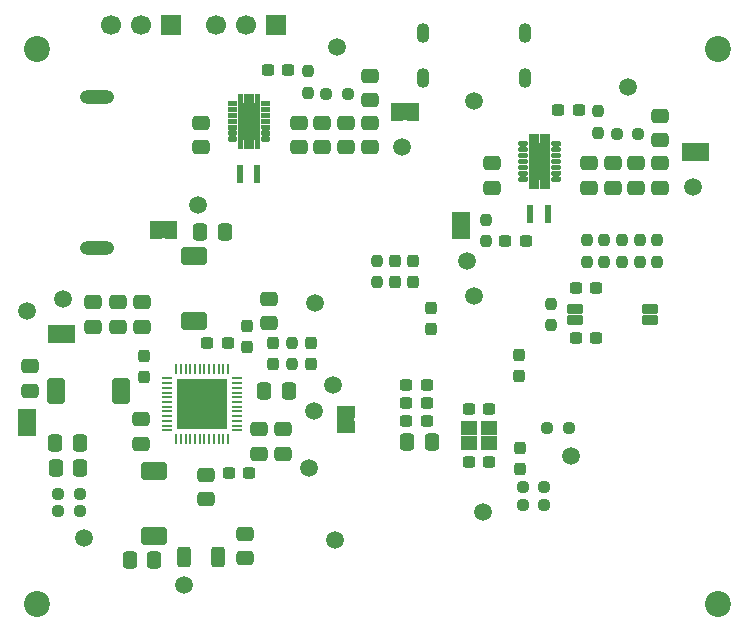
<source format=gbs>
%TF.GenerationSoftware,KiCad,Pcbnew,9.0.6*%
%TF.CreationDate,2025-11-11T20:17:46-05:00*%
%TF.ProjectId,CameraPCB,43616d65-7261-4504-9342-2e6b69636164,rev?*%
%TF.SameCoordinates,Original*%
%TF.FileFunction,Soldermask,Bot*%
%TF.FilePolarity,Negative*%
%FSLAX46Y46*%
G04 Gerber Fmt 4.6, Leading zero omitted, Abs format (unit mm)*
G04 Created by KiCad (PCBNEW 9.0.6) date 2025-11-11 20:17:46*
%MOMM*%
%LPD*%
G01*
G04 APERTURE LIST*
G04 Aperture macros list*
%AMRoundRect*
0 Rectangle with rounded corners*
0 $1 Rounding radius*
0 $2 $3 $4 $5 $6 $7 $8 $9 X,Y pos of 4 corners*
0 Add a 4 corners polygon primitive as box body*
4,1,4,$2,$3,$4,$5,$6,$7,$8,$9,$2,$3,0*
0 Add four circle primitives for the rounded corners*
1,1,$1+$1,$2,$3*
1,1,$1+$1,$4,$5*
1,1,$1+$1,$6,$7*
1,1,$1+$1,$8,$9*
0 Add four rect primitives between the rounded corners*
20,1,$1+$1,$2,$3,$4,$5,0*
20,1,$1+$1,$4,$5,$6,$7,0*
20,1,$1+$1,$6,$7,$8,$9,0*
20,1,$1+$1,$8,$9,$2,$3,0*%
G04 Aperture macros list end*
%ADD10C,0.010000*%
%ADD11C,2.200000*%
%ADD12O,2.900000X1.200000*%
%ADD13R,1.700000X1.700000*%
%ADD14C,1.700000*%
%ADD15O,1.100000X1.700000*%
%ADD16RoundRect,0.250000X0.337500X0.475000X-0.337500X0.475000X-0.337500X-0.475000X0.337500X-0.475000X0*%
%ADD17RoundRect,0.137500X0.137500X0.662500X-0.137500X0.662500X-0.137500X-0.662500X0.137500X-0.662500X0*%
%ADD18RoundRect,0.237500X0.237500X-0.250000X0.237500X0.250000X-0.237500X0.250000X-0.237500X-0.250000X0*%
%ADD19RoundRect,0.237500X-0.237500X0.300000X-0.237500X-0.300000X0.237500X-0.300000X0.237500X0.300000X0*%
%ADD20RoundRect,0.102000X-0.600000X-0.500000X0.600000X-0.500000X0.600000X0.500000X-0.600000X0.500000X0*%
%ADD21C,1.500000*%
%ADD22R,1.000000X1.500000*%
%ADD23RoundRect,0.237500X0.237500X-0.300000X0.237500X0.300000X-0.237500X0.300000X-0.237500X-0.300000X0*%
%ADD24RoundRect,0.237500X0.250000X0.237500X-0.250000X0.237500X-0.250000X-0.237500X0.250000X-0.237500X0*%
%ADD25RoundRect,0.250000X-0.475000X0.337500X-0.475000X-0.337500X0.475000X-0.337500X0.475000X0.337500X0*%
%ADD26RoundRect,0.237500X-0.300000X-0.237500X0.300000X-0.237500X0.300000X0.237500X-0.300000X0.237500X0*%
%ADD27RoundRect,0.250000X0.475000X-0.337500X0.475000X0.337500X-0.475000X0.337500X-0.475000X-0.337500X0*%
%ADD28RoundRect,0.102000X-0.600000X-0.300000X0.600000X-0.300000X0.600000X0.300000X-0.600000X0.300000X0*%
%ADD29RoundRect,0.237500X0.300000X0.237500X-0.300000X0.237500X-0.300000X-0.237500X0.300000X-0.237500X0*%
%ADD30RoundRect,0.237500X-0.237500X0.250000X-0.237500X-0.250000X0.237500X-0.250000X0.237500X0.250000X0*%
%ADD31R,1.500000X1.000000*%
%ADD32RoundRect,0.250000X-0.312500X-0.625000X0.312500X-0.625000X0.312500X0.625000X-0.312500X0.625000X0*%
%ADD33RoundRect,0.250001X0.849999X-0.499999X0.849999X0.499999X-0.849999X0.499999X-0.849999X-0.499999X0*%
%ADD34RoundRect,0.237500X-0.250000X-0.237500X0.250000X-0.237500X0.250000X0.237500X-0.250000X0.237500X0*%
%ADD35RoundRect,0.250000X-0.337500X-0.475000X0.337500X-0.475000X0.337500X0.475000X-0.337500X0.475000X0*%
%ADD36RoundRect,0.250001X-0.849999X0.499999X-0.849999X-0.499999X0.849999X-0.499999X0.849999X0.499999X0*%
%ADD37RoundRect,0.250001X0.499999X0.849999X-0.499999X0.849999X-0.499999X-0.849999X0.499999X-0.849999X0*%
%ADD38RoundRect,0.050000X-0.375000X-0.050000X0.375000X-0.050000X0.375000X0.050000X-0.375000X0.050000X0*%
%ADD39RoundRect,0.050000X-0.050000X-0.375000X0.050000X-0.375000X0.050000X0.375000X-0.050000X0.375000X0*%
%ADD40R,4.200000X4.200000*%
G04 APERTURE END LIST*
%TO.C,JP6*%
G36*
X149983476Y-74062500D02*
G01*
X150283476Y-74062500D01*
X150283476Y-72562500D01*
X149983476Y-72562500D01*
X149983476Y-74062500D01*
G37*
D10*
%TO.C,U4*%
X136363476Y-72605000D02*
X136483476Y-72605000D01*
X136483476Y-71830000D01*
X136823476Y-71830000D01*
X136823476Y-72605000D01*
X136943476Y-72605000D01*
X136943476Y-71830000D01*
X137283476Y-71830000D01*
X137283476Y-72605000D01*
X137403476Y-72605000D01*
X137403476Y-71830000D01*
X137743476Y-71830000D01*
X137743476Y-76370000D01*
X137403476Y-76370000D01*
X137403476Y-75595000D01*
X137283476Y-75595000D01*
X137283476Y-76370000D01*
X136943476Y-76370000D01*
X136943476Y-75595000D01*
X136823476Y-75595000D01*
X136823476Y-76370000D01*
X136483476Y-76370000D01*
X136483476Y-75595000D01*
X136363476Y-75595000D01*
X136363476Y-76370000D01*
X136023476Y-76370000D01*
X136023476Y-71830000D01*
X136363476Y-71830000D01*
X136363476Y-72605000D01*
G36*
X136363476Y-72605000D02*
G01*
X136483476Y-72605000D01*
X136483476Y-71830000D01*
X136823476Y-71830000D01*
X136823476Y-72605000D01*
X136943476Y-72605000D01*
X136943476Y-71830000D01*
X137283476Y-71830000D01*
X137283476Y-72605000D01*
X137403476Y-72605000D01*
X137403476Y-71830000D01*
X137743476Y-71830000D01*
X137743476Y-76370000D01*
X137403476Y-76370000D01*
X137403476Y-75595000D01*
X137283476Y-75595000D01*
X137283476Y-76370000D01*
X136943476Y-76370000D01*
X136943476Y-75595000D01*
X136823476Y-75595000D01*
X136823476Y-76370000D01*
X136483476Y-76370000D01*
X136483476Y-75595000D01*
X136363476Y-75595000D01*
X136363476Y-76370000D01*
X136023476Y-76370000D01*
X136023476Y-71830000D01*
X136363476Y-71830000D01*
X136363476Y-72605000D01*
G37*
X135683476Y-72411000D02*
X135693476Y-72412000D01*
X135703476Y-72414000D01*
X135712476Y-72416000D01*
X135722476Y-72419000D01*
X135731476Y-72423000D01*
X135740476Y-72426000D01*
X135749476Y-72431000D01*
X135758476Y-72435000D01*
X135766476Y-72441000D01*
X135775476Y-72446000D01*
X135783476Y-72452000D01*
X135790476Y-72459000D01*
X135797476Y-72466000D01*
X135804476Y-72473000D01*
X135811476Y-72480000D01*
X135817476Y-72488000D01*
X135822476Y-72497000D01*
X135828476Y-72505000D01*
X135832476Y-72514000D01*
X135837476Y-72523000D01*
X135840476Y-72532000D01*
X135844476Y-72541000D01*
X135847476Y-72551000D01*
X135849476Y-72560000D01*
X135851476Y-72570000D01*
X135852476Y-72580000D01*
X135853476Y-72590000D01*
X135853476Y-72600000D01*
X135853476Y-72610000D01*
X135852476Y-72620000D01*
X135851476Y-72630000D01*
X135849476Y-72640000D01*
X135847476Y-72649000D01*
X135844476Y-72659000D01*
X135840476Y-72668000D01*
X135837476Y-72677000D01*
X135832476Y-72686000D01*
X135828476Y-72695000D01*
X135822476Y-72703000D01*
X135817476Y-72712000D01*
X135811476Y-72720000D01*
X135804476Y-72727000D01*
X135797476Y-72734000D01*
X135790476Y-72741000D01*
X135783476Y-72748000D01*
X135775476Y-72754000D01*
X135766476Y-72759000D01*
X135758476Y-72765000D01*
X135749476Y-72769000D01*
X135740476Y-72774000D01*
X135731476Y-72777000D01*
X135722476Y-72781000D01*
X135712476Y-72784000D01*
X135703476Y-72786000D01*
X135693476Y-72788000D01*
X135683476Y-72789000D01*
X135673476Y-72790000D01*
X135663476Y-72790000D01*
X135303476Y-72790000D01*
X135293476Y-72790000D01*
X135283476Y-72789000D01*
X135273476Y-72788000D01*
X135263476Y-72786000D01*
X135254476Y-72784000D01*
X135244476Y-72781000D01*
X135235476Y-72777000D01*
X135226476Y-72774000D01*
X135217476Y-72769000D01*
X135208476Y-72765000D01*
X135200476Y-72759000D01*
X135191476Y-72754000D01*
X135183476Y-72748000D01*
X135176476Y-72741000D01*
X135169476Y-72734000D01*
X135162476Y-72727000D01*
X135155476Y-72720000D01*
X135149476Y-72712000D01*
X135144476Y-72703000D01*
X135138476Y-72695000D01*
X135134476Y-72686000D01*
X135129476Y-72677000D01*
X135126476Y-72668000D01*
X135122476Y-72659000D01*
X135119476Y-72649000D01*
X135117476Y-72640000D01*
X135115476Y-72630000D01*
X135114476Y-72620000D01*
X135113476Y-72610000D01*
X135113476Y-72600000D01*
X135113476Y-72590000D01*
X135114476Y-72580000D01*
X135115476Y-72570000D01*
X135117476Y-72560000D01*
X135119476Y-72551000D01*
X135122476Y-72541000D01*
X135126476Y-72532000D01*
X135129476Y-72523000D01*
X135134476Y-72514000D01*
X135138476Y-72505000D01*
X135144476Y-72497000D01*
X135149476Y-72488000D01*
X135155476Y-72480000D01*
X135162476Y-72473000D01*
X135169476Y-72466000D01*
X135176476Y-72459000D01*
X135183476Y-72452000D01*
X135191476Y-72446000D01*
X135200476Y-72441000D01*
X135208476Y-72435000D01*
X135217476Y-72431000D01*
X135226476Y-72426000D01*
X135235476Y-72423000D01*
X135244476Y-72419000D01*
X135254476Y-72416000D01*
X135263476Y-72414000D01*
X135273476Y-72412000D01*
X135283476Y-72411000D01*
X135293476Y-72410000D01*
X135303476Y-72410000D01*
X135663476Y-72410000D01*
X135673476Y-72410000D01*
X135683476Y-72411000D01*
G36*
X135683476Y-72411000D02*
G01*
X135693476Y-72412000D01*
X135703476Y-72414000D01*
X135712476Y-72416000D01*
X135722476Y-72419000D01*
X135731476Y-72423000D01*
X135740476Y-72426000D01*
X135749476Y-72431000D01*
X135758476Y-72435000D01*
X135766476Y-72441000D01*
X135775476Y-72446000D01*
X135783476Y-72452000D01*
X135790476Y-72459000D01*
X135797476Y-72466000D01*
X135804476Y-72473000D01*
X135811476Y-72480000D01*
X135817476Y-72488000D01*
X135822476Y-72497000D01*
X135828476Y-72505000D01*
X135832476Y-72514000D01*
X135837476Y-72523000D01*
X135840476Y-72532000D01*
X135844476Y-72541000D01*
X135847476Y-72551000D01*
X135849476Y-72560000D01*
X135851476Y-72570000D01*
X135852476Y-72580000D01*
X135853476Y-72590000D01*
X135853476Y-72600000D01*
X135853476Y-72610000D01*
X135852476Y-72620000D01*
X135851476Y-72630000D01*
X135849476Y-72640000D01*
X135847476Y-72649000D01*
X135844476Y-72659000D01*
X135840476Y-72668000D01*
X135837476Y-72677000D01*
X135832476Y-72686000D01*
X135828476Y-72695000D01*
X135822476Y-72703000D01*
X135817476Y-72712000D01*
X135811476Y-72720000D01*
X135804476Y-72727000D01*
X135797476Y-72734000D01*
X135790476Y-72741000D01*
X135783476Y-72748000D01*
X135775476Y-72754000D01*
X135766476Y-72759000D01*
X135758476Y-72765000D01*
X135749476Y-72769000D01*
X135740476Y-72774000D01*
X135731476Y-72777000D01*
X135722476Y-72781000D01*
X135712476Y-72784000D01*
X135703476Y-72786000D01*
X135693476Y-72788000D01*
X135683476Y-72789000D01*
X135673476Y-72790000D01*
X135663476Y-72790000D01*
X135303476Y-72790000D01*
X135293476Y-72790000D01*
X135283476Y-72789000D01*
X135273476Y-72788000D01*
X135263476Y-72786000D01*
X135254476Y-72784000D01*
X135244476Y-72781000D01*
X135235476Y-72777000D01*
X135226476Y-72774000D01*
X135217476Y-72769000D01*
X135208476Y-72765000D01*
X135200476Y-72759000D01*
X135191476Y-72754000D01*
X135183476Y-72748000D01*
X135176476Y-72741000D01*
X135169476Y-72734000D01*
X135162476Y-72727000D01*
X135155476Y-72720000D01*
X135149476Y-72712000D01*
X135144476Y-72703000D01*
X135138476Y-72695000D01*
X135134476Y-72686000D01*
X135129476Y-72677000D01*
X135126476Y-72668000D01*
X135122476Y-72659000D01*
X135119476Y-72649000D01*
X135117476Y-72640000D01*
X135115476Y-72630000D01*
X135114476Y-72620000D01*
X135113476Y-72610000D01*
X135113476Y-72600000D01*
X135113476Y-72590000D01*
X135114476Y-72580000D01*
X135115476Y-72570000D01*
X135117476Y-72560000D01*
X135119476Y-72551000D01*
X135122476Y-72541000D01*
X135126476Y-72532000D01*
X135129476Y-72523000D01*
X135134476Y-72514000D01*
X135138476Y-72505000D01*
X135144476Y-72497000D01*
X135149476Y-72488000D01*
X135155476Y-72480000D01*
X135162476Y-72473000D01*
X135169476Y-72466000D01*
X135176476Y-72459000D01*
X135183476Y-72452000D01*
X135191476Y-72446000D01*
X135200476Y-72441000D01*
X135208476Y-72435000D01*
X135217476Y-72431000D01*
X135226476Y-72426000D01*
X135235476Y-72423000D01*
X135244476Y-72419000D01*
X135254476Y-72416000D01*
X135263476Y-72414000D01*
X135273476Y-72412000D01*
X135283476Y-72411000D01*
X135293476Y-72410000D01*
X135303476Y-72410000D01*
X135663476Y-72410000D01*
X135673476Y-72410000D01*
X135683476Y-72411000D01*
G37*
X135683476Y-72911000D02*
X135693476Y-72912000D01*
X135703476Y-72914000D01*
X135712476Y-72916000D01*
X135722476Y-72919000D01*
X135731476Y-72923000D01*
X135740476Y-72926000D01*
X135749476Y-72931000D01*
X135758476Y-72935000D01*
X135766476Y-72941000D01*
X135775476Y-72946000D01*
X135783476Y-72952000D01*
X135790476Y-72959000D01*
X135797476Y-72966000D01*
X135804476Y-72973000D01*
X135811476Y-72980000D01*
X135817476Y-72988000D01*
X135822476Y-72997000D01*
X135828476Y-73005000D01*
X135832476Y-73014000D01*
X135837476Y-73023000D01*
X135840476Y-73032000D01*
X135844476Y-73041000D01*
X135847476Y-73051000D01*
X135849476Y-73060000D01*
X135851476Y-73070000D01*
X135852476Y-73080000D01*
X135853476Y-73090000D01*
X135853476Y-73100000D01*
X135853476Y-73110000D01*
X135852476Y-73120000D01*
X135851476Y-73130000D01*
X135849476Y-73140000D01*
X135847476Y-73149000D01*
X135844476Y-73159000D01*
X135840476Y-73168000D01*
X135837476Y-73177000D01*
X135832476Y-73186000D01*
X135828476Y-73195000D01*
X135822476Y-73203000D01*
X135817476Y-73212000D01*
X135811476Y-73220000D01*
X135804476Y-73227000D01*
X135797476Y-73234000D01*
X135790476Y-73241000D01*
X135783476Y-73248000D01*
X135775476Y-73254000D01*
X135766476Y-73259000D01*
X135758476Y-73265000D01*
X135749476Y-73269000D01*
X135740476Y-73274000D01*
X135731476Y-73277000D01*
X135722476Y-73281000D01*
X135712476Y-73284000D01*
X135703476Y-73286000D01*
X135693476Y-73288000D01*
X135683476Y-73289000D01*
X135673476Y-73290000D01*
X135663476Y-73290000D01*
X135303476Y-73290000D01*
X135293476Y-73290000D01*
X135283476Y-73289000D01*
X135273476Y-73288000D01*
X135263476Y-73286000D01*
X135254476Y-73284000D01*
X135244476Y-73281000D01*
X135235476Y-73277000D01*
X135226476Y-73274000D01*
X135217476Y-73269000D01*
X135208476Y-73265000D01*
X135200476Y-73259000D01*
X135191476Y-73254000D01*
X135183476Y-73248000D01*
X135176476Y-73241000D01*
X135169476Y-73234000D01*
X135162476Y-73227000D01*
X135155476Y-73220000D01*
X135149476Y-73212000D01*
X135144476Y-73203000D01*
X135138476Y-73195000D01*
X135134476Y-73186000D01*
X135129476Y-73177000D01*
X135126476Y-73168000D01*
X135122476Y-73159000D01*
X135119476Y-73149000D01*
X135117476Y-73140000D01*
X135115476Y-73130000D01*
X135114476Y-73120000D01*
X135113476Y-73110000D01*
X135113476Y-73100000D01*
X135113476Y-73090000D01*
X135114476Y-73080000D01*
X135115476Y-73070000D01*
X135117476Y-73060000D01*
X135119476Y-73051000D01*
X135122476Y-73041000D01*
X135126476Y-73032000D01*
X135129476Y-73023000D01*
X135134476Y-73014000D01*
X135138476Y-73005000D01*
X135144476Y-72997000D01*
X135149476Y-72988000D01*
X135155476Y-72980000D01*
X135162476Y-72973000D01*
X135169476Y-72966000D01*
X135176476Y-72959000D01*
X135183476Y-72952000D01*
X135191476Y-72946000D01*
X135200476Y-72941000D01*
X135208476Y-72935000D01*
X135217476Y-72931000D01*
X135226476Y-72926000D01*
X135235476Y-72923000D01*
X135244476Y-72919000D01*
X135254476Y-72916000D01*
X135263476Y-72914000D01*
X135273476Y-72912000D01*
X135283476Y-72911000D01*
X135293476Y-72910000D01*
X135303476Y-72910000D01*
X135663476Y-72910000D01*
X135673476Y-72910000D01*
X135683476Y-72911000D01*
G36*
X135683476Y-72911000D02*
G01*
X135693476Y-72912000D01*
X135703476Y-72914000D01*
X135712476Y-72916000D01*
X135722476Y-72919000D01*
X135731476Y-72923000D01*
X135740476Y-72926000D01*
X135749476Y-72931000D01*
X135758476Y-72935000D01*
X135766476Y-72941000D01*
X135775476Y-72946000D01*
X135783476Y-72952000D01*
X135790476Y-72959000D01*
X135797476Y-72966000D01*
X135804476Y-72973000D01*
X135811476Y-72980000D01*
X135817476Y-72988000D01*
X135822476Y-72997000D01*
X135828476Y-73005000D01*
X135832476Y-73014000D01*
X135837476Y-73023000D01*
X135840476Y-73032000D01*
X135844476Y-73041000D01*
X135847476Y-73051000D01*
X135849476Y-73060000D01*
X135851476Y-73070000D01*
X135852476Y-73080000D01*
X135853476Y-73090000D01*
X135853476Y-73100000D01*
X135853476Y-73110000D01*
X135852476Y-73120000D01*
X135851476Y-73130000D01*
X135849476Y-73140000D01*
X135847476Y-73149000D01*
X135844476Y-73159000D01*
X135840476Y-73168000D01*
X135837476Y-73177000D01*
X135832476Y-73186000D01*
X135828476Y-73195000D01*
X135822476Y-73203000D01*
X135817476Y-73212000D01*
X135811476Y-73220000D01*
X135804476Y-73227000D01*
X135797476Y-73234000D01*
X135790476Y-73241000D01*
X135783476Y-73248000D01*
X135775476Y-73254000D01*
X135766476Y-73259000D01*
X135758476Y-73265000D01*
X135749476Y-73269000D01*
X135740476Y-73274000D01*
X135731476Y-73277000D01*
X135722476Y-73281000D01*
X135712476Y-73284000D01*
X135703476Y-73286000D01*
X135693476Y-73288000D01*
X135683476Y-73289000D01*
X135673476Y-73290000D01*
X135663476Y-73290000D01*
X135303476Y-73290000D01*
X135293476Y-73290000D01*
X135283476Y-73289000D01*
X135273476Y-73288000D01*
X135263476Y-73286000D01*
X135254476Y-73284000D01*
X135244476Y-73281000D01*
X135235476Y-73277000D01*
X135226476Y-73274000D01*
X135217476Y-73269000D01*
X135208476Y-73265000D01*
X135200476Y-73259000D01*
X135191476Y-73254000D01*
X135183476Y-73248000D01*
X135176476Y-73241000D01*
X135169476Y-73234000D01*
X135162476Y-73227000D01*
X135155476Y-73220000D01*
X135149476Y-73212000D01*
X135144476Y-73203000D01*
X135138476Y-73195000D01*
X135134476Y-73186000D01*
X135129476Y-73177000D01*
X135126476Y-73168000D01*
X135122476Y-73159000D01*
X135119476Y-73149000D01*
X135117476Y-73140000D01*
X135115476Y-73130000D01*
X135114476Y-73120000D01*
X135113476Y-73110000D01*
X135113476Y-73100000D01*
X135113476Y-73090000D01*
X135114476Y-73080000D01*
X135115476Y-73070000D01*
X135117476Y-73060000D01*
X135119476Y-73051000D01*
X135122476Y-73041000D01*
X135126476Y-73032000D01*
X135129476Y-73023000D01*
X135134476Y-73014000D01*
X135138476Y-73005000D01*
X135144476Y-72997000D01*
X135149476Y-72988000D01*
X135155476Y-72980000D01*
X135162476Y-72973000D01*
X135169476Y-72966000D01*
X135176476Y-72959000D01*
X135183476Y-72952000D01*
X135191476Y-72946000D01*
X135200476Y-72941000D01*
X135208476Y-72935000D01*
X135217476Y-72931000D01*
X135226476Y-72926000D01*
X135235476Y-72923000D01*
X135244476Y-72919000D01*
X135254476Y-72916000D01*
X135263476Y-72914000D01*
X135273476Y-72912000D01*
X135283476Y-72911000D01*
X135293476Y-72910000D01*
X135303476Y-72910000D01*
X135663476Y-72910000D01*
X135673476Y-72910000D01*
X135683476Y-72911000D01*
G37*
X135683476Y-73411000D02*
X135693476Y-73412000D01*
X135703476Y-73414000D01*
X135712476Y-73416000D01*
X135722476Y-73419000D01*
X135731476Y-73423000D01*
X135740476Y-73426000D01*
X135749476Y-73431000D01*
X135758476Y-73435000D01*
X135766476Y-73441000D01*
X135775476Y-73446000D01*
X135783476Y-73452000D01*
X135790476Y-73459000D01*
X135797476Y-73466000D01*
X135804476Y-73473000D01*
X135811476Y-73480000D01*
X135817476Y-73488000D01*
X135822476Y-73497000D01*
X135828476Y-73505000D01*
X135832476Y-73514000D01*
X135837476Y-73523000D01*
X135840476Y-73532000D01*
X135844476Y-73541000D01*
X135847476Y-73551000D01*
X135849476Y-73560000D01*
X135851476Y-73570000D01*
X135852476Y-73580000D01*
X135853476Y-73590000D01*
X135853476Y-73600000D01*
X135853476Y-73610000D01*
X135852476Y-73620000D01*
X135851476Y-73630000D01*
X135849476Y-73640000D01*
X135847476Y-73649000D01*
X135844476Y-73659000D01*
X135840476Y-73668000D01*
X135837476Y-73677000D01*
X135832476Y-73686000D01*
X135828476Y-73695000D01*
X135822476Y-73703000D01*
X135817476Y-73712000D01*
X135811476Y-73720000D01*
X135804476Y-73727000D01*
X135797476Y-73734000D01*
X135790476Y-73741000D01*
X135783476Y-73748000D01*
X135775476Y-73754000D01*
X135766476Y-73759000D01*
X135758476Y-73765000D01*
X135749476Y-73769000D01*
X135740476Y-73774000D01*
X135731476Y-73777000D01*
X135722476Y-73781000D01*
X135712476Y-73784000D01*
X135703476Y-73786000D01*
X135693476Y-73788000D01*
X135683476Y-73789000D01*
X135673476Y-73790000D01*
X135663476Y-73790000D01*
X135303476Y-73790000D01*
X135293476Y-73790000D01*
X135283476Y-73789000D01*
X135273476Y-73788000D01*
X135263476Y-73786000D01*
X135254476Y-73784000D01*
X135244476Y-73781000D01*
X135235476Y-73777000D01*
X135226476Y-73774000D01*
X135217476Y-73769000D01*
X135208476Y-73765000D01*
X135200476Y-73759000D01*
X135191476Y-73754000D01*
X135183476Y-73748000D01*
X135176476Y-73741000D01*
X135169476Y-73734000D01*
X135162476Y-73727000D01*
X135155476Y-73720000D01*
X135149476Y-73712000D01*
X135144476Y-73703000D01*
X135138476Y-73695000D01*
X135134476Y-73686000D01*
X135129476Y-73677000D01*
X135126476Y-73668000D01*
X135122476Y-73659000D01*
X135119476Y-73649000D01*
X135117476Y-73640000D01*
X135115476Y-73630000D01*
X135114476Y-73620000D01*
X135113476Y-73610000D01*
X135113476Y-73600000D01*
X135113476Y-73590000D01*
X135114476Y-73580000D01*
X135115476Y-73570000D01*
X135117476Y-73560000D01*
X135119476Y-73551000D01*
X135122476Y-73541000D01*
X135126476Y-73532000D01*
X135129476Y-73523000D01*
X135134476Y-73514000D01*
X135138476Y-73505000D01*
X135144476Y-73497000D01*
X135149476Y-73488000D01*
X135155476Y-73480000D01*
X135162476Y-73473000D01*
X135169476Y-73466000D01*
X135176476Y-73459000D01*
X135183476Y-73452000D01*
X135191476Y-73446000D01*
X135200476Y-73441000D01*
X135208476Y-73435000D01*
X135217476Y-73431000D01*
X135226476Y-73426000D01*
X135235476Y-73423000D01*
X135244476Y-73419000D01*
X135254476Y-73416000D01*
X135263476Y-73414000D01*
X135273476Y-73412000D01*
X135283476Y-73411000D01*
X135293476Y-73410000D01*
X135303476Y-73410000D01*
X135663476Y-73410000D01*
X135673476Y-73410000D01*
X135683476Y-73411000D01*
G36*
X135683476Y-73411000D02*
G01*
X135693476Y-73412000D01*
X135703476Y-73414000D01*
X135712476Y-73416000D01*
X135722476Y-73419000D01*
X135731476Y-73423000D01*
X135740476Y-73426000D01*
X135749476Y-73431000D01*
X135758476Y-73435000D01*
X135766476Y-73441000D01*
X135775476Y-73446000D01*
X135783476Y-73452000D01*
X135790476Y-73459000D01*
X135797476Y-73466000D01*
X135804476Y-73473000D01*
X135811476Y-73480000D01*
X135817476Y-73488000D01*
X135822476Y-73497000D01*
X135828476Y-73505000D01*
X135832476Y-73514000D01*
X135837476Y-73523000D01*
X135840476Y-73532000D01*
X135844476Y-73541000D01*
X135847476Y-73551000D01*
X135849476Y-73560000D01*
X135851476Y-73570000D01*
X135852476Y-73580000D01*
X135853476Y-73590000D01*
X135853476Y-73600000D01*
X135853476Y-73610000D01*
X135852476Y-73620000D01*
X135851476Y-73630000D01*
X135849476Y-73640000D01*
X135847476Y-73649000D01*
X135844476Y-73659000D01*
X135840476Y-73668000D01*
X135837476Y-73677000D01*
X135832476Y-73686000D01*
X135828476Y-73695000D01*
X135822476Y-73703000D01*
X135817476Y-73712000D01*
X135811476Y-73720000D01*
X135804476Y-73727000D01*
X135797476Y-73734000D01*
X135790476Y-73741000D01*
X135783476Y-73748000D01*
X135775476Y-73754000D01*
X135766476Y-73759000D01*
X135758476Y-73765000D01*
X135749476Y-73769000D01*
X135740476Y-73774000D01*
X135731476Y-73777000D01*
X135722476Y-73781000D01*
X135712476Y-73784000D01*
X135703476Y-73786000D01*
X135693476Y-73788000D01*
X135683476Y-73789000D01*
X135673476Y-73790000D01*
X135663476Y-73790000D01*
X135303476Y-73790000D01*
X135293476Y-73790000D01*
X135283476Y-73789000D01*
X135273476Y-73788000D01*
X135263476Y-73786000D01*
X135254476Y-73784000D01*
X135244476Y-73781000D01*
X135235476Y-73777000D01*
X135226476Y-73774000D01*
X135217476Y-73769000D01*
X135208476Y-73765000D01*
X135200476Y-73759000D01*
X135191476Y-73754000D01*
X135183476Y-73748000D01*
X135176476Y-73741000D01*
X135169476Y-73734000D01*
X135162476Y-73727000D01*
X135155476Y-73720000D01*
X135149476Y-73712000D01*
X135144476Y-73703000D01*
X135138476Y-73695000D01*
X135134476Y-73686000D01*
X135129476Y-73677000D01*
X135126476Y-73668000D01*
X135122476Y-73659000D01*
X135119476Y-73649000D01*
X135117476Y-73640000D01*
X135115476Y-73630000D01*
X135114476Y-73620000D01*
X135113476Y-73610000D01*
X135113476Y-73600000D01*
X135113476Y-73590000D01*
X135114476Y-73580000D01*
X135115476Y-73570000D01*
X135117476Y-73560000D01*
X135119476Y-73551000D01*
X135122476Y-73541000D01*
X135126476Y-73532000D01*
X135129476Y-73523000D01*
X135134476Y-73514000D01*
X135138476Y-73505000D01*
X135144476Y-73497000D01*
X135149476Y-73488000D01*
X135155476Y-73480000D01*
X135162476Y-73473000D01*
X135169476Y-73466000D01*
X135176476Y-73459000D01*
X135183476Y-73452000D01*
X135191476Y-73446000D01*
X135200476Y-73441000D01*
X135208476Y-73435000D01*
X135217476Y-73431000D01*
X135226476Y-73426000D01*
X135235476Y-73423000D01*
X135244476Y-73419000D01*
X135254476Y-73416000D01*
X135263476Y-73414000D01*
X135273476Y-73412000D01*
X135283476Y-73411000D01*
X135293476Y-73410000D01*
X135303476Y-73410000D01*
X135663476Y-73410000D01*
X135673476Y-73410000D01*
X135683476Y-73411000D01*
G37*
X135683476Y-73911000D02*
X135693476Y-73912000D01*
X135703476Y-73914000D01*
X135712476Y-73916000D01*
X135722476Y-73919000D01*
X135731476Y-73923000D01*
X135740476Y-73926000D01*
X135749476Y-73931000D01*
X135758476Y-73935000D01*
X135766476Y-73941000D01*
X135775476Y-73946000D01*
X135783476Y-73952000D01*
X135790476Y-73959000D01*
X135797476Y-73966000D01*
X135804476Y-73973000D01*
X135811476Y-73980000D01*
X135817476Y-73988000D01*
X135822476Y-73997000D01*
X135828476Y-74005000D01*
X135832476Y-74014000D01*
X135837476Y-74023000D01*
X135840476Y-74032000D01*
X135844476Y-74041000D01*
X135847476Y-74051000D01*
X135849476Y-74060000D01*
X135851476Y-74070000D01*
X135852476Y-74080000D01*
X135853476Y-74090000D01*
X135853476Y-74100000D01*
X135853476Y-74110000D01*
X135852476Y-74120000D01*
X135851476Y-74130000D01*
X135849476Y-74140000D01*
X135847476Y-74149000D01*
X135844476Y-74159000D01*
X135840476Y-74168000D01*
X135837476Y-74177000D01*
X135832476Y-74186000D01*
X135828476Y-74195000D01*
X135822476Y-74203000D01*
X135817476Y-74212000D01*
X135811476Y-74220000D01*
X135804476Y-74227000D01*
X135797476Y-74234000D01*
X135790476Y-74241000D01*
X135783476Y-74248000D01*
X135775476Y-74254000D01*
X135766476Y-74259000D01*
X135758476Y-74265000D01*
X135749476Y-74269000D01*
X135740476Y-74274000D01*
X135731476Y-74277000D01*
X135722476Y-74281000D01*
X135712476Y-74284000D01*
X135703476Y-74286000D01*
X135693476Y-74288000D01*
X135683476Y-74289000D01*
X135673476Y-74290000D01*
X135663476Y-74290000D01*
X135303476Y-74290000D01*
X135293476Y-74290000D01*
X135283476Y-74289000D01*
X135273476Y-74288000D01*
X135263476Y-74286000D01*
X135254476Y-74284000D01*
X135244476Y-74281000D01*
X135235476Y-74277000D01*
X135226476Y-74274000D01*
X135217476Y-74269000D01*
X135208476Y-74265000D01*
X135200476Y-74259000D01*
X135191476Y-74254000D01*
X135183476Y-74248000D01*
X135176476Y-74241000D01*
X135169476Y-74234000D01*
X135162476Y-74227000D01*
X135155476Y-74220000D01*
X135149476Y-74212000D01*
X135144476Y-74203000D01*
X135138476Y-74195000D01*
X135134476Y-74186000D01*
X135129476Y-74177000D01*
X135126476Y-74168000D01*
X135122476Y-74159000D01*
X135119476Y-74149000D01*
X135117476Y-74140000D01*
X135115476Y-74130000D01*
X135114476Y-74120000D01*
X135113476Y-74110000D01*
X135113476Y-74100000D01*
X135113476Y-74090000D01*
X135114476Y-74080000D01*
X135115476Y-74070000D01*
X135117476Y-74060000D01*
X135119476Y-74051000D01*
X135122476Y-74041000D01*
X135126476Y-74032000D01*
X135129476Y-74023000D01*
X135134476Y-74014000D01*
X135138476Y-74005000D01*
X135144476Y-73997000D01*
X135149476Y-73988000D01*
X135155476Y-73980000D01*
X135162476Y-73973000D01*
X135169476Y-73966000D01*
X135176476Y-73959000D01*
X135183476Y-73952000D01*
X135191476Y-73946000D01*
X135200476Y-73941000D01*
X135208476Y-73935000D01*
X135217476Y-73931000D01*
X135226476Y-73926000D01*
X135235476Y-73923000D01*
X135244476Y-73919000D01*
X135254476Y-73916000D01*
X135263476Y-73914000D01*
X135273476Y-73912000D01*
X135283476Y-73911000D01*
X135293476Y-73910000D01*
X135303476Y-73910000D01*
X135663476Y-73910000D01*
X135673476Y-73910000D01*
X135683476Y-73911000D01*
G36*
X135683476Y-73911000D02*
G01*
X135693476Y-73912000D01*
X135703476Y-73914000D01*
X135712476Y-73916000D01*
X135722476Y-73919000D01*
X135731476Y-73923000D01*
X135740476Y-73926000D01*
X135749476Y-73931000D01*
X135758476Y-73935000D01*
X135766476Y-73941000D01*
X135775476Y-73946000D01*
X135783476Y-73952000D01*
X135790476Y-73959000D01*
X135797476Y-73966000D01*
X135804476Y-73973000D01*
X135811476Y-73980000D01*
X135817476Y-73988000D01*
X135822476Y-73997000D01*
X135828476Y-74005000D01*
X135832476Y-74014000D01*
X135837476Y-74023000D01*
X135840476Y-74032000D01*
X135844476Y-74041000D01*
X135847476Y-74051000D01*
X135849476Y-74060000D01*
X135851476Y-74070000D01*
X135852476Y-74080000D01*
X135853476Y-74090000D01*
X135853476Y-74100000D01*
X135853476Y-74110000D01*
X135852476Y-74120000D01*
X135851476Y-74130000D01*
X135849476Y-74140000D01*
X135847476Y-74149000D01*
X135844476Y-74159000D01*
X135840476Y-74168000D01*
X135837476Y-74177000D01*
X135832476Y-74186000D01*
X135828476Y-74195000D01*
X135822476Y-74203000D01*
X135817476Y-74212000D01*
X135811476Y-74220000D01*
X135804476Y-74227000D01*
X135797476Y-74234000D01*
X135790476Y-74241000D01*
X135783476Y-74248000D01*
X135775476Y-74254000D01*
X135766476Y-74259000D01*
X135758476Y-74265000D01*
X135749476Y-74269000D01*
X135740476Y-74274000D01*
X135731476Y-74277000D01*
X135722476Y-74281000D01*
X135712476Y-74284000D01*
X135703476Y-74286000D01*
X135693476Y-74288000D01*
X135683476Y-74289000D01*
X135673476Y-74290000D01*
X135663476Y-74290000D01*
X135303476Y-74290000D01*
X135293476Y-74290000D01*
X135283476Y-74289000D01*
X135273476Y-74288000D01*
X135263476Y-74286000D01*
X135254476Y-74284000D01*
X135244476Y-74281000D01*
X135235476Y-74277000D01*
X135226476Y-74274000D01*
X135217476Y-74269000D01*
X135208476Y-74265000D01*
X135200476Y-74259000D01*
X135191476Y-74254000D01*
X135183476Y-74248000D01*
X135176476Y-74241000D01*
X135169476Y-74234000D01*
X135162476Y-74227000D01*
X135155476Y-74220000D01*
X135149476Y-74212000D01*
X135144476Y-74203000D01*
X135138476Y-74195000D01*
X135134476Y-74186000D01*
X135129476Y-74177000D01*
X135126476Y-74168000D01*
X135122476Y-74159000D01*
X135119476Y-74149000D01*
X135117476Y-74140000D01*
X135115476Y-74130000D01*
X135114476Y-74120000D01*
X135113476Y-74110000D01*
X135113476Y-74100000D01*
X135113476Y-74090000D01*
X135114476Y-74080000D01*
X135115476Y-74070000D01*
X135117476Y-74060000D01*
X135119476Y-74051000D01*
X135122476Y-74041000D01*
X135126476Y-74032000D01*
X135129476Y-74023000D01*
X135134476Y-74014000D01*
X135138476Y-74005000D01*
X135144476Y-73997000D01*
X135149476Y-73988000D01*
X135155476Y-73980000D01*
X135162476Y-73973000D01*
X135169476Y-73966000D01*
X135176476Y-73959000D01*
X135183476Y-73952000D01*
X135191476Y-73946000D01*
X135200476Y-73941000D01*
X135208476Y-73935000D01*
X135217476Y-73931000D01*
X135226476Y-73926000D01*
X135235476Y-73923000D01*
X135244476Y-73919000D01*
X135254476Y-73916000D01*
X135263476Y-73914000D01*
X135273476Y-73912000D01*
X135283476Y-73911000D01*
X135293476Y-73910000D01*
X135303476Y-73910000D01*
X135663476Y-73910000D01*
X135673476Y-73910000D01*
X135683476Y-73911000D01*
G37*
X135683476Y-74411000D02*
X135693476Y-74412000D01*
X135703476Y-74414000D01*
X135712476Y-74416000D01*
X135722476Y-74419000D01*
X135731476Y-74423000D01*
X135740476Y-74426000D01*
X135749476Y-74431000D01*
X135758476Y-74435000D01*
X135766476Y-74441000D01*
X135775476Y-74446000D01*
X135783476Y-74452000D01*
X135790476Y-74459000D01*
X135797476Y-74466000D01*
X135804476Y-74473000D01*
X135811476Y-74480000D01*
X135817476Y-74488000D01*
X135822476Y-74497000D01*
X135828476Y-74505000D01*
X135832476Y-74514000D01*
X135837476Y-74523000D01*
X135840476Y-74532000D01*
X135844476Y-74541000D01*
X135847476Y-74551000D01*
X135849476Y-74560000D01*
X135851476Y-74570000D01*
X135852476Y-74580000D01*
X135853476Y-74590000D01*
X135853476Y-74600000D01*
X135853476Y-74610000D01*
X135852476Y-74620000D01*
X135851476Y-74630000D01*
X135849476Y-74640000D01*
X135847476Y-74649000D01*
X135844476Y-74659000D01*
X135840476Y-74668000D01*
X135837476Y-74677000D01*
X135832476Y-74686000D01*
X135828476Y-74695000D01*
X135822476Y-74703000D01*
X135817476Y-74712000D01*
X135811476Y-74720000D01*
X135804476Y-74727000D01*
X135797476Y-74734000D01*
X135790476Y-74741000D01*
X135783476Y-74748000D01*
X135775476Y-74754000D01*
X135766476Y-74759000D01*
X135758476Y-74765000D01*
X135749476Y-74769000D01*
X135740476Y-74774000D01*
X135731476Y-74777000D01*
X135722476Y-74781000D01*
X135712476Y-74784000D01*
X135703476Y-74786000D01*
X135693476Y-74788000D01*
X135683476Y-74789000D01*
X135673476Y-74790000D01*
X135663476Y-74790000D01*
X135303476Y-74790000D01*
X135293476Y-74790000D01*
X135283476Y-74789000D01*
X135273476Y-74788000D01*
X135263476Y-74786000D01*
X135254476Y-74784000D01*
X135244476Y-74781000D01*
X135235476Y-74777000D01*
X135226476Y-74774000D01*
X135217476Y-74769000D01*
X135208476Y-74765000D01*
X135200476Y-74759000D01*
X135191476Y-74754000D01*
X135183476Y-74748000D01*
X135176476Y-74741000D01*
X135169476Y-74734000D01*
X135162476Y-74727000D01*
X135155476Y-74720000D01*
X135149476Y-74712000D01*
X135144476Y-74703000D01*
X135138476Y-74695000D01*
X135134476Y-74686000D01*
X135129476Y-74677000D01*
X135126476Y-74668000D01*
X135122476Y-74659000D01*
X135119476Y-74649000D01*
X135117476Y-74640000D01*
X135115476Y-74630000D01*
X135114476Y-74620000D01*
X135113476Y-74610000D01*
X135113476Y-74600000D01*
X135113476Y-74590000D01*
X135114476Y-74580000D01*
X135115476Y-74570000D01*
X135117476Y-74560000D01*
X135119476Y-74551000D01*
X135122476Y-74541000D01*
X135126476Y-74532000D01*
X135129476Y-74523000D01*
X135134476Y-74514000D01*
X135138476Y-74505000D01*
X135144476Y-74497000D01*
X135149476Y-74488000D01*
X135155476Y-74480000D01*
X135162476Y-74473000D01*
X135169476Y-74466000D01*
X135176476Y-74459000D01*
X135183476Y-74452000D01*
X135191476Y-74446000D01*
X135200476Y-74441000D01*
X135208476Y-74435000D01*
X135217476Y-74431000D01*
X135226476Y-74426000D01*
X135235476Y-74423000D01*
X135244476Y-74419000D01*
X135254476Y-74416000D01*
X135263476Y-74414000D01*
X135273476Y-74412000D01*
X135283476Y-74411000D01*
X135293476Y-74410000D01*
X135303476Y-74410000D01*
X135663476Y-74410000D01*
X135673476Y-74410000D01*
X135683476Y-74411000D01*
G36*
X135683476Y-74411000D02*
G01*
X135693476Y-74412000D01*
X135703476Y-74414000D01*
X135712476Y-74416000D01*
X135722476Y-74419000D01*
X135731476Y-74423000D01*
X135740476Y-74426000D01*
X135749476Y-74431000D01*
X135758476Y-74435000D01*
X135766476Y-74441000D01*
X135775476Y-74446000D01*
X135783476Y-74452000D01*
X135790476Y-74459000D01*
X135797476Y-74466000D01*
X135804476Y-74473000D01*
X135811476Y-74480000D01*
X135817476Y-74488000D01*
X135822476Y-74497000D01*
X135828476Y-74505000D01*
X135832476Y-74514000D01*
X135837476Y-74523000D01*
X135840476Y-74532000D01*
X135844476Y-74541000D01*
X135847476Y-74551000D01*
X135849476Y-74560000D01*
X135851476Y-74570000D01*
X135852476Y-74580000D01*
X135853476Y-74590000D01*
X135853476Y-74600000D01*
X135853476Y-74610000D01*
X135852476Y-74620000D01*
X135851476Y-74630000D01*
X135849476Y-74640000D01*
X135847476Y-74649000D01*
X135844476Y-74659000D01*
X135840476Y-74668000D01*
X135837476Y-74677000D01*
X135832476Y-74686000D01*
X135828476Y-74695000D01*
X135822476Y-74703000D01*
X135817476Y-74712000D01*
X135811476Y-74720000D01*
X135804476Y-74727000D01*
X135797476Y-74734000D01*
X135790476Y-74741000D01*
X135783476Y-74748000D01*
X135775476Y-74754000D01*
X135766476Y-74759000D01*
X135758476Y-74765000D01*
X135749476Y-74769000D01*
X135740476Y-74774000D01*
X135731476Y-74777000D01*
X135722476Y-74781000D01*
X135712476Y-74784000D01*
X135703476Y-74786000D01*
X135693476Y-74788000D01*
X135683476Y-74789000D01*
X135673476Y-74790000D01*
X135663476Y-74790000D01*
X135303476Y-74790000D01*
X135293476Y-74790000D01*
X135283476Y-74789000D01*
X135273476Y-74788000D01*
X135263476Y-74786000D01*
X135254476Y-74784000D01*
X135244476Y-74781000D01*
X135235476Y-74777000D01*
X135226476Y-74774000D01*
X135217476Y-74769000D01*
X135208476Y-74765000D01*
X135200476Y-74759000D01*
X135191476Y-74754000D01*
X135183476Y-74748000D01*
X135176476Y-74741000D01*
X135169476Y-74734000D01*
X135162476Y-74727000D01*
X135155476Y-74720000D01*
X135149476Y-74712000D01*
X135144476Y-74703000D01*
X135138476Y-74695000D01*
X135134476Y-74686000D01*
X135129476Y-74677000D01*
X135126476Y-74668000D01*
X135122476Y-74659000D01*
X135119476Y-74649000D01*
X135117476Y-74640000D01*
X135115476Y-74630000D01*
X135114476Y-74620000D01*
X135113476Y-74610000D01*
X135113476Y-74600000D01*
X135113476Y-74590000D01*
X135114476Y-74580000D01*
X135115476Y-74570000D01*
X135117476Y-74560000D01*
X135119476Y-74551000D01*
X135122476Y-74541000D01*
X135126476Y-74532000D01*
X135129476Y-74523000D01*
X135134476Y-74514000D01*
X135138476Y-74505000D01*
X135144476Y-74497000D01*
X135149476Y-74488000D01*
X135155476Y-74480000D01*
X135162476Y-74473000D01*
X135169476Y-74466000D01*
X135176476Y-74459000D01*
X135183476Y-74452000D01*
X135191476Y-74446000D01*
X135200476Y-74441000D01*
X135208476Y-74435000D01*
X135217476Y-74431000D01*
X135226476Y-74426000D01*
X135235476Y-74423000D01*
X135244476Y-74419000D01*
X135254476Y-74416000D01*
X135263476Y-74414000D01*
X135273476Y-74412000D01*
X135283476Y-74411000D01*
X135293476Y-74410000D01*
X135303476Y-74410000D01*
X135663476Y-74410000D01*
X135673476Y-74410000D01*
X135683476Y-74411000D01*
G37*
X135683476Y-74911000D02*
X135693476Y-74912000D01*
X135703476Y-74914000D01*
X135712476Y-74916000D01*
X135722476Y-74919000D01*
X135731476Y-74923000D01*
X135740476Y-74926000D01*
X135749476Y-74931000D01*
X135758476Y-74935000D01*
X135766476Y-74941000D01*
X135775476Y-74946000D01*
X135783476Y-74952000D01*
X135790476Y-74959000D01*
X135797476Y-74966000D01*
X135804476Y-74973000D01*
X135811476Y-74980000D01*
X135817476Y-74988000D01*
X135822476Y-74997000D01*
X135828476Y-75005000D01*
X135832476Y-75014000D01*
X135837476Y-75023000D01*
X135840476Y-75032000D01*
X135844476Y-75041000D01*
X135847476Y-75051000D01*
X135849476Y-75060000D01*
X135851476Y-75070000D01*
X135852476Y-75080000D01*
X135853476Y-75090000D01*
X135853476Y-75100000D01*
X135853476Y-75110000D01*
X135852476Y-75120000D01*
X135851476Y-75130000D01*
X135849476Y-75140000D01*
X135847476Y-75149000D01*
X135844476Y-75159000D01*
X135840476Y-75168000D01*
X135837476Y-75177000D01*
X135832476Y-75186000D01*
X135828476Y-75195000D01*
X135822476Y-75203000D01*
X135817476Y-75212000D01*
X135811476Y-75220000D01*
X135804476Y-75227000D01*
X135797476Y-75234000D01*
X135790476Y-75241000D01*
X135783476Y-75248000D01*
X135775476Y-75254000D01*
X135766476Y-75259000D01*
X135758476Y-75265000D01*
X135749476Y-75269000D01*
X135740476Y-75274000D01*
X135731476Y-75277000D01*
X135722476Y-75281000D01*
X135712476Y-75284000D01*
X135703476Y-75286000D01*
X135693476Y-75288000D01*
X135683476Y-75289000D01*
X135673476Y-75290000D01*
X135663476Y-75290000D01*
X135303476Y-75290000D01*
X135293476Y-75290000D01*
X135283476Y-75289000D01*
X135273476Y-75288000D01*
X135263476Y-75286000D01*
X135254476Y-75284000D01*
X135244476Y-75281000D01*
X135235476Y-75277000D01*
X135226476Y-75274000D01*
X135217476Y-75269000D01*
X135208476Y-75265000D01*
X135200476Y-75259000D01*
X135191476Y-75254000D01*
X135183476Y-75248000D01*
X135176476Y-75241000D01*
X135169476Y-75234000D01*
X135162476Y-75227000D01*
X135155476Y-75220000D01*
X135149476Y-75212000D01*
X135144476Y-75203000D01*
X135138476Y-75195000D01*
X135134476Y-75186000D01*
X135129476Y-75177000D01*
X135126476Y-75168000D01*
X135122476Y-75159000D01*
X135119476Y-75149000D01*
X135117476Y-75140000D01*
X135115476Y-75130000D01*
X135114476Y-75120000D01*
X135113476Y-75110000D01*
X135113476Y-75100000D01*
X135113476Y-75090000D01*
X135114476Y-75080000D01*
X135115476Y-75070000D01*
X135117476Y-75060000D01*
X135119476Y-75051000D01*
X135122476Y-75041000D01*
X135126476Y-75032000D01*
X135129476Y-75023000D01*
X135134476Y-75014000D01*
X135138476Y-75005000D01*
X135144476Y-74997000D01*
X135149476Y-74988000D01*
X135155476Y-74980000D01*
X135162476Y-74973000D01*
X135169476Y-74966000D01*
X135176476Y-74959000D01*
X135183476Y-74952000D01*
X135191476Y-74946000D01*
X135200476Y-74941000D01*
X135208476Y-74935000D01*
X135217476Y-74931000D01*
X135226476Y-74926000D01*
X135235476Y-74923000D01*
X135244476Y-74919000D01*
X135254476Y-74916000D01*
X135263476Y-74914000D01*
X135273476Y-74912000D01*
X135283476Y-74911000D01*
X135293476Y-74910000D01*
X135303476Y-74910000D01*
X135663476Y-74910000D01*
X135673476Y-74910000D01*
X135683476Y-74911000D01*
G36*
X135683476Y-74911000D02*
G01*
X135693476Y-74912000D01*
X135703476Y-74914000D01*
X135712476Y-74916000D01*
X135722476Y-74919000D01*
X135731476Y-74923000D01*
X135740476Y-74926000D01*
X135749476Y-74931000D01*
X135758476Y-74935000D01*
X135766476Y-74941000D01*
X135775476Y-74946000D01*
X135783476Y-74952000D01*
X135790476Y-74959000D01*
X135797476Y-74966000D01*
X135804476Y-74973000D01*
X135811476Y-74980000D01*
X135817476Y-74988000D01*
X135822476Y-74997000D01*
X135828476Y-75005000D01*
X135832476Y-75014000D01*
X135837476Y-75023000D01*
X135840476Y-75032000D01*
X135844476Y-75041000D01*
X135847476Y-75051000D01*
X135849476Y-75060000D01*
X135851476Y-75070000D01*
X135852476Y-75080000D01*
X135853476Y-75090000D01*
X135853476Y-75100000D01*
X135853476Y-75110000D01*
X135852476Y-75120000D01*
X135851476Y-75130000D01*
X135849476Y-75140000D01*
X135847476Y-75149000D01*
X135844476Y-75159000D01*
X135840476Y-75168000D01*
X135837476Y-75177000D01*
X135832476Y-75186000D01*
X135828476Y-75195000D01*
X135822476Y-75203000D01*
X135817476Y-75212000D01*
X135811476Y-75220000D01*
X135804476Y-75227000D01*
X135797476Y-75234000D01*
X135790476Y-75241000D01*
X135783476Y-75248000D01*
X135775476Y-75254000D01*
X135766476Y-75259000D01*
X135758476Y-75265000D01*
X135749476Y-75269000D01*
X135740476Y-75274000D01*
X135731476Y-75277000D01*
X135722476Y-75281000D01*
X135712476Y-75284000D01*
X135703476Y-75286000D01*
X135693476Y-75288000D01*
X135683476Y-75289000D01*
X135673476Y-75290000D01*
X135663476Y-75290000D01*
X135303476Y-75290000D01*
X135293476Y-75290000D01*
X135283476Y-75289000D01*
X135273476Y-75288000D01*
X135263476Y-75286000D01*
X135254476Y-75284000D01*
X135244476Y-75281000D01*
X135235476Y-75277000D01*
X135226476Y-75274000D01*
X135217476Y-75269000D01*
X135208476Y-75265000D01*
X135200476Y-75259000D01*
X135191476Y-75254000D01*
X135183476Y-75248000D01*
X135176476Y-75241000D01*
X135169476Y-75234000D01*
X135162476Y-75227000D01*
X135155476Y-75220000D01*
X135149476Y-75212000D01*
X135144476Y-75203000D01*
X135138476Y-75195000D01*
X135134476Y-75186000D01*
X135129476Y-75177000D01*
X135126476Y-75168000D01*
X135122476Y-75159000D01*
X135119476Y-75149000D01*
X135117476Y-75140000D01*
X135115476Y-75130000D01*
X135114476Y-75120000D01*
X135113476Y-75110000D01*
X135113476Y-75100000D01*
X135113476Y-75090000D01*
X135114476Y-75080000D01*
X135115476Y-75070000D01*
X135117476Y-75060000D01*
X135119476Y-75051000D01*
X135122476Y-75041000D01*
X135126476Y-75032000D01*
X135129476Y-75023000D01*
X135134476Y-75014000D01*
X135138476Y-75005000D01*
X135144476Y-74997000D01*
X135149476Y-74988000D01*
X135155476Y-74980000D01*
X135162476Y-74973000D01*
X135169476Y-74966000D01*
X135176476Y-74959000D01*
X135183476Y-74952000D01*
X135191476Y-74946000D01*
X135200476Y-74941000D01*
X135208476Y-74935000D01*
X135217476Y-74931000D01*
X135226476Y-74926000D01*
X135235476Y-74923000D01*
X135244476Y-74919000D01*
X135254476Y-74916000D01*
X135263476Y-74914000D01*
X135273476Y-74912000D01*
X135283476Y-74911000D01*
X135293476Y-74910000D01*
X135303476Y-74910000D01*
X135663476Y-74910000D01*
X135673476Y-74910000D01*
X135683476Y-74911000D01*
G37*
X135683476Y-75411000D02*
X135693476Y-75412000D01*
X135703476Y-75414000D01*
X135712476Y-75416000D01*
X135722476Y-75419000D01*
X135731476Y-75423000D01*
X135740476Y-75426000D01*
X135749476Y-75431000D01*
X135758476Y-75435000D01*
X135766476Y-75441000D01*
X135775476Y-75446000D01*
X135783476Y-75452000D01*
X135790476Y-75459000D01*
X135797476Y-75466000D01*
X135804476Y-75473000D01*
X135811476Y-75480000D01*
X135817476Y-75488000D01*
X135822476Y-75497000D01*
X135828476Y-75505000D01*
X135832476Y-75514000D01*
X135837476Y-75523000D01*
X135840476Y-75532000D01*
X135844476Y-75541000D01*
X135847476Y-75551000D01*
X135849476Y-75560000D01*
X135851476Y-75570000D01*
X135852476Y-75580000D01*
X135853476Y-75590000D01*
X135853476Y-75600000D01*
X135853476Y-75610000D01*
X135852476Y-75620000D01*
X135851476Y-75630000D01*
X135849476Y-75640000D01*
X135847476Y-75649000D01*
X135844476Y-75659000D01*
X135840476Y-75668000D01*
X135837476Y-75677000D01*
X135832476Y-75686000D01*
X135828476Y-75695000D01*
X135822476Y-75703000D01*
X135817476Y-75712000D01*
X135811476Y-75720000D01*
X135804476Y-75727000D01*
X135797476Y-75734000D01*
X135790476Y-75741000D01*
X135783476Y-75748000D01*
X135775476Y-75754000D01*
X135766476Y-75759000D01*
X135758476Y-75765000D01*
X135749476Y-75769000D01*
X135740476Y-75774000D01*
X135731476Y-75777000D01*
X135722476Y-75781000D01*
X135712476Y-75784000D01*
X135703476Y-75786000D01*
X135693476Y-75788000D01*
X135683476Y-75789000D01*
X135673476Y-75790000D01*
X135663476Y-75790000D01*
X135303476Y-75790000D01*
X135293476Y-75790000D01*
X135283476Y-75789000D01*
X135273476Y-75788000D01*
X135263476Y-75786000D01*
X135254476Y-75784000D01*
X135244476Y-75781000D01*
X135235476Y-75777000D01*
X135226476Y-75774000D01*
X135217476Y-75769000D01*
X135208476Y-75765000D01*
X135200476Y-75759000D01*
X135191476Y-75754000D01*
X135183476Y-75748000D01*
X135176476Y-75741000D01*
X135169476Y-75734000D01*
X135162476Y-75727000D01*
X135155476Y-75720000D01*
X135149476Y-75712000D01*
X135144476Y-75703000D01*
X135138476Y-75695000D01*
X135134476Y-75686000D01*
X135129476Y-75677000D01*
X135126476Y-75668000D01*
X135122476Y-75659000D01*
X135119476Y-75649000D01*
X135117476Y-75640000D01*
X135115476Y-75630000D01*
X135114476Y-75620000D01*
X135113476Y-75610000D01*
X135113476Y-75600000D01*
X135113476Y-75590000D01*
X135114476Y-75580000D01*
X135115476Y-75570000D01*
X135117476Y-75560000D01*
X135119476Y-75551000D01*
X135122476Y-75541000D01*
X135126476Y-75532000D01*
X135129476Y-75523000D01*
X135134476Y-75514000D01*
X135138476Y-75505000D01*
X135144476Y-75497000D01*
X135149476Y-75488000D01*
X135155476Y-75480000D01*
X135162476Y-75473000D01*
X135169476Y-75466000D01*
X135176476Y-75459000D01*
X135183476Y-75452000D01*
X135191476Y-75446000D01*
X135200476Y-75441000D01*
X135208476Y-75435000D01*
X135217476Y-75431000D01*
X135226476Y-75426000D01*
X135235476Y-75423000D01*
X135244476Y-75419000D01*
X135254476Y-75416000D01*
X135263476Y-75414000D01*
X135273476Y-75412000D01*
X135283476Y-75411000D01*
X135293476Y-75410000D01*
X135303476Y-75410000D01*
X135663476Y-75410000D01*
X135673476Y-75410000D01*
X135683476Y-75411000D01*
G36*
X135683476Y-75411000D02*
G01*
X135693476Y-75412000D01*
X135703476Y-75414000D01*
X135712476Y-75416000D01*
X135722476Y-75419000D01*
X135731476Y-75423000D01*
X135740476Y-75426000D01*
X135749476Y-75431000D01*
X135758476Y-75435000D01*
X135766476Y-75441000D01*
X135775476Y-75446000D01*
X135783476Y-75452000D01*
X135790476Y-75459000D01*
X135797476Y-75466000D01*
X135804476Y-75473000D01*
X135811476Y-75480000D01*
X135817476Y-75488000D01*
X135822476Y-75497000D01*
X135828476Y-75505000D01*
X135832476Y-75514000D01*
X135837476Y-75523000D01*
X135840476Y-75532000D01*
X135844476Y-75541000D01*
X135847476Y-75551000D01*
X135849476Y-75560000D01*
X135851476Y-75570000D01*
X135852476Y-75580000D01*
X135853476Y-75590000D01*
X135853476Y-75600000D01*
X135853476Y-75610000D01*
X135852476Y-75620000D01*
X135851476Y-75630000D01*
X135849476Y-75640000D01*
X135847476Y-75649000D01*
X135844476Y-75659000D01*
X135840476Y-75668000D01*
X135837476Y-75677000D01*
X135832476Y-75686000D01*
X135828476Y-75695000D01*
X135822476Y-75703000D01*
X135817476Y-75712000D01*
X135811476Y-75720000D01*
X135804476Y-75727000D01*
X135797476Y-75734000D01*
X135790476Y-75741000D01*
X135783476Y-75748000D01*
X135775476Y-75754000D01*
X135766476Y-75759000D01*
X135758476Y-75765000D01*
X135749476Y-75769000D01*
X135740476Y-75774000D01*
X135731476Y-75777000D01*
X135722476Y-75781000D01*
X135712476Y-75784000D01*
X135703476Y-75786000D01*
X135693476Y-75788000D01*
X135683476Y-75789000D01*
X135673476Y-75790000D01*
X135663476Y-75790000D01*
X135303476Y-75790000D01*
X135293476Y-75790000D01*
X135283476Y-75789000D01*
X135273476Y-75788000D01*
X135263476Y-75786000D01*
X135254476Y-75784000D01*
X135244476Y-75781000D01*
X135235476Y-75777000D01*
X135226476Y-75774000D01*
X135217476Y-75769000D01*
X135208476Y-75765000D01*
X135200476Y-75759000D01*
X135191476Y-75754000D01*
X135183476Y-75748000D01*
X135176476Y-75741000D01*
X135169476Y-75734000D01*
X135162476Y-75727000D01*
X135155476Y-75720000D01*
X135149476Y-75712000D01*
X135144476Y-75703000D01*
X135138476Y-75695000D01*
X135134476Y-75686000D01*
X135129476Y-75677000D01*
X135126476Y-75668000D01*
X135122476Y-75659000D01*
X135119476Y-75649000D01*
X135117476Y-75640000D01*
X135115476Y-75630000D01*
X135114476Y-75620000D01*
X135113476Y-75610000D01*
X135113476Y-75600000D01*
X135113476Y-75590000D01*
X135114476Y-75580000D01*
X135115476Y-75570000D01*
X135117476Y-75560000D01*
X135119476Y-75551000D01*
X135122476Y-75541000D01*
X135126476Y-75532000D01*
X135129476Y-75523000D01*
X135134476Y-75514000D01*
X135138476Y-75505000D01*
X135144476Y-75497000D01*
X135149476Y-75488000D01*
X135155476Y-75480000D01*
X135162476Y-75473000D01*
X135169476Y-75466000D01*
X135176476Y-75459000D01*
X135183476Y-75452000D01*
X135191476Y-75446000D01*
X135200476Y-75441000D01*
X135208476Y-75435000D01*
X135217476Y-75431000D01*
X135226476Y-75426000D01*
X135235476Y-75423000D01*
X135244476Y-75419000D01*
X135254476Y-75416000D01*
X135263476Y-75414000D01*
X135273476Y-75412000D01*
X135283476Y-75411000D01*
X135293476Y-75410000D01*
X135303476Y-75410000D01*
X135663476Y-75410000D01*
X135673476Y-75410000D01*
X135683476Y-75411000D01*
G37*
X138483476Y-72411000D02*
X138493476Y-72412000D01*
X138503476Y-72414000D01*
X138512476Y-72416000D01*
X138522476Y-72419000D01*
X138531476Y-72423000D01*
X138540476Y-72426000D01*
X138549476Y-72431000D01*
X138558476Y-72435000D01*
X138566476Y-72441000D01*
X138575476Y-72446000D01*
X138583476Y-72452000D01*
X138590476Y-72459000D01*
X138597476Y-72466000D01*
X138604476Y-72473000D01*
X138611476Y-72480000D01*
X138617476Y-72488000D01*
X138622476Y-72497000D01*
X138628476Y-72505000D01*
X138632476Y-72514000D01*
X138637476Y-72523000D01*
X138640476Y-72532000D01*
X138644476Y-72541000D01*
X138647476Y-72551000D01*
X138649476Y-72560000D01*
X138651476Y-72570000D01*
X138652476Y-72580000D01*
X138653476Y-72590000D01*
X138653476Y-72600000D01*
X138653476Y-72610000D01*
X138652476Y-72620000D01*
X138651476Y-72630000D01*
X138649476Y-72640000D01*
X138647476Y-72649000D01*
X138644476Y-72659000D01*
X138640476Y-72668000D01*
X138637476Y-72677000D01*
X138632476Y-72686000D01*
X138628476Y-72695000D01*
X138622476Y-72703000D01*
X138617476Y-72712000D01*
X138611476Y-72720000D01*
X138604476Y-72727000D01*
X138597476Y-72734000D01*
X138590476Y-72741000D01*
X138583476Y-72748000D01*
X138575476Y-72754000D01*
X138566476Y-72759000D01*
X138558476Y-72765000D01*
X138549476Y-72769000D01*
X138540476Y-72774000D01*
X138531476Y-72777000D01*
X138522476Y-72781000D01*
X138512476Y-72784000D01*
X138503476Y-72786000D01*
X138493476Y-72788000D01*
X138483476Y-72789000D01*
X138473476Y-72790000D01*
X138463476Y-72790000D01*
X138103476Y-72790000D01*
X138093476Y-72790000D01*
X138083476Y-72789000D01*
X138073476Y-72788000D01*
X138063476Y-72786000D01*
X138054476Y-72784000D01*
X138044476Y-72781000D01*
X138035476Y-72777000D01*
X138026476Y-72774000D01*
X138017476Y-72769000D01*
X138008476Y-72765000D01*
X138000476Y-72759000D01*
X137991476Y-72754000D01*
X137983476Y-72748000D01*
X137976476Y-72741000D01*
X137969476Y-72734000D01*
X137962476Y-72727000D01*
X137955476Y-72720000D01*
X137949476Y-72712000D01*
X137944476Y-72703000D01*
X137938476Y-72695000D01*
X137934476Y-72686000D01*
X137929476Y-72677000D01*
X137926476Y-72668000D01*
X137922476Y-72659000D01*
X137919476Y-72649000D01*
X137917476Y-72640000D01*
X137915476Y-72630000D01*
X137914476Y-72620000D01*
X137913476Y-72610000D01*
X137913476Y-72600000D01*
X137913476Y-72590000D01*
X137914476Y-72580000D01*
X137915476Y-72570000D01*
X137917476Y-72560000D01*
X137919476Y-72551000D01*
X137922476Y-72541000D01*
X137926476Y-72532000D01*
X137929476Y-72523000D01*
X137934476Y-72514000D01*
X137938476Y-72505000D01*
X137944476Y-72497000D01*
X137949476Y-72488000D01*
X137955476Y-72480000D01*
X137962476Y-72473000D01*
X137969476Y-72466000D01*
X137976476Y-72459000D01*
X137983476Y-72452000D01*
X137991476Y-72446000D01*
X138000476Y-72441000D01*
X138008476Y-72435000D01*
X138017476Y-72431000D01*
X138026476Y-72426000D01*
X138035476Y-72423000D01*
X138044476Y-72419000D01*
X138054476Y-72416000D01*
X138063476Y-72414000D01*
X138073476Y-72412000D01*
X138083476Y-72411000D01*
X138093476Y-72410000D01*
X138103476Y-72410000D01*
X138463476Y-72410000D01*
X138473476Y-72410000D01*
X138483476Y-72411000D01*
G36*
X138483476Y-72411000D02*
G01*
X138493476Y-72412000D01*
X138503476Y-72414000D01*
X138512476Y-72416000D01*
X138522476Y-72419000D01*
X138531476Y-72423000D01*
X138540476Y-72426000D01*
X138549476Y-72431000D01*
X138558476Y-72435000D01*
X138566476Y-72441000D01*
X138575476Y-72446000D01*
X138583476Y-72452000D01*
X138590476Y-72459000D01*
X138597476Y-72466000D01*
X138604476Y-72473000D01*
X138611476Y-72480000D01*
X138617476Y-72488000D01*
X138622476Y-72497000D01*
X138628476Y-72505000D01*
X138632476Y-72514000D01*
X138637476Y-72523000D01*
X138640476Y-72532000D01*
X138644476Y-72541000D01*
X138647476Y-72551000D01*
X138649476Y-72560000D01*
X138651476Y-72570000D01*
X138652476Y-72580000D01*
X138653476Y-72590000D01*
X138653476Y-72600000D01*
X138653476Y-72610000D01*
X138652476Y-72620000D01*
X138651476Y-72630000D01*
X138649476Y-72640000D01*
X138647476Y-72649000D01*
X138644476Y-72659000D01*
X138640476Y-72668000D01*
X138637476Y-72677000D01*
X138632476Y-72686000D01*
X138628476Y-72695000D01*
X138622476Y-72703000D01*
X138617476Y-72712000D01*
X138611476Y-72720000D01*
X138604476Y-72727000D01*
X138597476Y-72734000D01*
X138590476Y-72741000D01*
X138583476Y-72748000D01*
X138575476Y-72754000D01*
X138566476Y-72759000D01*
X138558476Y-72765000D01*
X138549476Y-72769000D01*
X138540476Y-72774000D01*
X138531476Y-72777000D01*
X138522476Y-72781000D01*
X138512476Y-72784000D01*
X138503476Y-72786000D01*
X138493476Y-72788000D01*
X138483476Y-72789000D01*
X138473476Y-72790000D01*
X138463476Y-72790000D01*
X138103476Y-72790000D01*
X138093476Y-72790000D01*
X138083476Y-72789000D01*
X138073476Y-72788000D01*
X138063476Y-72786000D01*
X138054476Y-72784000D01*
X138044476Y-72781000D01*
X138035476Y-72777000D01*
X138026476Y-72774000D01*
X138017476Y-72769000D01*
X138008476Y-72765000D01*
X138000476Y-72759000D01*
X137991476Y-72754000D01*
X137983476Y-72748000D01*
X137976476Y-72741000D01*
X137969476Y-72734000D01*
X137962476Y-72727000D01*
X137955476Y-72720000D01*
X137949476Y-72712000D01*
X137944476Y-72703000D01*
X137938476Y-72695000D01*
X137934476Y-72686000D01*
X137929476Y-72677000D01*
X137926476Y-72668000D01*
X137922476Y-72659000D01*
X137919476Y-72649000D01*
X137917476Y-72640000D01*
X137915476Y-72630000D01*
X137914476Y-72620000D01*
X137913476Y-72610000D01*
X137913476Y-72600000D01*
X137913476Y-72590000D01*
X137914476Y-72580000D01*
X137915476Y-72570000D01*
X137917476Y-72560000D01*
X137919476Y-72551000D01*
X137922476Y-72541000D01*
X137926476Y-72532000D01*
X137929476Y-72523000D01*
X137934476Y-72514000D01*
X137938476Y-72505000D01*
X137944476Y-72497000D01*
X137949476Y-72488000D01*
X137955476Y-72480000D01*
X137962476Y-72473000D01*
X137969476Y-72466000D01*
X137976476Y-72459000D01*
X137983476Y-72452000D01*
X137991476Y-72446000D01*
X138000476Y-72441000D01*
X138008476Y-72435000D01*
X138017476Y-72431000D01*
X138026476Y-72426000D01*
X138035476Y-72423000D01*
X138044476Y-72419000D01*
X138054476Y-72416000D01*
X138063476Y-72414000D01*
X138073476Y-72412000D01*
X138083476Y-72411000D01*
X138093476Y-72410000D01*
X138103476Y-72410000D01*
X138463476Y-72410000D01*
X138473476Y-72410000D01*
X138483476Y-72411000D01*
G37*
X138483476Y-72911000D02*
X138493476Y-72912000D01*
X138503476Y-72914000D01*
X138512476Y-72916000D01*
X138522476Y-72919000D01*
X138531476Y-72923000D01*
X138540476Y-72926000D01*
X138549476Y-72931000D01*
X138558476Y-72935000D01*
X138566476Y-72941000D01*
X138575476Y-72946000D01*
X138583476Y-72952000D01*
X138590476Y-72959000D01*
X138597476Y-72966000D01*
X138604476Y-72973000D01*
X138611476Y-72980000D01*
X138617476Y-72988000D01*
X138622476Y-72997000D01*
X138628476Y-73005000D01*
X138632476Y-73014000D01*
X138637476Y-73023000D01*
X138640476Y-73032000D01*
X138644476Y-73041000D01*
X138647476Y-73051000D01*
X138649476Y-73060000D01*
X138651476Y-73070000D01*
X138652476Y-73080000D01*
X138653476Y-73090000D01*
X138653476Y-73100000D01*
X138653476Y-73110000D01*
X138652476Y-73120000D01*
X138651476Y-73130000D01*
X138649476Y-73140000D01*
X138647476Y-73149000D01*
X138644476Y-73159000D01*
X138640476Y-73168000D01*
X138637476Y-73177000D01*
X138632476Y-73186000D01*
X138628476Y-73195000D01*
X138622476Y-73203000D01*
X138617476Y-73212000D01*
X138611476Y-73220000D01*
X138604476Y-73227000D01*
X138597476Y-73234000D01*
X138590476Y-73241000D01*
X138583476Y-73248000D01*
X138575476Y-73254000D01*
X138566476Y-73259000D01*
X138558476Y-73265000D01*
X138549476Y-73269000D01*
X138540476Y-73274000D01*
X138531476Y-73277000D01*
X138522476Y-73281000D01*
X138512476Y-73284000D01*
X138503476Y-73286000D01*
X138493476Y-73288000D01*
X138483476Y-73289000D01*
X138473476Y-73290000D01*
X138463476Y-73290000D01*
X138103476Y-73290000D01*
X138093476Y-73290000D01*
X138083476Y-73289000D01*
X138073476Y-73288000D01*
X138063476Y-73286000D01*
X138054476Y-73284000D01*
X138044476Y-73281000D01*
X138035476Y-73277000D01*
X138026476Y-73274000D01*
X138017476Y-73269000D01*
X138008476Y-73265000D01*
X138000476Y-73259000D01*
X137991476Y-73254000D01*
X137983476Y-73248000D01*
X137976476Y-73241000D01*
X137969476Y-73234000D01*
X137962476Y-73227000D01*
X137955476Y-73220000D01*
X137949476Y-73212000D01*
X137944476Y-73203000D01*
X137938476Y-73195000D01*
X137934476Y-73186000D01*
X137929476Y-73177000D01*
X137926476Y-73168000D01*
X137922476Y-73159000D01*
X137919476Y-73149000D01*
X137917476Y-73140000D01*
X137915476Y-73130000D01*
X137914476Y-73120000D01*
X137913476Y-73110000D01*
X137913476Y-73100000D01*
X137913476Y-73090000D01*
X137914476Y-73080000D01*
X137915476Y-73070000D01*
X137917476Y-73060000D01*
X137919476Y-73051000D01*
X137922476Y-73041000D01*
X137926476Y-73032000D01*
X137929476Y-73023000D01*
X137934476Y-73014000D01*
X137938476Y-73005000D01*
X137944476Y-72997000D01*
X137949476Y-72988000D01*
X137955476Y-72980000D01*
X137962476Y-72973000D01*
X137969476Y-72966000D01*
X137976476Y-72959000D01*
X137983476Y-72952000D01*
X137991476Y-72946000D01*
X138000476Y-72941000D01*
X138008476Y-72935000D01*
X138017476Y-72931000D01*
X138026476Y-72926000D01*
X138035476Y-72923000D01*
X138044476Y-72919000D01*
X138054476Y-72916000D01*
X138063476Y-72914000D01*
X138073476Y-72912000D01*
X138083476Y-72911000D01*
X138093476Y-72910000D01*
X138103476Y-72910000D01*
X138463476Y-72910000D01*
X138473476Y-72910000D01*
X138483476Y-72911000D01*
G36*
X138483476Y-72911000D02*
G01*
X138493476Y-72912000D01*
X138503476Y-72914000D01*
X138512476Y-72916000D01*
X138522476Y-72919000D01*
X138531476Y-72923000D01*
X138540476Y-72926000D01*
X138549476Y-72931000D01*
X138558476Y-72935000D01*
X138566476Y-72941000D01*
X138575476Y-72946000D01*
X138583476Y-72952000D01*
X138590476Y-72959000D01*
X138597476Y-72966000D01*
X138604476Y-72973000D01*
X138611476Y-72980000D01*
X138617476Y-72988000D01*
X138622476Y-72997000D01*
X138628476Y-73005000D01*
X138632476Y-73014000D01*
X138637476Y-73023000D01*
X138640476Y-73032000D01*
X138644476Y-73041000D01*
X138647476Y-73051000D01*
X138649476Y-73060000D01*
X138651476Y-73070000D01*
X138652476Y-73080000D01*
X138653476Y-73090000D01*
X138653476Y-73100000D01*
X138653476Y-73110000D01*
X138652476Y-73120000D01*
X138651476Y-73130000D01*
X138649476Y-73140000D01*
X138647476Y-73149000D01*
X138644476Y-73159000D01*
X138640476Y-73168000D01*
X138637476Y-73177000D01*
X138632476Y-73186000D01*
X138628476Y-73195000D01*
X138622476Y-73203000D01*
X138617476Y-73212000D01*
X138611476Y-73220000D01*
X138604476Y-73227000D01*
X138597476Y-73234000D01*
X138590476Y-73241000D01*
X138583476Y-73248000D01*
X138575476Y-73254000D01*
X138566476Y-73259000D01*
X138558476Y-73265000D01*
X138549476Y-73269000D01*
X138540476Y-73274000D01*
X138531476Y-73277000D01*
X138522476Y-73281000D01*
X138512476Y-73284000D01*
X138503476Y-73286000D01*
X138493476Y-73288000D01*
X138483476Y-73289000D01*
X138473476Y-73290000D01*
X138463476Y-73290000D01*
X138103476Y-73290000D01*
X138093476Y-73290000D01*
X138083476Y-73289000D01*
X138073476Y-73288000D01*
X138063476Y-73286000D01*
X138054476Y-73284000D01*
X138044476Y-73281000D01*
X138035476Y-73277000D01*
X138026476Y-73274000D01*
X138017476Y-73269000D01*
X138008476Y-73265000D01*
X138000476Y-73259000D01*
X137991476Y-73254000D01*
X137983476Y-73248000D01*
X137976476Y-73241000D01*
X137969476Y-73234000D01*
X137962476Y-73227000D01*
X137955476Y-73220000D01*
X137949476Y-73212000D01*
X137944476Y-73203000D01*
X137938476Y-73195000D01*
X137934476Y-73186000D01*
X137929476Y-73177000D01*
X137926476Y-73168000D01*
X137922476Y-73159000D01*
X137919476Y-73149000D01*
X137917476Y-73140000D01*
X137915476Y-73130000D01*
X137914476Y-73120000D01*
X137913476Y-73110000D01*
X137913476Y-73100000D01*
X137913476Y-73090000D01*
X137914476Y-73080000D01*
X137915476Y-73070000D01*
X137917476Y-73060000D01*
X137919476Y-73051000D01*
X137922476Y-73041000D01*
X137926476Y-73032000D01*
X137929476Y-73023000D01*
X137934476Y-73014000D01*
X137938476Y-73005000D01*
X137944476Y-72997000D01*
X137949476Y-72988000D01*
X137955476Y-72980000D01*
X137962476Y-72973000D01*
X137969476Y-72966000D01*
X137976476Y-72959000D01*
X137983476Y-72952000D01*
X137991476Y-72946000D01*
X138000476Y-72941000D01*
X138008476Y-72935000D01*
X138017476Y-72931000D01*
X138026476Y-72926000D01*
X138035476Y-72923000D01*
X138044476Y-72919000D01*
X138054476Y-72916000D01*
X138063476Y-72914000D01*
X138073476Y-72912000D01*
X138083476Y-72911000D01*
X138093476Y-72910000D01*
X138103476Y-72910000D01*
X138463476Y-72910000D01*
X138473476Y-72910000D01*
X138483476Y-72911000D01*
G37*
X138483476Y-73411000D02*
X138493476Y-73412000D01*
X138503476Y-73414000D01*
X138512476Y-73416000D01*
X138522476Y-73419000D01*
X138531476Y-73423000D01*
X138540476Y-73426000D01*
X138549476Y-73431000D01*
X138558476Y-73435000D01*
X138566476Y-73441000D01*
X138575476Y-73446000D01*
X138583476Y-73452000D01*
X138590476Y-73459000D01*
X138597476Y-73466000D01*
X138604476Y-73473000D01*
X138611476Y-73480000D01*
X138617476Y-73488000D01*
X138622476Y-73497000D01*
X138628476Y-73505000D01*
X138632476Y-73514000D01*
X138637476Y-73523000D01*
X138640476Y-73532000D01*
X138644476Y-73541000D01*
X138647476Y-73551000D01*
X138649476Y-73560000D01*
X138651476Y-73570000D01*
X138652476Y-73580000D01*
X138653476Y-73590000D01*
X138653476Y-73600000D01*
X138653476Y-73610000D01*
X138652476Y-73620000D01*
X138651476Y-73630000D01*
X138649476Y-73640000D01*
X138647476Y-73649000D01*
X138644476Y-73659000D01*
X138640476Y-73668000D01*
X138637476Y-73677000D01*
X138632476Y-73686000D01*
X138628476Y-73695000D01*
X138622476Y-73703000D01*
X138617476Y-73712000D01*
X138611476Y-73720000D01*
X138604476Y-73727000D01*
X138597476Y-73734000D01*
X138590476Y-73741000D01*
X138583476Y-73748000D01*
X138575476Y-73754000D01*
X138566476Y-73759000D01*
X138558476Y-73765000D01*
X138549476Y-73769000D01*
X138540476Y-73774000D01*
X138531476Y-73777000D01*
X138522476Y-73781000D01*
X138512476Y-73784000D01*
X138503476Y-73786000D01*
X138493476Y-73788000D01*
X138483476Y-73789000D01*
X138473476Y-73790000D01*
X138463476Y-73790000D01*
X138103476Y-73790000D01*
X138093476Y-73790000D01*
X138083476Y-73789000D01*
X138073476Y-73788000D01*
X138063476Y-73786000D01*
X138054476Y-73784000D01*
X138044476Y-73781000D01*
X138035476Y-73777000D01*
X138026476Y-73774000D01*
X138017476Y-73769000D01*
X138008476Y-73765000D01*
X138000476Y-73759000D01*
X137991476Y-73754000D01*
X137983476Y-73748000D01*
X137976476Y-73741000D01*
X137969476Y-73734000D01*
X137962476Y-73727000D01*
X137955476Y-73720000D01*
X137949476Y-73712000D01*
X137944476Y-73703000D01*
X137938476Y-73695000D01*
X137934476Y-73686000D01*
X137929476Y-73677000D01*
X137926476Y-73668000D01*
X137922476Y-73659000D01*
X137919476Y-73649000D01*
X137917476Y-73640000D01*
X137915476Y-73630000D01*
X137914476Y-73620000D01*
X137913476Y-73610000D01*
X137913476Y-73600000D01*
X137913476Y-73590000D01*
X137914476Y-73580000D01*
X137915476Y-73570000D01*
X137917476Y-73560000D01*
X137919476Y-73551000D01*
X137922476Y-73541000D01*
X137926476Y-73532000D01*
X137929476Y-73523000D01*
X137934476Y-73514000D01*
X137938476Y-73505000D01*
X137944476Y-73497000D01*
X137949476Y-73488000D01*
X137955476Y-73480000D01*
X137962476Y-73473000D01*
X137969476Y-73466000D01*
X137976476Y-73459000D01*
X137983476Y-73452000D01*
X137991476Y-73446000D01*
X138000476Y-73441000D01*
X138008476Y-73435000D01*
X138017476Y-73431000D01*
X138026476Y-73426000D01*
X138035476Y-73423000D01*
X138044476Y-73419000D01*
X138054476Y-73416000D01*
X138063476Y-73414000D01*
X138073476Y-73412000D01*
X138083476Y-73411000D01*
X138093476Y-73410000D01*
X138103476Y-73410000D01*
X138463476Y-73410000D01*
X138473476Y-73410000D01*
X138483476Y-73411000D01*
G36*
X138483476Y-73411000D02*
G01*
X138493476Y-73412000D01*
X138503476Y-73414000D01*
X138512476Y-73416000D01*
X138522476Y-73419000D01*
X138531476Y-73423000D01*
X138540476Y-73426000D01*
X138549476Y-73431000D01*
X138558476Y-73435000D01*
X138566476Y-73441000D01*
X138575476Y-73446000D01*
X138583476Y-73452000D01*
X138590476Y-73459000D01*
X138597476Y-73466000D01*
X138604476Y-73473000D01*
X138611476Y-73480000D01*
X138617476Y-73488000D01*
X138622476Y-73497000D01*
X138628476Y-73505000D01*
X138632476Y-73514000D01*
X138637476Y-73523000D01*
X138640476Y-73532000D01*
X138644476Y-73541000D01*
X138647476Y-73551000D01*
X138649476Y-73560000D01*
X138651476Y-73570000D01*
X138652476Y-73580000D01*
X138653476Y-73590000D01*
X138653476Y-73600000D01*
X138653476Y-73610000D01*
X138652476Y-73620000D01*
X138651476Y-73630000D01*
X138649476Y-73640000D01*
X138647476Y-73649000D01*
X138644476Y-73659000D01*
X138640476Y-73668000D01*
X138637476Y-73677000D01*
X138632476Y-73686000D01*
X138628476Y-73695000D01*
X138622476Y-73703000D01*
X138617476Y-73712000D01*
X138611476Y-73720000D01*
X138604476Y-73727000D01*
X138597476Y-73734000D01*
X138590476Y-73741000D01*
X138583476Y-73748000D01*
X138575476Y-73754000D01*
X138566476Y-73759000D01*
X138558476Y-73765000D01*
X138549476Y-73769000D01*
X138540476Y-73774000D01*
X138531476Y-73777000D01*
X138522476Y-73781000D01*
X138512476Y-73784000D01*
X138503476Y-73786000D01*
X138493476Y-73788000D01*
X138483476Y-73789000D01*
X138473476Y-73790000D01*
X138463476Y-73790000D01*
X138103476Y-73790000D01*
X138093476Y-73790000D01*
X138083476Y-73789000D01*
X138073476Y-73788000D01*
X138063476Y-73786000D01*
X138054476Y-73784000D01*
X138044476Y-73781000D01*
X138035476Y-73777000D01*
X138026476Y-73774000D01*
X138017476Y-73769000D01*
X138008476Y-73765000D01*
X138000476Y-73759000D01*
X137991476Y-73754000D01*
X137983476Y-73748000D01*
X137976476Y-73741000D01*
X137969476Y-73734000D01*
X137962476Y-73727000D01*
X137955476Y-73720000D01*
X137949476Y-73712000D01*
X137944476Y-73703000D01*
X137938476Y-73695000D01*
X137934476Y-73686000D01*
X137929476Y-73677000D01*
X137926476Y-73668000D01*
X137922476Y-73659000D01*
X137919476Y-73649000D01*
X137917476Y-73640000D01*
X137915476Y-73630000D01*
X137914476Y-73620000D01*
X137913476Y-73610000D01*
X137913476Y-73600000D01*
X137913476Y-73590000D01*
X137914476Y-73580000D01*
X137915476Y-73570000D01*
X137917476Y-73560000D01*
X137919476Y-73551000D01*
X137922476Y-73541000D01*
X137926476Y-73532000D01*
X137929476Y-73523000D01*
X137934476Y-73514000D01*
X137938476Y-73505000D01*
X137944476Y-73497000D01*
X137949476Y-73488000D01*
X137955476Y-73480000D01*
X137962476Y-73473000D01*
X137969476Y-73466000D01*
X137976476Y-73459000D01*
X137983476Y-73452000D01*
X137991476Y-73446000D01*
X138000476Y-73441000D01*
X138008476Y-73435000D01*
X138017476Y-73431000D01*
X138026476Y-73426000D01*
X138035476Y-73423000D01*
X138044476Y-73419000D01*
X138054476Y-73416000D01*
X138063476Y-73414000D01*
X138073476Y-73412000D01*
X138083476Y-73411000D01*
X138093476Y-73410000D01*
X138103476Y-73410000D01*
X138463476Y-73410000D01*
X138473476Y-73410000D01*
X138483476Y-73411000D01*
G37*
X138483476Y-73911000D02*
X138493476Y-73912000D01*
X138503476Y-73914000D01*
X138512476Y-73916000D01*
X138522476Y-73919000D01*
X138531476Y-73923000D01*
X138540476Y-73926000D01*
X138549476Y-73931000D01*
X138558476Y-73935000D01*
X138566476Y-73941000D01*
X138575476Y-73946000D01*
X138583476Y-73952000D01*
X138590476Y-73959000D01*
X138597476Y-73966000D01*
X138604476Y-73973000D01*
X138611476Y-73980000D01*
X138617476Y-73988000D01*
X138622476Y-73997000D01*
X138628476Y-74005000D01*
X138632476Y-74014000D01*
X138637476Y-74023000D01*
X138640476Y-74032000D01*
X138644476Y-74041000D01*
X138647476Y-74051000D01*
X138649476Y-74060000D01*
X138651476Y-74070000D01*
X138652476Y-74080000D01*
X138653476Y-74090000D01*
X138653476Y-74100000D01*
X138653476Y-74110000D01*
X138652476Y-74120000D01*
X138651476Y-74130000D01*
X138649476Y-74140000D01*
X138647476Y-74149000D01*
X138644476Y-74159000D01*
X138640476Y-74168000D01*
X138637476Y-74177000D01*
X138632476Y-74186000D01*
X138628476Y-74195000D01*
X138622476Y-74203000D01*
X138617476Y-74212000D01*
X138611476Y-74220000D01*
X138604476Y-74227000D01*
X138597476Y-74234000D01*
X138590476Y-74241000D01*
X138583476Y-74248000D01*
X138575476Y-74254000D01*
X138566476Y-74259000D01*
X138558476Y-74265000D01*
X138549476Y-74269000D01*
X138540476Y-74274000D01*
X138531476Y-74277000D01*
X138522476Y-74281000D01*
X138512476Y-74284000D01*
X138503476Y-74286000D01*
X138493476Y-74288000D01*
X138483476Y-74289000D01*
X138473476Y-74290000D01*
X138463476Y-74290000D01*
X138103476Y-74290000D01*
X138093476Y-74290000D01*
X138083476Y-74289000D01*
X138073476Y-74288000D01*
X138063476Y-74286000D01*
X138054476Y-74284000D01*
X138044476Y-74281000D01*
X138035476Y-74277000D01*
X138026476Y-74274000D01*
X138017476Y-74269000D01*
X138008476Y-74265000D01*
X138000476Y-74259000D01*
X137991476Y-74254000D01*
X137983476Y-74248000D01*
X137976476Y-74241000D01*
X137969476Y-74234000D01*
X137962476Y-74227000D01*
X137955476Y-74220000D01*
X137949476Y-74212000D01*
X137944476Y-74203000D01*
X137938476Y-74195000D01*
X137934476Y-74186000D01*
X137929476Y-74177000D01*
X137926476Y-74168000D01*
X137922476Y-74159000D01*
X137919476Y-74149000D01*
X137917476Y-74140000D01*
X137915476Y-74130000D01*
X137914476Y-74120000D01*
X137913476Y-74110000D01*
X137913476Y-74100000D01*
X137913476Y-74090000D01*
X137914476Y-74080000D01*
X137915476Y-74070000D01*
X137917476Y-74060000D01*
X137919476Y-74051000D01*
X137922476Y-74041000D01*
X137926476Y-74032000D01*
X137929476Y-74023000D01*
X137934476Y-74014000D01*
X137938476Y-74005000D01*
X137944476Y-73997000D01*
X137949476Y-73988000D01*
X137955476Y-73980000D01*
X137962476Y-73973000D01*
X137969476Y-73966000D01*
X137976476Y-73959000D01*
X137983476Y-73952000D01*
X137991476Y-73946000D01*
X138000476Y-73941000D01*
X138008476Y-73935000D01*
X138017476Y-73931000D01*
X138026476Y-73926000D01*
X138035476Y-73923000D01*
X138044476Y-73919000D01*
X138054476Y-73916000D01*
X138063476Y-73914000D01*
X138073476Y-73912000D01*
X138083476Y-73911000D01*
X138093476Y-73910000D01*
X138103476Y-73910000D01*
X138463476Y-73910000D01*
X138473476Y-73910000D01*
X138483476Y-73911000D01*
G36*
X138483476Y-73911000D02*
G01*
X138493476Y-73912000D01*
X138503476Y-73914000D01*
X138512476Y-73916000D01*
X138522476Y-73919000D01*
X138531476Y-73923000D01*
X138540476Y-73926000D01*
X138549476Y-73931000D01*
X138558476Y-73935000D01*
X138566476Y-73941000D01*
X138575476Y-73946000D01*
X138583476Y-73952000D01*
X138590476Y-73959000D01*
X138597476Y-73966000D01*
X138604476Y-73973000D01*
X138611476Y-73980000D01*
X138617476Y-73988000D01*
X138622476Y-73997000D01*
X138628476Y-74005000D01*
X138632476Y-74014000D01*
X138637476Y-74023000D01*
X138640476Y-74032000D01*
X138644476Y-74041000D01*
X138647476Y-74051000D01*
X138649476Y-74060000D01*
X138651476Y-74070000D01*
X138652476Y-74080000D01*
X138653476Y-74090000D01*
X138653476Y-74100000D01*
X138653476Y-74110000D01*
X138652476Y-74120000D01*
X138651476Y-74130000D01*
X138649476Y-74140000D01*
X138647476Y-74149000D01*
X138644476Y-74159000D01*
X138640476Y-74168000D01*
X138637476Y-74177000D01*
X138632476Y-74186000D01*
X138628476Y-74195000D01*
X138622476Y-74203000D01*
X138617476Y-74212000D01*
X138611476Y-74220000D01*
X138604476Y-74227000D01*
X138597476Y-74234000D01*
X138590476Y-74241000D01*
X138583476Y-74248000D01*
X138575476Y-74254000D01*
X138566476Y-74259000D01*
X138558476Y-74265000D01*
X138549476Y-74269000D01*
X138540476Y-74274000D01*
X138531476Y-74277000D01*
X138522476Y-74281000D01*
X138512476Y-74284000D01*
X138503476Y-74286000D01*
X138493476Y-74288000D01*
X138483476Y-74289000D01*
X138473476Y-74290000D01*
X138463476Y-74290000D01*
X138103476Y-74290000D01*
X138093476Y-74290000D01*
X138083476Y-74289000D01*
X138073476Y-74288000D01*
X138063476Y-74286000D01*
X138054476Y-74284000D01*
X138044476Y-74281000D01*
X138035476Y-74277000D01*
X138026476Y-74274000D01*
X138017476Y-74269000D01*
X138008476Y-74265000D01*
X138000476Y-74259000D01*
X137991476Y-74254000D01*
X137983476Y-74248000D01*
X137976476Y-74241000D01*
X137969476Y-74234000D01*
X137962476Y-74227000D01*
X137955476Y-74220000D01*
X137949476Y-74212000D01*
X137944476Y-74203000D01*
X137938476Y-74195000D01*
X137934476Y-74186000D01*
X137929476Y-74177000D01*
X137926476Y-74168000D01*
X137922476Y-74159000D01*
X137919476Y-74149000D01*
X137917476Y-74140000D01*
X137915476Y-74130000D01*
X137914476Y-74120000D01*
X137913476Y-74110000D01*
X137913476Y-74100000D01*
X137913476Y-74090000D01*
X137914476Y-74080000D01*
X137915476Y-74070000D01*
X137917476Y-74060000D01*
X137919476Y-74051000D01*
X137922476Y-74041000D01*
X137926476Y-74032000D01*
X137929476Y-74023000D01*
X137934476Y-74014000D01*
X137938476Y-74005000D01*
X137944476Y-73997000D01*
X137949476Y-73988000D01*
X137955476Y-73980000D01*
X137962476Y-73973000D01*
X137969476Y-73966000D01*
X137976476Y-73959000D01*
X137983476Y-73952000D01*
X137991476Y-73946000D01*
X138000476Y-73941000D01*
X138008476Y-73935000D01*
X138017476Y-73931000D01*
X138026476Y-73926000D01*
X138035476Y-73923000D01*
X138044476Y-73919000D01*
X138054476Y-73916000D01*
X138063476Y-73914000D01*
X138073476Y-73912000D01*
X138083476Y-73911000D01*
X138093476Y-73910000D01*
X138103476Y-73910000D01*
X138463476Y-73910000D01*
X138473476Y-73910000D01*
X138483476Y-73911000D01*
G37*
X138483476Y-74411000D02*
X138493476Y-74412000D01*
X138503476Y-74414000D01*
X138512476Y-74416000D01*
X138522476Y-74419000D01*
X138531476Y-74423000D01*
X138540476Y-74426000D01*
X138549476Y-74431000D01*
X138558476Y-74435000D01*
X138566476Y-74441000D01*
X138575476Y-74446000D01*
X138583476Y-74452000D01*
X138590476Y-74459000D01*
X138597476Y-74466000D01*
X138604476Y-74473000D01*
X138611476Y-74480000D01*
X138617476Y-74488000D01*
X138622476Y-74497000D01*
X138628476Y-74505000D01*
X138632476Y-74514000D01*
X138637476Y-74523000D01*
X138640476Y-74532000D01*
X138644476Y-74541000D01*
X138647476Y-74551000D01*
X138649476Y-74560000D01*
X138651476Y-74570000D01*
X138652476Y-74580000D01*
X138653476Y-74590000D01*
X138653476Y-74600000D01*
X138653476Y-74610000D01*
X138652476Y-74620000D01*
X138651476Y-74630000D01*
X138649476Y-74640000D01*
X138647476Y-74649000D01*
X138644476Y-74659000D01*
X138640476Y-74668000D01*
X138637476Y-74677000D01*
X138632476Y-74686000D01*
X138628476Y-74695000D01*
X138622476Y-74703000D01*
X138617476Y-74712000D01*
X138611476Y-74720000D01*
X138604476Y-74727000D01*
X138597476Y-74734000D01*
X138590476Y-74741000D01*
X138583476Y-74748000D01*
X138575476Y-74754000D01*
X138566476Y-74759000D01*
X138558476Y-74765000D01*
X138549476Y-74769000D01*
X138540476Y-74774000D01*
X138531476Y-74777000D01*
X138522476Y-74781000D01*
X138512476Y-74784000D01*
X138503476Y-74786000D01*
X138493476Y-74788000D01*
X138483476Y-74789000D01*
X138473476Y-74790000D01*
X138463476Y-74790000D01*
X138103476Y-74790000D01*
X138093476Y-74790000D01*
X138083476Y-74789000D01*
X138073476Y-74788000D01*
X138063476Y-74786000D01*
X138054476Y-74784000D01*
X138044476Y-74781000D01*
X138035476Y-74777000D01*
X138026476Y-74774000D01*
X138017476Y-74769000D01*
X138008476Y-74765000D01*
X138000476Y-74759000D01*
X137991476Y-74754000D01*
X137983476Y-74748000D01*
X137976476Y-74741000D01*
X137969476Y-74734000D01*
X137962476Y-74727000D01*
X137955476Y-74720000D01*
X137949476Y-74712000D01*
X137944476Y-74703000D01*
X137938476Y-74695000D01*
X137934476Y-74686000D01*
X137929476Y-74677000D01*
X137926476Y-74668000D01*
X137922476Y-74659000D01*
X137919476Y-74649000D01*
X137917476Y-74640000D01*
X137915476Y-74630000D01*
X137914476Y-74620000D01*
X137913476Y-74610000D01*
X137913476Y-74600000D01*
X137913476Y-74590000D01*
X137914476Y-74580000D01*
X137915476Y-74570000D01*
X137917476Y-74560000D01*
X137919476Y-74551000D01*
X137922476Y-74541000D01*
X137926476Y-74532000D01*
X137929476Y-74523000D01*
X137934476Y-74514000D01*
X137938476Y-74505000D01*
X137944476Y-74497000D01*
X137949476Y-74488000D01*
X137955476Y-74480000D01*
X137962476Y-74473000D01*
X137969476Y-74466000D01*
X137976476Y-74459000D01*
X137983476Y-74452000D01*
X137991476Y-74446000D01*
X138000476Y-74441000D01*
X138008476Y-74435000D01*
X138017476Y-74431000D01*
X138026476Y-74426000D01*
X138035476Y-74423000D01*
X138044476Y-74419000D01*
X138054476Y-74416000D01*
X138063476Y-74414000D01*
X138073476Y-74412000D01*
X138083476Y-74411000D01*
X138093476Y-74410000D01*
X138103476Y-74410000D01*
X138463476Y-74410000D01*
X138473476Y-74410000D01*
X138483476Y-74411000D01*
G36*
X138483476Y-74411000D02*
G01*
X138493476Y-74412000D01*
X138503476Y-74414000D01*
X138512476Y-74416000D01*
X138522476Y-74419000D01*
X138531476Y-74423000D01*
X138540476Y-74426000D01*
X138549476Y-74431000D01*
X138558476Y-74435000D01*
X138566476Y-74441000D01*
X138575476Y-74446000D01*
X138583476Y-74452000D01*
X138590476Y-74459000D01*
X138597476Y-74466000D01*
X138604476Y-74473000D01*
X138611476Y-74480000D01*
X138617476Y-74488000D01*
X138622476Y-74497000D01*
X138628476Y-74505000D01*
X138632476Y-74514000D01*
X138637476Y-74523000D01*
X138640476Y-74532000D01*
X138644476Y-74541000D01*
X138647476Y-74551000D01*
X138649476Y-74560000D01*
X138651476Y-74570000D01*
X138652476Y-74580000D01*
X138653476Y-74590000D01*
X138653476Y-74600000D01*
X138653476Y-74610000D01*
X138652476Y-74620000D01*
X138651476Y-74630000D01*
X138649476Y-74640000D01*
X138647476Y-74649000D01*
X138644476Y-74659000D01*
X138640476Y-74668000D01*
X138637476Y-74677000D01*
X138632476Y-74686000D01*
X138628476Y-74695000D01*
X138622476Y-74703000D01*
X138617476Y-74712000D01*
X138611476Y-74720000D01*
X138604476Y-74727000D01*
X138597476Y-74734000D01*
X138590476Y-74741000D01*
X138583476Y-74748000D01*
X138575476Y-74754000D01*
X138566476Y-74759000D01*
X138558476Y-74765000D01*
X138549476Y-74769000D01*
X138540476Y-74774000D01*
X138531476Y-74777000D01*
X138522476Y-74781000D01*
X138512476Y-74784000D01*
X138503476Y-74786000D01*
X138493476Y-74788000D01*
X138483476Y-74789000D01*
X138473476Y-74790000D01*
X138463476Y-74790000D01*
X138103476Y-74790000D01*
X138093476Y-74790000D01*
X138083476Y-74789000D01*
X138073476Y-74788000D01*
X138063476Y-74786000D01*
X138054476Y-74784000D01*
X138044476Y-74781000D01*
X138035476Y-74777000D01*
X138026476Y-74774000D01*
X138017476Y-74769000D01*
X138008476Y-74765000D01*
X138000476Y-74759000D01*
X137991476Y-74754000D01*
X137983476Y-74748000D01*
X137976476Y-74741000D01*
X137969476Y-74734000D01*
X137962476Y-74727000D01*
X137955476Y-74720000D01*
X137949476Y-74712000D01*
X137944476Y-74703000D01*
X137938476Y-74695000D01*
X137934476Y-74686000D01*
X137929476Y-74677000D01*
X137926476Y-74668000D01*
X137922476Y-74659000D01*
X137919476Y-74649000D01*
X137917476Y-74640000D01*
X137915476Y-74630000D01*
X137914476Y-74620000D01*
X137913476Y-74610000D01*
X137913476Y-74600000D01*
X137913476Y-74590000D01*
X137914476Y-74580000D01*
X137915476Y-74570000D01*
X137917476Y-74560000D01*
X137919476Y-74551000D01*
X137922476Y-74541000D01*
X137926476Y-74532000D01*
X137929476Y-74523000D01*
X137934476Y-74514000D01*
X137938476Y-74505000D01*
X137944476Y-74497000D01*
X137949476Y-74488000D01*
X137955476Y-74480000D01*
X137962476Y-74473000D01*
X137969476Y-74466000D01*
X137976476Y-74459000D01*
X137983476Y-74452000D01*
X137991476Y-74446000D01*
X138000476Y-74441000D01*
X138008476Y-74435000D01*
X138017476Y-74431000D01*
X138026476Y-74426000D01*
X138035476Y-74423000D01*
X138044476Y-74419000D01*
X138054476Y-74416000D01*
X138063476Y-74414000D01*
X138073476Y-74412000D01*
X138083476Y-74411000D01*
X138093476Y-74410000D01*
X138103476Y-74410000D01*
X138463476Y-74410000D01*
X138473476Y-74410000D01*
X138483476Y-74411000D01*
G37*
X138483476Y-74911000D02*
X138493476Y-74912000D01*
X138503476Y-74914000D01*
X138512476Y-74916000D01*
X138522476Y-74919000D01*
X138531476Y-74923000D01*
X138540476Y-74926000D01*
X138549476Y-74931000D01*
X138558476Y-74935000D01*
X138566476Y-74941000D01*
X138575476Y-74946000D01*
X138583476Y-74952000D01*
X138590476Y-74959000D01*
X138597476Y-74966000D01*
X138604476Y-74973000D01*
X138611476Y-74980000D01*
X138617476Y-74988000D01*
X138622476Y-74997000D01*
X138628476Y-75005000D01*
X138632476Y-75014000D01*
X138637476Y-75023000D01*
X138640476Y-75032000D01*
X138644476Y-75041000D01*
X138647476Y-75051000D01*
X138649476Y-75060000D01*
X138651476Y-75070000D01*
X138652476Y-75080000D01*
X138653476Y-75090000D01*
X138653476Y-75100000D01*
X138653476Y-75110000D01*
X138652476Y-75120000D01*
X138651476Y-75130000D01*
X138649476Y-75140000D01*
X138647476Y-75149000D01*
X138644476Y-75159000D01*
X138640476Y-75168000D01*
X138637476Y-75177000D01*
X138632476Y-75186000D01*
X138628476Y-75195000D01*
X138622476Y-75203000D01*
X138617476Y-75212000D01*
X138611476Y-75220000D01*
X138604476Y-75227000D01*
X138597476Y-75234000D01*
X138590476Y-75241000D01*
X138583476Y-75248000D01*
X138575476Y-75254000D01*
X138566476Y-75259000D01*
X138558476Y-75265000D01*
X138549476Y-75269000D01*
X138540476Y-75274000D01*
X138531476Y-75277000D01*
X138522476Y-75281000D01*
X138512476Y-75284000D01*
X138503476Y-75286000D01*
X138493476Y-75288000D01*
X138483476Y-75289000D01*
X138473476Y-75290000D01*
X138463476Y-75290000D01*
X138103476Y-75290000D01*
X138093476Y-75290000D01*
X138083476Y-75289000D01*
X138073476Y-75288000D01*
X138063476Y-75286000D01*
X138054476Y-75284000D01*
X138044476Y-75281000D01*
X138035476Y-75277000D01*
X138026476Y-75274000D01*
X138017476Y-75269000D01*
X138008476Y-75265000D01*
X138000476Y-75259000D01*
X137991476Y-75254000D01*
X137983476Y-75248000D01*
X137976476Y-75241000D01*
X137969476Y-75234000D01*
X137962476Y-75227000D01*
X137955476Y-75220000D01*
X137949476Y-75212000D01*
X137944476Y-75203000D01*
X137938476Y-75195000D01*
X137934476Y-75186000D01*
X137929476Y-75177000D01*
X137926476Y-75168000D01*
X137922476Y-75159000D01*
X137919476Y-75149000D01*
X137917476Y-75140000D01*
X137915476Y-75130000D01*
X137914476Y-75120000D01*
X137913476Y-75110000D01*
X137913476Y-75100000D01*
X137913476Y-75090000D01*
X137914476Y-75080000D01*
X137915476Y-75070000D01*
X137917476Y-75060000D01*
X137919476Y-75051000D01*
X137922476Y-75041000D01*
X137926476Y-75032000D01*
X137929476Y-75023000D01*
X137934476Y-75014000D01*
X137938476Y-75005000D01*
X137944476Y-74997000D01*
X137949476Y-74988000D01*
X137955476Y-74980000D01*
X137962476Y-74973000D01*
X137969476Y-74966000D01*
X137976476Y-74959000D01*
X137983476Y-74952000D01*
X137991476Y-74946000D01*
X138000476Y-74941000D01*
X138008476Y-74935000D01*
X138017476Y-74931000D01*
X138026476Y-74926000D01*
X138035476Y-74923000D01*
X138044476Y-74919000D01*
X138054476Y-74916000D01*
X138063476Y-74914000D01*
X138073476Y-74912000D01*
X138083476Y-74911000D01*
X138093476Y-74910000D01*
X138103476Y-74910000D01*
X138463476Y-74910000D01*
X138473476Y-74910000D01*
X138483476Y-74911000D01*
G36*
X138483476Y-74911000D02*
G01*
X138493476Y-74912000D01*
X138503476Y-74914000D01*
X138512476Y-74916000D01*
X138522476Y-74919000D01*
X138531476Y-74923000D01*
X138540476Y-74926000D01*
X138549476Y-74931000D01*
X138558476Y-74935000D01*
X138566476Y-74941000D01*
X138575476Y-74946000D01*
X138583476Y-74952000D01*
X138590476Y-74959000D01*
X138597476Y-74966000D01*
X138604476Y-74973000D01*
X138611476Y-74980000D01*
X138617476Y-74988000D01*
X138622476Y-74997000D01*
X138628476Y-75005000D01*
X138632476Y-75014000D01*
X138637476Y-75023000D01*
X138640476Y-75032000D01*
X138644476Y-75041000D01*
X138647476Y-75051000D01*
X138649476Y-75060000D01*
X138651476Y-75070000D01*
X138652476Y-75080000D01*
X138653476Y-75090000D01*
X138653476Y-75100000D01*
X138653476Y-75110000D01*
X138652476Y-75120000D01*
X138651476Y-75130000D01*
X138649476Y-75140000D01*
X138647476Y-75149000D01*
X138644476Y-75159000D01*
X138640476Y-75168000D01*
X138637476Y-75177000D01*
X138632476Y-75186000D01*
X138628476Y-75195000D01*
X138622476Y-75203000D01*
X138617476Y-75212000D01*
X138611476Y-75220000D01*
X138604476Y-75227000D01*
X138597476Y-75234000D01*
X138590476Y-75241000D01*
X138583476Y-75248000D01*
X138575476Y-75254000D01*
X138566476Y-75259000D01*
X138558476Y-75265000D01*
X138549476Y-75269000D01*
X138540476Y-75274000D01*
X138531476Y-75277000D01*
X138522476Y-75281000D01*
X138512476Y-75284000D01*
X138503476Y-75286000D01*
X138493476Y-75288000D01*
X138483476Y-75289000D01*
X138473476Y-75290000D01*
X138463476Y-75290000D01*
X138103476Y-75290000D01*
X138093476Y-75290000D01*
X138083476Y-75289000D01*
X138073476Y-75288000D01*
X138063476Y-75286000D01*
X138054476Y-75284000D01*
X138044476Y-75281000D01*
X138035476Y-75277000D01*
X138026476Y-75274000D01*
X138017476Y-75269000D01*
X138008476Y-75265000D01*
X138000476Y-75259000D01*
X137991476Y-75254000D01*
X137983476Y-75248000D01*
X137976476Y-75241000D01*
X137969476Y-75234000D01*
X137962476Y-75227000D01*
X137955476Y-75220000D01*
X137949476Y-75212000D01*
X137944476Y-75203000D01*
X137938476Y-75195000D01*
X137934476Y-75186000D01*
X137929476Y-75177000D01*
X137926476Y-75168000D01*
X137922476Y-75159000D01*
X137919476Y-75149000D01*
X137917476Y-75140000D01*
X137915476Y-75130000D01*
X137914476Y-75120000D01*
X137913476Y-75110000D01*
X137913476Y-75100000D01*
X137913476Y-75090000D01*
X137914476Y-75080000D01*
X137915476Y-75070000D01*
X137917476Y-75060000D01*
X137919476Y-75051000D01*
X137922476Y-75041000D01*
X137926476Y-75032000D01*
X137929476Y-75023000D01*
X137934476Y-75014000D01*
X137938476Y-75005000D01*
X137944476Y-74997000D01*
X137949476Y-74988000D01*
X137955476Y-74980000D01*
X137962476Y-74973000D01*
X137969476Y-74966000D01*
X137976476Y-74959000D01*
X137983476Y-74952000D01*
X137991476Y-74946000D01*
X138000476Y-74941000D01*
X138008476Y-74935000D01*
X138017476Y-74931000D01*
X138026476Y-74926000D01*
X138035476Y-74923000D01*
X138044476Y-74919000D01*
X138054476Y-74916000D01*
X138063476Y-74914000D01*
X138073476Y-74912000D01*
X138083476Y-74911000D01*
X138093476Y-74910000D01*
X138103476Y-74910000D01*
X138463476Y-74910000D01*
X138473476Y-74910000D01*
X138483476Y-74911000D01*
G37*
X138483476Y-75411000D02*
X138493476Y-75412000D01*
X138503476Y-75414000D01*
X138512476Y-75416000D01*
X138522476Y-75419000D01*
X138531476Y-75423000D01*
X138540476Y-75426000D01*
X138549476Y-75431000D01*
X138558476Y-75435000D01*
X138566476Y-75441000D01*
X138575476Y-75446000D01*
X138583476Y-75452000D01*
X138590476Y-75459000D01*
X138597476Y-75466000D01*
X138604476Y-75473000D01*
X138611476Y-75480000D01*
X138617476Y-75488000D01*
X138622476Y-75497000D01*
X138628476Y-75505000D01*
X138632476Y-75514000D01*
X138637476Y-75523000D01*
X138640476Y-75532000D01*
X138644476Y-75541000D01*
X138647476Y-75551000D01*
X138649476Y-75560000D01*
X138651476Y-75570000D01*
X138652476Y-75580000D01*
X138653476Y-75590000D01*
X138653476Y-75600000D01*
X138653476Y-75610000D01*
X138652476Y-75620000D01*
X138651476Y-75630000D01*
X138649476Y-75640000D01*
X138647476Y-75649000D01*
X138644476Y-75659000D01*
X138640476Y-75668000D01*
X138637476Y-75677000D01*
X138632476Y-75686000D01*
X138628476Y-75695000D01*
X138622476Y-75703000D01*
X138617476Y-75712000D01*
X138611476Y-75720000D01*
X138604476Y-75727000D01*
X138597476Y-75734000D01*
X138590476Y-75741000D01*
X138583476Y-75748000D01*
X138575476Y-75754000D01*
X138566476Y-75759000D01*
X138558476Y-75765000D01*
X138549476Y-75769000D01*
X138540476Y-75774000D01*
X138531476Y-75777000D01*
X138522476Y-75781000D01*
X138512476Y-75784000D01*
X138503476Y-75786000D01*
X138493476Y-75788000D01*
X138483476Y-75789000D01*
X138473476Y-75790000D01*
X138463476Y-75790000D01*
X138103476Y-75790000D01*
X138093476Y-75790000D01*
X138083476Y-75789000D01*
X138073476Y-75788000D01*
X138063476Y-75786000D01*
X138054476Y-75784000D01*
X138044476Y-75781000D01*
X138035476Y-75777000D01*
X138026476Y-75774000D01*
X138017476Y-75769000D01*
X138008476Y-75765000D01*
X138000476Y-75759000D01*
X137991476Y-75754000D01*
X137983476Y-75748000D01*
X137976476Y-75741000D01*
X137969476Y-75734000D01*
X137962476Y-75727000D01*
X137955476Y-75720000D01*
X137949476Y-75712000D01*
X137944476Y-75703000D01*
X137938476Y-75695000D01*
X137934476Y-75686000D01*
X137929476Y-75677000D01*
X137926476Y-75668000D01*
X137922476Y-75659000D01*
X137919476Y-75649000D01*
X137917476Y-75640000D01*
X137915476Y-75630000D01*
X137914476Y-75620000D01*
X137913476Y-75610000D01*
X137913476Y-75600000D01*
X137913476Y-75590000D01*
X137914476Y-75580000D01*
X137915476Y-75570000D01*
X137917476Y-75560000D01*
X137919476Y-75551000D01*
X137922476Y-75541000D01*
X137926476Y-75532000D01*
X137929476Y-75523000D01*
X137934476Y-75514000D01*
X137938476Y-75505000D01*
X137944476Y-75497000D01*
X137949476Y-75488000D01*
X137955476Y-75480000D01*
X137962476Y-75473000D01*
X137969476Y-75466000D01*
X137976476Y-75459000D01*
X137983476Y-75452000D01*
X137991476Y-75446000D01*
X138000476Y-75441000D01*
X138008476Y-75435000D01*
X138017476Y-75431000D01*
X138026476Y-75426000D01*
X138035476Y-75423000D01*
X138044476Y-75419000D01*
X138054476Y-75416000D01*
X138063476Y-75414000D01*
X138073476Y-75412000D01*
X138083476Y-75411000D01*
X138093476Y-75410000D01*
X138103476Y-75410000D01*
X138463476Y-75410000D01*
X138473476Y-75410000D01*
X138483476Y-75411000D01*
G36*
X138483476Y-75411000D02*
G01*
X138493476Y-75412000D01*
X138503476Y-75414000D01*
X138512476Y-75416000D01*
X138522476Y-75419000D01*
X138531476Y-75423000D01*
X138540476Y-75426000D01*
X138549476Y-75431000D01*
X138558476Y-75435000D01*
X138566476Y-75441000D01*
X138575476Y-75446000D01*
X138583476Y-75452000D01*
X138590476Y-75459000D01*
X138597476Y-75466000D01*
X138604476Y-75473000D01*
X138611476Y-75480000D01*
X138617476Y-75488000D01*
X138622476Y-75497000D01*
X138628476Y-75505000D01*
X138632476Y-75514000D01*
X138637476Y-75523000D01*
X138640476Y-75532000D01*
X138644476Y-75541000D01*
X138647476Y-75551000D01*
X138649476Y-75560000D01*
X138651476Y-75570000D01*
X138652476Y-75580000D01*
X138653476Y-75590000D01*
X138653476Y-75600000D01*
X138653476Y-75610000D01*
X138652476Y-75620000D01*
X138651476Y-75630000D01*
X138649476Y-75640000D01*
X138647476Y-75649000D01*
X138644476Y-75659000D01*
X138640476Y-75668000D01*
X138637476Y-75677000D01*
X138632476Y-75686000D01*
X138628476Y-75695000D01*
X138622476Y-75703000D01*
X138617476Y-75712000D01*
X138611476Y-75720000D01*
X138604476Y-75727000D01*
X138597476Y-75734000D01*
X138590476Y-75741000D01*
X138583476Y-75748000D01*
X138575476Y-75754000D01*
X138566476Y-75759000D01*
X138558476Y-75765000D01*
X138549476Y-75769000D01*
X138540476Y-75774000D01*
X138531476Y-75777000D01*
X138522476Y-75781000D01*
X138512476Y-75784000D01*
X138503476Y-75786000D01*
X138493476Y-75788000D01*
X138483476Y-75789000D01*
X138473476Y-75790000D01*
X138463476Y-75790000D01*
X138103476Y-75790000D01*
X138093476Y-75790000D01*
X138083476Y-75789000D01*
X138073476Y-75788000D01*
X138063476Y-75786000D01*
X138054476Y-75784000D01*
X138044476Y-75781000D01*
X138035476Y-75777000D01*
X138026476Y-75774000D01*
X138017476Y-75769000D01*
X138008476Y-75765000D01*
X138000476Y-75759000D01*
X137991476Y-75754000D01*
X137983476Y-75748000D01*
X137976476Y-75741000D01*
X137969476Y-75734000D01*
X137962476Y-75727000D01*
X137955476Y-75720000D01*
X137949476Y-75712000D01*
X137944476Y-75703000D01*
X137938476Y-75695000D01*
X137934476Y-75686000D01*
X137929476Y-75677000D01*
X137926476Y-75668000D01*
X137922476Y-75659000D01*
X137919476Y-75649000D01*
X137917476Y-75640000D01*
X137915476Y-75630000D01*
X137914476Y-75620000D01*
X137913476Y-75610000D01*
X137913476Y-75600000D01*
X137913476Y-75590000D01*
X137914476Y-75580000D01*
X137915476Y-75570000D01*
X137917476Y-75560000D01*
X137919476Y-75551000D01*
X137922476Y-75541000D01*
X137926476Y-75532000D01*
X137929476Y-75523000D01*
X137934476Y-75514000D01*
X137938476Y-75505000D01*
X137944476Y-75497000D01*
X137949476Y-75488000D01*
X137955476Y-75480000D01*
X137962476Y-75473000D01*
X137969476Y-75466000D01*
X137976476Y-75459000D01*
X137983476Y-75452000D01*
X137991476Y-75446000D01*
X138000476Y-75441000D01*
X138008476Y-75435000D01*
X138017476Y-75431000D01*
X138026476Y-75426000D01*
X138035476Y-75423000D01*
X138044476Y-75419000D01*
X138054476Y-75416000D01*
X138063476Y-75414000D01*
X138073476Y-75412000D01*
X138083476Y-75411000D01*
X138093476Y-75410000D01*
X138103476Y-75410000D01*
X138463476Y-75410000D01*
X138473476Y-75410000D01*
X138483476Y-75411000D01*
G37*
%TO.C,JP7*%
G36*
X154150000Y-82800000D02*
G01*
X155650000Y-82800000D01*
X155650000Y-83100000D01*
X154150000Y-83100000D01*
X154150000Y-82800000D01*
G37*
%TO.C,JP2*%
G36*
X121200000Y-91412500D02*
G01*
X120900000Y-91412500D01*
X120900000Y-92912500D01*
X121200000Y-92912500D01*
X121200000Y-91412500D01*
G37*
%TO.C,JP5*%
G36*
X174580415Y-77458904D02*
G01*
X174880415Y-77458904D01*
X174880415Y-75958904D01*
X174580415Y-75958904D01*
X174580415Y-77458904D01*
G37*
%TO.C,JP4*%
G36*
X129842500Y-82550000D02*
G01*
X129542500Y-82550000D01*
X129542500Y-84050000D01*
X129842500Y-84050000D01*
X129842500Y-82550000D01*
G37*
%TO.C,JP1*%
G36*
X144350000Y-99250000D02*
G01*
X145850000Y-99250000D01*
X145850000Y-99550000D01*
X144350000Y-99550000D01*
X144350000Y-99250000D01*
G37*
%TO.C,U3*%
X160960415Y-76001404D02*
X161080415Y-76001404D01*
X161080415Y-75226404D01*
X161420415Y-75226404D01*
X161420415Y-76001404D01*
X161540415Y-76001404D01*
X161540415Y-75226404D01*
X161880415Y-75226404D01*
X161880415Y-76001404D01*
X162000415Y-76001404D01*
X162000415Y-75226404D01*
X162340415Y-75226404D01*
X162340415Y-79766404D01*
X162000415Y-79766404D01*
X162000415Y-78991404D01*
X161880415Y-78991404D01*
X161880415Y-79766404D01*
X161540415Y-79766404D01*
X161540415Y-78991404D01*
X161420415Y-78991404D01*
X161420415Y-79766404D01*
X161080415Y-79766404D01*
X161080415Y-78991404D01*
X160960415Y-78991404D01*
X160960415Y-79766404D01*
X160620415Y-79766404D01*
X160620415Y-75226404D01*
X160960415Y-75226404D01*
X160960415Y-76001404D01*
G36*
X160960415Y-76001404D02*
G01*
X161080415Y-76001404D01*
X161080415Y-75226404D01*
X161420415Y-75226404D01*
X161420415Y-76001404D01*
X161540415Y-76001404D01*
X161540415Y-75226404D01*
X161880415Y-75226404D01*
X161880415Y-76001404D01*
X162000415Y-76001404D01*
X162000415Y-75226404D01*
X162340415Y-75226404D01*
X162340415Y-79766404D01*
X162000415Y-79766404D01*
X162000415Y-78991404D01*
X161880415Y-78991404D01*
X161880415Y-79766404D01*
X161540415Y-79766404D01*
X161540415Y-78991404D01*
X161420415Y-78991404D01*
X161420415Y-79766404D01*
X161080415Y-79766404D01*
X161080415Y-78991404D01*
X160960415Y-78991404D01*
X160960415Y-79766404D01*
X160620415Y-79766404D01*
X160620415Y-75226404D01*
X160960415Y-75226404D01*
X160960415Y-76001404D01*
G37*
X160280415Y-75807404D02*
X160290415Y-75808404D01*
X160300415Y-75810404D01*
X160309415Y-75812404D01*
X160319415Y-75815404D01*
X160328415Y-75819404D01*
X160337415Y-75822404D01*
X160346415Y-75827404D01*
X160355415Y-75831404D01*
X160363415Y-75837404D01*
X160372415Y-75842404D01*
X160380415Y-75848404D01*
X160387415Y-75855404D01*
X160394415Y-75862404D01*
X160401415Y-75869404D01*
X160408415Y-75876404D01*
X160414415Y-75884404D01*
X160419415Y-75893404D01*
X160425415Y-75901404D01*
X160429415Y-75910404D01*
X160434415Y-75919404D01*
X160437415Y-75928404D01*
X160441415Y-75937404D01*
X160444415Y-75947404D01*
X160446415Y-75956404D01*
X160448415Y-75966404D01*
X160449415Y-75976404D01*
X160450415Y-75986404D01*
X160450415Y-75996404D01*
X160450415Y-76006404D01*
X160449415Y-76016404D01*
X160448415Y-76026404D01*
X160446415Y-76036404D01*
X160444415Y-76045404D01*
X160441415Y-76055404D01*
X160437415Y-76064404D01*
X160434415Y-76073404D01*
X160429415Y-76082404D01*
X160425415Y-76091404D01*
X160419415Y-76099404D01*
X160414415Y-76108404D01*
X160408415Y-76116404D01*
X160401415Y-76123404D01*
X160394415Y-76130404D01*
X160387415Y-76137404D01*
X160380415Y-76144404D01*
X160372415Y-76150404D01*
X160363415Y-76155404D01*
X160355415Y-76161404D01*
X160346415Y-76165404D01*
X160337415Y-76170404D01*
X160328415Y-76173404D01*
X160319415Y-76177404D01*
X160309415Y-76180404D01*
X160300415Y-76182404D01*
X160290415Y-76184404D01*
X160280415Y-76185404D01*
X160270415Y-76186404D01*
X160260415Y-76186404D01*
X159900415Y-76186404D01*
X159890415Y-76186404D01*
X159880415Y-76185404D01*
X159870415Y-76184404D01*
X159860415Y-76182404D01*
X159851415Y-76180404D01*
X159841415Y-76177404D01*
X159832415Y-76173404D01*
X159823415Y-76170404D01*
X159814415Y-76165404D01*
X159805415Y-76161404D01*
X159797415Y-76155404D01*
X159788415Y-76150404D01*
X159780415Y-76144404D01*
X159773415Y-76137404D01*
X159766415Y-76130404D01*
X159759415Y-76123404D01*
X159752415Y-76116404D01*
X159746415Y-76108404D01*
X159741415Y-76099404D01*
X159735415Y-76091404D01*
X159731415Y-76082404D01*
X159726415Y-76073404D01*
X159723415Y-76064404D01*
X159719415Y-76055404D01*
X159716415Y-76045404D01*
X159714415Y-76036404D01*
X159712415Y-76026404D01*
X159711415Y-76016404D01*
X159710415Y-76006404D01*
X159710415Y-75996404D01*
X159710415Y-75986404D01*
X159711415Y-75976404D01*
X159712415Y-75966404D01*
X159714415Y-75956404D01*
X159716415Y-75947404D01*
X159719415Y-75937404D01*
X159723415Y-75928404D01*
X159726415Y-75919404D01*
X159731415Y-75910404D01*
X159735415Y-75901404D01*
X159741415Y-75893404D01*
X159746415Y-75884404D01*
X159752415Y-75876404D01*
X159759415Y-75869404D01*
X159766415Y-75862404D01*
X159773415Y-75855404D01*
X159780415Y-75848404D01*
X159788415Y-75842404D01*
X159797415Y-75837404D01*
X159805415Y-75831404D01*
X159814415Y-75827404D01*
X159823415Y-75822404D01*
X159832415Y-75819404D01*
X159841415Y-75815404D01*
X159851415Y-75812404D01*
X159860415Y-75810404D01*
X159870415Y-75808404D01*
X159880415Y-75807404D01*
X159890415Y-75806404D01*
X159900415Y-75806404D01*
X160260415Y-75806404D01*
X160270415Y-75806404D01*
X160280415Y-75807404D01*
G36*
X160280415Y-75807404D02*
G01*
X160290415Y-75808404D01*
X160300415Y-75810404D01*
X160309415Y-75812404D01*
X160319415Y-75815404D01*
X160328415Y-75819404D01*
X160337415Y-75822404D01*
X160346415Y-75827404D01*
X160355415Y-75831404D01*
X160363415Y-75837404D01*
X160372415Y-75842404D01*
X160380415Y-75848404D01*
X160387415Y-75855404D01*
X160394415Y-75862404D01*
X160401415Y-75869404D01*
X160408415Y-75876404D01*
X160414415Y-75884404D01*
X160419415Y-75893404D01*
X160425415Y-75901404D01*
X160429415Y-75910404D01*
X160434415Y-75919404D01*
X160437415Y-75928404D01*
X160441415Y-75937404D01*
X160444415Y-75947404D01*
X160446415Y-75956404D01*
X160448415Y-75966404D01*
X160449415Y-75976404D01*
X160450415Y-75986404D01*
X160450415Y-75996404D01*
X160450415Y-76006404D01*
X160449415Y-76016404D01*
X160448415Y-76026404D01*
X160446415Y-76036404D01*
X160444415Y-76045404D01*
X160441415Y-76055404D01*
X160437415Y-76064404D01*
X160434415Y-76073404D01*
X160429415Y-76082404D01*
X160425415Y-76091404D01*
X160419415Y-76099404D01*
X160414415Y-76108404D01*
X160408415Y-76116404D01*
X160401415Y-76123404D01*
X160394415Y-76130404D01*
X160387415Y-76137404D01*
X160380415Y-76144404D01*
X160372415Y-76150404D01*
X160363415Y-76155404D01*
X160355415Y-76161404D01*
X160346415Y-76165404D01*
X160337415Y-76170404D01*
X160328415Y-76173404D01*
X160319415Y-76177404D01*
X160309415Y-76180404D01*
X160300415Y-76182404D01*
X160290415Y-76184404D01*
X160280415Y-76185404D01*
X160270415Y-76186404D01*
X160260415Y-76186404D01*
X159900415Y-76186404D01*
X159890415Y-76186404D01*
X159880415Y-76185404D01*
X159870415Y-76184404D01*
X159860415Y-76182404D01*
X159851415Y-76180404D01*
X159841415Y-76177404D01*
X159832415Y-76173404D01*
X159823415Y-76170404D01*
X159814415Y-76165404D01*
X159805415Y-76161404D01*
X159797415Y-76155404D01*
X159788415Y-76150404D01*
X159780415Y-76144404D01*
X159773415Y-76137404D01*
X159766415Y-76130404D01*
X159759415Y-76123404D01*
X159752415Y-76116404D01*
X159746415Y-76108404D01*
X159741415Y-76099404D01*
X159735415Y-76091404D01*
X159731415Y-76082404D01*
X159726415Y-76073404D01*
X159723415Y-76064404D01*
X159719415Y-76055404D01*
X159716415Y-76045404D01*
X159714415Y-76036404D01*
X159712415Y-76026404D01*
X159711415Y-76016404D01*
X159710415Y-76006404D01*
X159710415Y-75996404D01*
X159710415Y-75986404D01*
X159711415Y-75976404D01*
X159712415Y-75966404D01*
X159714415Y-75956404D01*
X159716415Y-75947404D01*
X159719415Y-75937404D01*
X159723415Y-75928404D01*
X159726415Y-75919404D01*
X159731415Y-75910404D01*
X159735415Y-75901404D01*
X159741415Y-75893404D01*
X159746415Y-75884404D01*
X159752415Y-75876404D01*
X159759415Y-75869404D01*
X159766415Y-75862404D01*
X159773415Y-75855404D01*
X159780415Y-75848404D01*
X159788415Y-75842404D01*
X159797415Y-75837404D01*
X159805415Y-75831404D01*
X159814415Y-75827404D01*
X159823415Y-75822404D01*
X159832415Y-75819404D01*
X159841415Y-75815404D01*
X159851415Y-75812404D01*
X159860415Y-75810404D01*
X159870415Y-75808404D01*
X159880415Y-75807404D01*
X159890415Y-75806404D01*
X159900415Y-75806404D01*
X160260415Y-75806404D01*
X160270415Y-75806404D01*
X160280415Y-75807404D01*
G37*
X160280415Y-76307404D02*
X160290415Y-76308404D01*
X160300415Y-76310404D01*
X160309415Y-76312404D01*
X160319415Y-76315404D01*
X160328415Y-76319404D01*
X160337415Y-76322404D01*
X160346415Y-76327404D01*
X160355415Y-76331404D01*
X160363415Y-76337404D01*
X160372415Y-76342404D01*
X160380415Y-76348404D01*
X160387415Y-76355404D01*
X160394415Y-76362404D01*
X160401415Y-76369404D01*
X160408415Y-76376404D01*
X160414415Y-76384404D01*
X160419415Y-76393404D01*
X160425415Y-76401404D01*
X160429415Y-76410404D01*
X160434415Y-76419404D01*
X160437415Y-76428404D01*
X160441415Y-76437404D01*
X160444415Y-76447404D01*
X160446415Y-76456404D01*
X160448415Y-76466404D01*
X160449415Y-76476404D01*
X160450415Y-76486404D01*
X160450415Y-76496404D01*
X160450415Y-76506404D01*
X160449415Y-76516404D01*
X160448415Y-76526404D01*
X160446415Y-76536404D01*
X160444415Y-76545404D01*
X160441415Y-76555404D01*
X160437415Y-76564404D01*
X160434415Y-76573404D01*
X160429415Y-76582404D01*
X160425415Y-76591404D01*
X160419415Y-76599404D01*
X160414415Y-76608404D01*
X160408415Y-76616404D01*
X160401415Y-76623404D01*
X160394415Y-76630404D01*
X160387415Y-76637404D01*
X160380415Y-76644404D01*
X160372415Y-76650404D01*
X160363415Y-76655404D01*
X160355415Y-76661404D01*
X160346415Y-76665404D01*
X160337415Y-76670404D01*
X160328415Y-76673404D01*
X160319415Y-76677404D01*
X160309415Y-76680404D01*
X160300415Y-76682404D01*
X160290415Y-76684404D01*
X160280415Y-76685404D01*
X160270415Y-76686404D01*
X160260415Y-76686404D01*
X159900415Y-76686404D01*
X159890415Y-76686404D01*
X159880415Y-76685404D01*
X159870415Y-76684404D01*
X159860415Y-76682404D01*
X159851415Y-76680404D01*
X159841415Y-76677404D01*
X159832415Y-76673404D01*
X159823415Y-76670404D01*
X159814415Y-76665404D01*
X159805415Y-76661404D01*
X159797415Y-76655404D01*
X159788415Y-76650404D01*
X159780415Y-76644404D01*
X159773415Y-76637404D01*
X159766415Y-76630404D01*
X159759415Y-76623404D01*
X159752415Y-76616404D01*
X159746415Y-76608404D01*
X159741415Y-76599404D01*
X159735415Y-76591404D01*
X159731415Y-76582404D01*
X159726415Y-76573404D01*
X159723415Y-76564404D01*
X159719415Y-76555404D01*
X159716415Y-76545404D01*
X159714415Y-76536404D01*
X159712415Y-76526404D01*
X159711415Y-76516404D01*
X159710415Y-76506404D01*
X159710415Y-76496404D01*
X159710415Y-76486404D01*
X159711415Y-76476404D01*
X159712415Y-76466404D01*
X159714415Y-76456404D01*
X159716415Y-76447404D01*
X159719415Y-76437404D01*
X159723415Y-76428404D01*
X159726415Y-76419404D01*
X159731415Y-76410404D01*
X159735415Y-76401404D01*
X159741415Y-76393404D01*
X159746415Y-76384404D01*
X159752415Y-76376404D01*
X159759415Y-76369404D01*
X159766415Y-76362404D01*
X159773415Y-76355404D01*
X159780415Y-76348404D01*
X159788415Y-76342404D01*
X159797415Y-76337404D01*
X159805415Y-76331404D01*
X159814415Y-76327404D01*
X159823415Y-76322404D01*
X159832415Y-76319404D01*
X159841415Y-76315404D01*
X159851415Y-76312404D01*
X159860415Y-76310404D01*
X159870415Y-76308404D01*
X159880415Y-76307404D01*
X159890415Y-76306404D01*
X159900415Y-76306404D01*
X160260415Y-76306404D01*
X160270415Y-76306404D01*
X160280415Y-76307404D01*
G36*
X160280415Y-76307404D02*
G01*
X160290415Y-76308404D01*
X160300415Y-76310404D01*
X160309415Y-76312404D01*
X160319415Y-76315404D01*
X160328415Y-76319404D01*
X160337415Y-76322404D01*
X160346415Y-76327404D01*
X160355415Y-76331404D01*
X160363415Y-76337404D01*
X160372415Y-76342404D01*
X160380415Y-76348404D01*
X160387415Y-76355404D01*
X160394415Y-76362404D01*
X160401415Y-76369404D01*
X160408415Y-76376404D01*
X160414415Y-76384404D01*
X160419415Y-76393404D01*
X160425415Y-76401404D01*
X160429415Y-76410404D01*
X160434415Y-76419404D01*
X160437415Y-76428404D01*
X160441415Y-76437404D01*
X160444415Y-76447404D01*
X160446415Y-76456404D01*
X160448415Y-76466404D01*
X160449415Y-76476404D01*
X160450415Y-76486404D01*
X160450415Y-76496404D01*
X160450415Y-76506404D01*
X160449415Y-76516404D01*
X160448415Y-76526404D01*
X160446415Y-76536404D01*
X160444415Y-76545404D01*
X160441415Y-76555404D01*
X160437415Y-76564404D01*
X160434415Y-76573404D01*
X160429415Y-76582404D01*
X160425415Y-76591404D01*
X160419415Y-76599404D01*
X160414415Y-76608404D01*
X160408415Y-76616404D01*
X160401415Y-76623404D01*
X160394415Y-76630404D01*
X160387415Y-76637404D01*
X160380415Y-76644404D01*
X160372415Y-76650404D01*
X160363415Y-76655404D01*
X160355415Y-76661404D01*
X160346415Y-76665404D01*
X160337415Y-76670404D01*
X160328415Y-76673404D01*
X160319415Y-76677404D01*
X160309415Y-76680404D01*
X160300415Y-76682404D01*
X160290415Y-76684404D01*
X160280415Y-76685404D01*
X160270415Y-76686404D01*
X160260415Y-76686404D01*
X159900415Y-76686404D01*
X159890415Y-76686404D01*
X159880415Y-76685404D01*
X159870415Y-76684404D01*
X159860415Y-76682404D01*
X159851415Y-76680404D01*
X159841415Y-76677404D01*
X159832415Y-76673404D01*
X159823415Y-76670404D01*
X159814415Y-76665404D01*
X159805415Y-76661404D01*
X159797415Y-76655404D01*
X159788415Y-76650404D01*
X159780415Y-76644404D01*
X159773415Y-76637404D01*
X159766415Y-76630404D01*
X159759415Y-76623404D01*
X159752415Y-76616404D01*
X159746415Y-76608404D01*
X159741415Y-76599404D01*
X159735415Y-76591404D01*
X159731415Y-76582404D01*
X159726415Y-76573404D01*
X159723415Y-76564404D01*
X159719415Y-76555404D01*
X159716415Y-76545404D01*
X159714415Y-76536404D01*
X159712415Y-76526404D01*
X159711415Y-76516404D01*
X159710415Y-76506404D01*
X159710415Y-76496404D01*
X159710415Y-76486404D01*
X159711415Y-76476404D01*
X159712415Y-76466404D01*
X159714415Y-76456404D01*
X159716415Y-76447404D01*
X159719415Y-76437404D01*
X159723415Y-76428404D01*
X159726415Y-76419404D01*
X159731415Y-76410404D01*
X159735415Y-76401404D01*
X159741415Y-76393404D01*
X159746415Y-76384404D01*
X159752415Y-76376404D01*
X159759415Y-76369404D01*
X159766415Y-76362404D01*
X159773415Y-76355404D01*
X159780415Y-76348404D01*
X159788415Y-76342404D01*
X159797415Y-76337404D01*
X159805415Y-76331404D01*
X159814415Y-76327404D01*
X159823415Y-76322404D01*
X159832415Y-76319404D01*
X159841415Y-76315404D01*
X159851415Y-76312404D01*
X159860415Y-76310404D01*
X159870415Y-76308404D01*
X159880415Y-76307404D01*
X159890415Y-76306404D01*
X159900415Y-76306404D01*
X160260415Y-76306404D01*
X160270415Y-76306404D01*
X160280415Y-76307404D01*
G37*
X160280415Y-76807404D02*
X160290415Y-76808404D01*
X160300415Y-76810404D01*
X160309415Y-76812404D01*
X160319415Y-76815404D01*
X160328415Y-76819404D01*
X160337415Y-76822404D01*
X160346415Y-76827404D01*
X160355415Y-76831404D01*
X160363415Y-76837404D01*
X160372415Y-76842404D01*
X160380415Y-76848404D01*
X160387415Y-76855404D01*
X160394415Y-76862404D01*
X160401415Y-76869404D01*
X160408415Y-76876404D01*
X160414415Y-76884404D01*
X160419415Y-76893404D01*
X160425415Y-76901404D01*
X160429415Y-76910404D01*
X160434415Y-76919404D01*
X160437415Y-76928404D01*
X160441415Y-76937404D01*
X160444415Y-76947404D01*
X160446415Y-76956404D01*
X160448415Y-76966404D01*
X160449415Y-76976404D01*
X160450415Y-76986404D01*
X160450415Y-76996404D01*
X160450415Y-77006404D01*
X160449415Y-77016404D01*
X160448415Y-77026404D01*
X160446415Y-77036404D01*
X160444415Y-77045404D01*
X160441415Y-77055404D01*
X160437415Y-77064404D01*
X160434415Y-77073404D01*
X160429415Y-77082404D01*
X160425415Y-77091404D01*
X160419415Y-77099404D01*
X160414415Y-77108404D01*
X160408415Y-77116404D01*
X160401415Y-77123404D01*
X160394415Y-77130404D01*
X160387415Y-77137404D01*
X160380415Y-77144404D01*
X160372415Y-77150404D01*
X160363415Y-77155404D01*
X160355415Y-77161404D01*
X160346415Y-77165404D01*
X160337415Y-77170404D01*
X160328415Y-77173404D01*
X160319415Y-77177404D01*
X160309415Y-77180404D01*
X160300415Y-77182404D01*
X160290415Y-77184404D01*
X160280415Y-77185404D01*
X160270415Y-77186404D01*
X160260415Y-77186404D01*
X159900415Y-77186404D01*
X159890415Y-77186404D01*
X159880415Y-77185404D01*
X159870415Y-77184404D01*
X159860415Y-77182404D01*
X159851415Y-77180404D01*
X159841415Y-77177404D01*
X159832415Y-77173404D01*
X159823415Y-77170404D01*
X159814415Y-77165404D01*
X159805415Y-77161404D01*
X159797415Y-77155404D01*
X159788415Y-77150404D01*
X159780415Y-77144404D01*
X159773415Y-77137404D01*
X159766415Y-77130404D01*
X159759415Y-77123404D01*
X159752415Y-77116404D01*
X159746415Y-77108404D01*
X159741415Y-77099404D01*
X159735415Y-77091404D01*
X159731415Y-77082404D01*
X159726415Y-77073404D01*
X159723415Y-77064404D01*
X159719415Y-77055404D01*
X159716415Y-77045404D01*
X159714415Y-77036404D01*
X159712415Y-77026404D01*
X159711415Y-77016404D01*
X159710415Y-77006404D01*
X159710415Y-76996404D01*
X159710415Y-76986404D01*
X159711415Y-76976404D01*
X159712415Y-76966404D01*
X159714415Y-76956404D01*
X159716415Y-76947404D01*
X159719415Y-76937404D01*
X159723415Y-76928404D01*
X159726415Y-76919404D01*
X159731415Y-76910404D01*
X159735415Y-76901404D01*
X159741415Y-76893404D01*
X159746415Y-76884404D01*
X159752415Y-76876404D01*
X159759415Y-76869404D01*
X159766415Y-76862404D01*
X159773415Y-76855404D01*
X159780415Y-76848404D01*
X159788415Y-76842404D01*
X159797415Y-76837404D01*
X159805415Y-76831404D01*
X159814415Y-76827404D01*
X159823415Y-76822404D01*
X159832415Y-76819404D01*
X159841415Y-76815404D01*
X159851415Y-76812404D01*
X159860415Y-76810404D01*
X159870415Y-76808404D01*
X159880415Y-76807404D01*
X159890415Y-76806404D01*
X159900415Y-76806404D01*
X160260415Y-76806404D01*
X160270415Y-76806404D01*
X160280415Y-76807404D01*
G36*
X160280415Y-76807404D02*
G01*
X160290415Y-76808404D01*
X160300415Y-76810404D01*
X160309415Y-76812404D01*
X160319415Y-76815404D01*
X160328415Y-76819404D01*
X160337415Y-76822404D01*
X160346415Y-76827404D01*
X160355415Y-76831404D01*
X160363415Y-76837404D01*
X160372415Y-76842404D01*
X160380415Y-76848404D01*
X160387415Y-76855404D01*
X160394415Y-76862404D01*
X160401415Y-76869404D01*
X160408415Y-76876404D01*
X160414415Y-76884404D01*
X160419415Y-76893404D01*
X160425415Y-76901404D01*
X160429415Y-76910404D01*
X160434415Y-76919404D01*
X160437415Y-76928404D01*
X160441415Y-76937404D01*
X160444415Y-76947404D01*
X160446415Y-76956404D01*
X160448415Y-76966404D01*
X160449415Y-76976404D01*
X160450415Y-76986404D01*
X160450415Y-76996404D01*
X160450415Y-77006404D01*
X160449415Y-77016404D01*
X160448415Y-77026404D01*
X160446415Y-77036404D01*
X160444415Y-77045404D01*
X160441415Y-77055404D01*
X160437415Y-77064404D01*
X160434415Y-77073404D01*
X160429415Y-77082404D01*
X160425415Y-77091404D01*
X160419415Y-77099404D01*
X160414415Y-77108404D01*
X160408415Y-77116404D01*
X160401415Y-77123404D01*
X160394415Y-77130404D01*
X160387415Y-77137404D01*
X160380415Y-77144404D01*
X160372415Y-77150404D01*
X160363415Y-77155404D01*
X160355415Y-77161404D01*
X160346415Y-77165404D01*
X160337415Y-77170404D01*
X160328415Y-77173404D01*
X160319415Y-77177404D01*
X160309415Y-77180404D01*
X160300415Y-77182404D01*
X160290415Y-77184404D01*
X160280415Y-77185404D01*
X160270415Y-77186404D01*
X160260415Y-77186404D01*
X159900415Y-77186404D01*
X159890415Y-77186404D01*
X159880415Y-77185404D01*
X159870415Y-77184404D01*
X159860415Y-77182404D01*
X159851415Y-77180404D01*
X159841415Y-77177404D01*
X159832415Y-77173404D01*
X159823415Y-77170404D01*
X159814415Y-77165404D01*
X159805415Y-77161404D01*
X159797415Y-77155404D01*
X159788415Y-77150404D01*
X159780415Y-77144404D01*
X159773415Y-77137404D01*
X159766415Y-77130404D01*
X159759415Y-77123404D01*
X159752415Y-77116404D01*
X159746415Y-77108404D01*
X159741415Y-77099404D01*
X159735415Y-77091404D01*
X159731415Y-77082404D01*
X159726415Y-77073404D01*
X159723415Y-77064404D01*
X159719415Y-77055404D01*
X159716415Y-77045404D01*
X159714415Y-77036404D01*
X159712415Y-77026404D01*
X159711415Y-77016404D01*
X159710415Y-77006404D01*
X159710415Y-76996404D01*
X159710415Y-76986404D01*
X159711415Y-76976404D01*
X159712415Y-76966404D01*
X159714415Y-76956404D01*
X159716415Y-76947404D01*
X159719415Y-76937404D01*
X159723415Y-76928404D01*
X159726415Y-76919404D01*
X159731415Y-76910404D01*
X159735415Y-76901404D01*
X159741415Y-76893404D01*
X159746415Y-76884404D01*
X159752415Y-76876404D01*
X159759415Y-76869404D01*
X159766415Y-76862404D01*
X159773415Y-76855404D01*
X159780415Y-76848404D01*
X159788415Y-76842404D01*
X159797415Y-76837404D01*
X159805415Y-76831404D01*
X159814415Y-76827404D01*
X159823415Y-76822404D01*
X159832415Y-76819404D01*
X159841415Y-76815404D01*
X159851415Y-76812404D01*
X159860415Y-76810404D01*
X159870415Y-76808404D01*
X159880415Y-76807404D01*
X159890415Y-76806404D01*
X159900415Y-76806404D01*
X160260415Y-76806404D01*
X160270415Y-76806404D01*
X160280415Y-76807404D01*
G37*
X160280415Y-77307404D02*
X160290415Y-77308404D01*
X160300415Y-77310404D01*
X160309415Y-77312404D01*
X160319415Y-77315404D01*
X160328415Y-77319404D01*
X160337415Y-77322404D01*
X160346415Y-77327404D01*
X160355415Y-77331404D01*
X160363415Y-77337404D01*
X160372415Y-77342404D01*
X160380415Y-77348404D01*
X160387415Y-77355404D01*
X160394415Y-77362404D01*
X160401415Y-77369404D01*
X160408415Y-77376404D01*
X160414415Y-77384404D01*
X160419415Y-77393404D01*
X160425415Y-77401404D01*
X160429415Y-77410404D01*
X160434415Y-77419404D01*
X160437415Y-77428404D01*
X160441415Y-77437404D01*
X160444415Y-77447404D01*
X160446415Y-77456404D01*
X160448415Y-77466404D01*
X160449415Y-77476404D01*
X160450415Y-77486404D01*
X160450415Y-77496404D01*
X160450415Y-77506404D01*
X160449415Y-77516404D01*
X160448415Y-77526404D01*
X160446415Y-77536404D01*
X160444415Y-77545404D01*
X160441415Y-77555404D01*
X160437415Y-77564404D01*
X160434415Y-77573404D01*
X160429415Y-77582404D01*
X160425415Y-77591404D01*
X160419415Y-77599404D01*
X160414415Y-77608404D01*
X160408415Y-77616404D01*
X160401415Y-77623404D01*
X160394415Y-77630404D01*
X160387415Y-77637404D01*
X160380415Y-77644404D01*
X160372415Y-77650404D01*
X160363415Y-77655404D01*
X160355415Y-77661404D01*
X160346415Y-77665404D01*
X160337415Y-77670404D01*
X160328415Y-77673404D01*
X160319415Y-77677404D01*
X160309415Y-77680404D01*
X160300415Y-77682404D01*
X160290415Y-77684404D01*
X160280415Y-77685404D01*
X160270415Y-77686404D01*
X160260415Y-77686404D01*
X159900415Y-77686404D01*
X159890415Y-77686404D01*
X159880415Y-77685404D01*
X159870415Y-77684404D01*
X159860415Y-77682404D01*
X159851415Y-77680404D01*
X159841415Y-77677404D01*
X159832415Y-77673404D01*
X159823415Y-77670404D01*
X159814415Y-77665404D01*
X159805415Y-77661404D01*
X159797415Y-77655404D01*
X159788415Y-77650404D01*
X159780415Y-77644404D01*
X159773415Y-77637404D01*
X159766415Y-77630404D01*
X159759415Y-77623404D01*
X159752415Y-77616404D01*
X159746415Y-77608404D01*
X159741415Y-77599404D01*
X159735415Y-77591404D01*
X159731415Y-77582404D01*
X159726415Y-77573404D01*
X159723415Y-77564404D01*
X159719415Y-77555404D01*
X159716415Y-77545404D01*
X159714415Y-77536404D01*
X159712415Y-77526404D01*
X159711415Y-77516404D01*
X159710415Y-77506404D01*
X159710415Y-77496404D01*
X159710415Y-77486404D01*
X159711415Y-77476404D01*
X159712415Y-77466404D01*
X159714415Y-77456404D01*
X159716415Y-77447404D01*
X159719415Y-77437404D01*
X159723415Y-77428404D01*
X159726415Y-77419404D01*
X159731415Y-77410404D01*
X159735415Y-77401404D01*
X159741415Y-77393404D01*
X159746415Y-77384404D01*
X159752415Y-77376404D01*
X159759415Y-77369404D01*
X159766415Y-77362404D01*
X159773415Y-77355404D01*
X159780415Y-77348404D01*
X159788415Y-77342404D01*
X159797415Y-77337404D01*
X159805415Y-77331404D01*
X159814415Y-77327404D01*
X159823415Y-77322404D01*
X159832415Y-77319404D01*
X159841415Y-77315404D01*
X159851415Y-77312404D01*
X159860415Y-77310404D01*
X159870415Y-77308404D01*
X159880415Y-77307404D01*
X159890415Y-77306404D01*
X159900415Y-77306404D01*
X160260415Y-77306404D01*
X160270415Y-77306404D01*
X160280415Y-77307404D01*
G36*
X160280415Y-77307404D02*
G01*
X160290415Y-77308404D01*
X160300415Y-77310404D01*
X160309415Y-77312404D01*
X160319415Y-77315404D01*
X160328415Y-77319404D01*
X160337415Y-77322404D01*
X160346415Y-77327404D01*
X160355415Y-77331404D01*
X160363415Y-77337404D01*
X160372415Y-77342404D01*
X160380415Y-77348404D01*
X160387415Y-77355404D01*
X160394415Y-77362404D01*
X160401415Y-77369404D01*
X160408415Y-77376404D01*
X160414415Y-77384404D01*
X160419415Y-77393404D01*
X160425415Y-77401404D01*
X160429415Y-77410404D01*
X160434415Y-77419404D01*
X160437415Y-77428404D01*
X160441415Y-77437404D01*
X160444415Y-77447404D01*
X160446415Y-77456404D01*
X160448415Y-77466404D01*
X160449415Y-77476404D01*
X160450415Y-77486404D01*
X160450415Y-77496404D01*
X160450415Y-77506404D01*
X160449415Y-77516404D01*
X160448415Y-77526404D01*
X160446415Y-77536404D01*
X160444415Y-77545404D01*
X160441415Y-77555404D01*
X160437415Y-77564404D01*
X160434415Y-77573404D01*
X160429415Y-77582404D01*
X160425415Y-77591404D01*
X160419415Y-77599404D01*
X160414415Y-77608404D01*
X160408415Y-77616404D01*
X160401415Y-77623404D01*
X160394415Y-77630404D01*
X160387415Y-77637404D01*
X160380415Y-77644404D01*
X160372415Y-77650404D01*
X160363415Y-77655404D01*
X160355415Y-77661404D01*
X160346415Y-77665404D01*
X160337415Y-77670404D01*
X160328415Y-77673404D01*
X160319415Y-77677404D01*
X160309415Y-77680404D01*
X160300415Y-77682404D01*
X160290415Y-77684404D01*
X160280415Y-77685404D01*
X160270415Y-77686404D01*
X160260415Y-77686404D01*
X159900415Y-77686404D01*
X159890415Y-77686404D01*
X159880415Y-77685404D01*
X159870415Y-77684404D01*
X159860415Y-77682404D01*
X159851415Y-77680404D01*
X159841415Y-77677404D01*
X159832415Y-77673404D01*
X159823415Y-77670404D01*
X159814415Y-77665404D01*
X159805415Y-77661404D01*
X159797415Y-77655404D01*
X159788415Y-77650404D01*
X159780415Y-77644404D01*
X159773415Y-77637404D01*
X159766415Y-77630404D01*
X159759415Y-77623404D01*
X159752415Y-77616404D01*
X159746415Y-77608404D01*
X159741415Y-77599404D01*
X159735415Y-77591404D01*
X159731415Y-77582404D01*
X159726415Y-77573404D01*
X159723415Y-77564404D01*
X159719415Y-77555404D01*
X159716415Y-77545404D01*
X159714415Y-77536404D01*
X159712415Y-77526404D01*
X159711415Y-77516404D01*
X159710415Y-77506404D01*
X159710415Y-77496404D01*
X159710415Y-77486404D01*
X159711415Y-77476404D01*
X159712415Y-77466404D01*
X159714415Y-77456404D01*
X159716415Y-77447404D01*
X159719415Y-77437404D01*
X159723415Y-77428404D01*
X159726415Y-77419404D01*
X159731415Y-77410404D01*
X159735415Y-77401404D01*
X159741415Y-77393404D01*
X159746415Y-77384404D01*
X159752415Y-77376404D01*
X159759415Y-77369404D01*
X159766415Y-77362404D01*
X159773415Y-77355404D01*
X159780415Y-77348404D01*
X159788415Y-77342404D01*
X159797415Y-77337404D01*
X159805415Y-77331404D01*
X159814415Y-77327404D01*
X159823415Y-77322404D01*
X159832415Y-77319404D01*
X159841415Y-77315404D01*
X159851415Y-77312404D01*
X159860415Y-77310404D01*
X159870415Y-77308404D01*
X159880415Y-77307404D01*
X159890415Y-77306404D01*
X159900415Y-77306404D01*
X160260415Y-77306404D01*
X160270415Y-77306404D01*
X160280415Y-77307404D01*
G37*
X160280415Y-77807404D02*
X160290415Y-77808404D01*
X160300415Y-77810404D01*
X160309415Y-77812404D01*
X160319415Y-77815404D01*
X160328415Y-77819404D01*
X160337415Y-77822404D01*
X160346415Y-77827404D01*
X160355415Y-77831404D01*
X160363415Y-77837404D01*
X160372415Y-77842404D01*
X160380415Y-77848404D01*
X160387415Y-77855404D01*
X160394415Y-77862404D01*
X160401415Y-77869404D01*
X160408415Y-77876404D01*
X160414415Y-77884404D01*
X160419415Y-77893404D01*
X160425415Y-77901404D01*
X160429415Y-77910404D01*
X160434415Y-77919404D01*
X160437415Y-77928404D01*
X160441415Y-77937404D01*
X160444415Y-77947404D01*
X160446415Y-77956404D01*
X160448415Y-77966404D01*
X160449415Y-77976404D01*
X160450415Y-77986404D01*
X160450415Y-77996404D01*
X160450415Y-78006404D01*
X160449415Y-78016404D01*
X160448415Y-78026404D01*
X160446415Y-78036404D01*
X160444415Y-78045404D01*
X160441415Y-78055404D01*
X160437415Y-78064404D01*
X160434415Y-78073404D01*
X160429415Y-78082404D01*
X160425415Y-78091404D01*
X160419415Y-78099404D01*
X160414415Y-78108404D01*
X160408415Y-78116404D01*
X160401415Y-78123404D01*
X160394415Y-78130404D01*
X160387415Y-78137404D01*
X160380415Y-78144404D01*
X160372415Y-78150404D01*
X160363415Y-78155404D01*
X160355415Y-78161404D01*
X160346415Y-78165404D01*
X160337415Y-78170404D01*
X160328415Y-78173404D01*
X160319415Y-78177404D01*
X160309415Y-78180404D01*
X160300415Y-78182404D01*
X160290415Y-78184404D01*
X160280415Y-78185404D01*
X160270415Y-78186404D01*
X160260415Y-78186404D01*
X159900415Y-78186404D01*
X159890415Y-78186404D01*
X159880415Y-78185404D01*
X159870415Y-78184404D01*
X159860415Y-78182404D01*
X159851415Y-78180404D01*
X159841415Y-78177404D01*
X159832415Y-78173404D01*
X159823415Y-78170404D01*
X159814415Y-78165404D01*
X159805415Y-78161404D01*
X159797415Y-78155404D01*
X159788415Y-78150404D01*
X159780415Y-78144404D01*
X159773415Y-78137404D01*
X159766415Y-78130404D01*
X159759415Y-78123404D01*
X159752415Y-78116404D01*
X159746415Y-78108404D01*
X159741415Y-78099404D01*
X159735415Y-78091404D01*
X159731415Y-78082404D01*
X159726415Y-78073404D01*
X159723415Y-78064404D01*
X159719415Y-78055404D01*
X159716415Y-78045404D01*
X159714415Y-78036404D01*
X159712415Y-78026404D01*
X159711415Y-78016404D01*
X159710415Y-78006404D01*
X159710415Y-77996404D01*
X159710415Y-77986404D01*
X159711415Y-77976404D01*
X159712415Y-77966404D01*
X159714415Y-77956404D01*
X159716415Y-77947404D01*
X159719415Y-77937404D01*
X159723415Y-77928404D01*
X159726415Y-77919404D01*
X159731415Y-77910404D01*
X159735415Y-77901404D01*
X159741415Y-77893404D01*
X159746415Y-77884404D01*
X159752415Y-77876404D01*
X159759415Y-77869404D01*
X159766415Y-77862404D01*
X159773415Y-77855404D01*
X159780415Y-77848404D01*
X159788415Y-77842404D01*
X159797415Y-77837404D01*
X159805415Y-77831404D01*
X159814415Y-77827404D01*
X159823415Y-77822404D01*
X159832415Y-77819404D01*
X159841415Y-77815404D01*
X159851415Y-77812404D01*
X159860415Y-77810404D01*
X159870415Y-77808404D01*
X159880415Y-77807404D01*
X159890415Y-77806404D01*
X159900415Y-77806404D01*
X160260415Y-77806404D01*
X160270415Y-77806404D01*
X160280415Y-77807404D01*
G36*
X160280415Y-77807404D02*
G01*
X160290415Y-77808404D01*
X160300415Y-77810404D01*
X160309415Y-77812404D01*
X160319415Y-77815404D01*
X160328415Y-77819404D01*
X160337415Y-77822404D01*
X160346415Y-77827404D01*
X160355415Y-77831404D01*
X160363415Y-77837404D01*
X160372415Y-77842404D01*
X160380415Y-77848404D01*
X160387415Y-77855404D01*
X160394415Y-77862404D01*
X160401415Y-77869404D01*
X160408415Y-77876404D01*
X160414415Y-77884404D01*
X160419415Y-77893404D01*
X160425415Y-77901404D01*
X160429415Y-77910404D01*
X160434415Y-77919404D01*
X160437415Y-77928404D01*
X160441415Y-77937404D01*
X160444415Y-77947404D01*
X160446415Y-77956404D01*
X160448415Y-77966404D01*
X160449415Y-77976404D01*
X160450415Y-77986404D01*
X160450415Y-77996404D01*
X160450415Y-78006404D01*
X160449415Y-78016404D01*
X160448415Y-78026404D01*
X160446415Y-78036404D01*
X160444415Y-78045404D01*
X160441415Y-78055404D01*
X160437415Y-78064404D01*
X160434415Y-78073404D01*
X160429415Y-78082404D01*
X160425415Y-78091404D01*
X160419415Y-78099404D01*
X160414415Y-78108404D01*
X160408415Y-78116404D01*
X160401415Y-78123404D01*
X160394415Y-78130404D01*
X160387415Y-78137404D01*
X160380415Y-78144404D01*
X160372415Y-78150404D01*
X160363415Y-78155404D01*
X160355415Y-78161404D01*
X160346415Y-78165404D01*
X160337415Y-78170404D01*
X160328415Y-78173404D01*
X160319415Y-78177404D01*
X160309415Y-78180404D01*
X160300415Y-78182404D01*
X160290415Y-78184404D01*
X160280415Y-78185404D01*
X160270415Y-78186404D01*
X160260415Y-78186404D01*
X159900415Y-78186404D01*
X159890415Y-78186404D01*
X159880415Y-78185404D01*
X159870415Y-78184404D01*
X159860415Y-78182404D01*
X159851415Y-78180404D01*
X159841415Y-78177404D01*
X159832415Y-78173404D01*
X159823415Y-78170404D01*
X159814415Y-78165404D01*
X159805415Y-78161404D01*
X159797415Y-78155404D01*
X159788415Y-78150404D01*
X159780415Y-78144404D01*
X159773415Y-78137404D01*
X159766415Y-78130404D01*
X159759415Y-78123404D01*
X159752415Y-78116404D01*
X159746415Y-78108404D01*
X159741415Y-78099404D01*
X159735415Y-78091404D01*
X159731415Y-78082404D01*
X159726415Y-78073404D01*
X159723415Y-78064404D01*
X159719415Y-78055404D01*
X159716415Y-78045404D01*
X159714415Y-78036404D01*
X159712415Y-78026404D01*
X159711415Y-78016404D01*
X159710415Y-78006404D01*
X159710415Y-77996404D01*
X159710415Y-77986404D01*
X159711415Y-77976404D01*
X159712415Y-77966404D01*
X159714415Y-77956404D01*
X159716415Y-77947404D01*
X159719415Y-77937404D01*
X159723415Y-77928404D01*
X159726415Y-77919404D01*
X159731415Y-77910404D01*
X159735415Y-77901404D01*
X159741415Y-77893404D01*
X159746415Y-77884404D01*
X159752415Y-77876404D01*
X159759415Y-77869404D01*
X159766415Y-77862404D01*
X159773415Y-77855404D01*
X159780415Y-77848404D01*
X159788415Y-77842404D01*
X159797415Y-77837404D01*
X159805415Y-77831404D01*
X159814415Y-77827404D01*
X159823415Y-77822404D01*
X159832415Y-77819404D01*
X159841415Y-77815404D01*
X159851415Y-77812404D01*
X159860415Y-77810404D01*
X159870415Y-77808404D01*
X159880415Y-77807404D01*
X159890415Y-77806404D01*
X159900415Y-77806404D01*
X160260415Y-77806404D01*
X160270415Y-77806404D01*
X160280415Y-77807404D01*
G37*
X160280415Y-78307404D02*
X160290415Y-78308404D01*
X160300415Y-78310404D01*
X160309415Y-78312404D01*
X160319415Y-78315404D01*
X160328415Y-78319404D01*
X160337415Y-78322404D01*
X160346415Y-78327404D01*
X160355415Y-78331404D01*
X160363415Y-78337404D01*
X160372415Y-78342404D01*
X160380415Y-78348404D01*
X160387415Y-78355404D01*
X160394415Y-78362404D01*
X160401415Y-78369404D01*
X160408415Y-78376404D01*
X160414415Y-78384404D01*
X160419415Y-78393404D01*
X160425415Y-78401404D01*
X160429415Y-78410404D01*
X160434415Y-78419404D01*
X160437415Y-78428404D01*
X160441415Y-78437404D01*
X160444415Y-78447404D01*
X160446415Y-78456404D01*
X160448415Y-78466404D01*
X160449415Y-78476404D01*
X160450415Y-78486404D01*
X160450415Y-78496404D01*
X160450415Y-78506404D01*
X160449415Y-78516404D01*
X160448415Y-78526404D01*
X160446415Y-78536404D01*
X160444415Y-78545404D01*
X160441415Y-78555404D01*
X160437415Y-78564404D01*
X160434415Y-78573404D01*
X160429415Y-78582404D01*
X160425415Y-78591404D01*
X160419415Y-78599404D01*
X160414415Y-78608404D01*
X160408415Y-78616404D01*
X160401415Y-78623404D01*
X160394415Y-78630404D01*
X160387415Y-78637404D01*
X160380415Y-78644404D01*
X160372415Y-78650404D01*
X160363415Y-78655404D01*
X160355415Y-78661404D01*
X160346415Y-78665404D01*
X160337415Y-78670404D01*
X160328415Y-78673404D01*
X160319415Y-78677404D01*
X160309415Y-78680404D01*
X160300415Y-78682404D01*
X160290415Y-78684404D01*
X160280415Y-78685404D01*
X160270415Y-78686404D01*
X160260415Y-78686404D01*
X159900415Y-78686404D01*
X159890415Y-78686404D01*
X159880415Y-78685404D01*
X159870415Y-78684404D01*
X159860415Y-78682404D01*
X159851415Y-78680404D01*
X159841415Y-78677404D01*
X159832415Y-78673404D01*
X159823415Y-78670404D01*
X159814415Y-78665404D01*
X159805415Y-78661404D01*
X159797415Y-78655404D01*
X159788415Y-78650404D01*
X159780415Y-78644404D01*
X159773415Y-78637404D01*
X159766415Y-78630404D01*
X159759415Y-78623404D01*
X159752415Y-78616404D01*
X159746415Y-78608404D01*
X159741415Y-78599404D01*
X159735415Y-78591404D01*
X159731415Y-78582404D01*
X159726415Y-78573404D01*
X159723415Y-78564404D01*
X159719415Y-78555404D01*
X159716415Y-78545404D01*
X159714415Y-78536404D01*
X159712415Y-78526404D01*
X159711415Y-78516404D01*
X159710415Y-78506404D01*
X159710415Y-78496404D01*
X159710415Y-78486404D01*
X159711415Y-78476404D01*
X159712415Y-78466404D01*
X159714415Y-78456404D01*
X159716415Y-78447404D01*
X159719415Y-78437404D01*
X159723415Y-78428404D01*
X159726415Y-78419404D01*
X159731415Y-78410404D01*
X159735415Y-78401404D01*
X159741415Y-78393404D01*
X159746415Y-78384404D01*
X159752415Y-78376404D01*
X159759415Y-78369404D01*
X159766415Y-78362404D01*
X159773415Y-78355404D01*
X159780415Y-78348404D01*
X159788415Y-78342404D01*
X159797415Y-78337404D01*
X159805415Y-78331404D01*
X159814415Y-78327404D01*
X159823415Y-78322404D01*
X159832415Y-78319404D01*
X159841415Y-78315404D01*
X159851415Y-78312404D01*
X159860415Y-78310404D01*
X159870415Y-78308404D01*
X159880415Y-78307404D01*
X159890415Y-78306404D01*
X159900415Y-78306404D01*
X160260415Y-78306404D01*
X160270415Y-78306404D01*
X160280415Y-78307404D01*
G36*
X160280415Y-78307404D02*
G01*
X160290415Y-78308404D01*
X160300415Y-78310404D01*
X160309415Y-78312404D01*
X160319415Y-78315404D01*
X160328415Y-78319404D01*
X160337415Y-78322404D01*
X160346415Y-78327404D01*
X160355415Y-78331404D01*
X160363415Y-78337404D01*
X160372415Y-78342404D01*
X160380415Y-78348404D01*
X160387415Y-78355404D01*
X160394415Y-78362404D01*
X160401415Y-78369404D01*
X160408415Y-78376404D01*
X160414415Y-78384404D01*
X160419415Y-78393404D01*
X160425415Y-78401404D01*
X160429415Y-78410404D01*
X160434415Y-78419404D01*
X160437415Y-78428404D01*
X160441415Y-78437404D01*
X160444415Y-78447404D01*
X160446415Y-78456404D01*
X160448415Y-78466404D01*
X160449415Y-78476404D01*
X160450415Y-78486404D01*
X160450415Y-78496404D01*
X160450415Y-78506404D01*
X160449415Y-78516404D01*
X160448415Y-78526404D01*
X160446415Y-78536404D01*
X160444415Y-78545404D01*
X160441415Y-78555404D01*
X160437415Y-78564404D01*
X160434415Y-78573404D01*
X160429415Y-78582404D01*
X160425415Y-78591404D01*
X160419415Y-78599404D01*
X160414415Y-78608404D01*
X160408415Y-78616404D01*
X160401415Y-78623404D01*
X160394415Y-78630404D01*
X160387415Y-78637404D01*
X160380415Y-78644404D01*
X160372415Y-78650404D01*
X160363415Y-78655404D01*
X160355415Y-78661404D01*
X160346415Y-78665404D01*
X160337415Y-78670404D01*
X160328415Y-78673404D01*
X160319415Y-78677404D01*
X160309415Y-78680404D01*
X160300415Y-78682404D01*
X160290415Y-78684404D01*
X160280415Y-78685404D01*
X160270415Y-78686404D01*
X160260415Y-78686404D01*
X159900415Y-78686404D01*
X159890415Y-78686404D01*
X159880415Y-78685404D01*
X159870415Y-78684404D01*
X159860415Y-78682404D01*
X159851415Y-78680404D01*
X159841415Y-78677404D01*
X159832415Y-78673404D01*
X159823415Y-78670404D01*
X159814415Y-78665404D01*
X159805415Y-78661404D01*
X159797415Y-78655404D01*
X159788415Y-78650404D01*
X159780415Y-78644404D01*
X159773415Y-78637404D01*
X159766415Y-78630404D01*
X159759415Y-78623404D01*
X159752415Y-78616404D01*
X159746415Y-78608404D01*
X159741415Y-78599404D01*
X159735415Y-78591404D01*
X159731415Y-78582404D01*
X159726415Y-78573404D01*
X159723415Y-78564404D01*
X159719415Y-78555404D01*
X159716415Y-78545404D01*
X159714415Y-78536404D01*
X159712415Y-78526404D01*
X159711415Y-78516404D01*
X159710415Y-78506404D01*
X159710415Y-78496404D01*
X159710415Y-78486404D01*
X159711415Y-78476404D01*
X159712415Y-78466404D01*
X159714415Y-78456404D01*
X159716415Y-78447404D01*
X159719415Y-78437404D01*
X159723415Y-78428404D01*
X159726415Y-78419404D01*
X159731415Y-78410404D01*
X159735415Y-78401404D01*
X159741415Y-78393404D01*
X159746415Y-78384404D01*
X159752415Y-78376404D01*
X159759415Y-78369404D01*
X159766415Y-78362404D01*
X159773415Y-78355404D01*
X159780415Y-78348404D01*
X159788415Y-78342404D01*
X159797415Y-78337404D01*
X159805415Y-78331404D01*
X159814415Y-78327404D01*
X159823415Y-78322404D01*
X159832415Y-78319404D01*
X159841415Y-78315404D01*
X159851415Y-78312404D01*
X159860415Y-78310404D01*
X159870415Y-78308404D01*
X159880415Y-78307404D01*
X159890415Y-78306404D01*
X159900415Y-78306404D01*
X160260415Y-78306404D01*
X160270415Y-78306404D01*
X160280415Y-78307404D01*
G37*
X160280415Y-78807404D02*
X160290415Y-78808404D01*
X160300415Y-78810404D01*
X160309415Y-78812404D01*
X160319415Y-78815404D01*
X160328415Y-78819404D01*
X160337415Y-78822404D01*
X160346415Y-78827404D01*
X160355415Y-78831404D01*
X160363415Y-78837404D01*
X160372415Y-78842404D01*
X160380415Y-78848404D01*
X160387415Y-78855404D01*
X160394415Y-78862404D01*
X160401415Y-78869404D01*
X160408415Y-78876404D01*
X160414415Y-78884404D01*
X160419415Y-78893404D01*
X160425415Y-78901404D01*
X160429415Y-78910404D01*
X160434415Y-78919404D01*
X160437415Y-78928404D01*
X160441415Y-78937404D01*
X160444415Y-78947404D01*
X160446415Y-78956404D01*
X160448415Y-78966404D01*
X160449415Y-78976404D01*
X160450415Y-78986404D01*
X160450415Y-78996404D01*
X160450415Y-79006404D01*
X160449415Y-79016404D01*
X160448415Y-79026404D01*
X160446415Y-79036404D01*
X160444415Y-79045404D01*
X160441415Y-79055404D01*
X160437415Y-79064404D01*
X160434415Y-79073404D01*
X160429415Y-79082404D01*
X160425415Y-79091404D01*
X160419415Y-79099404D01*
X160414415Y-79108404D01*
X160408415Y-79116404D01*
X160401415Y-79123404D01*
X160394415Y-79130404D01*
X160387415Y-79137404D01*
X160380415Y-79144404D01*
X160372415Y-79150404D01*
X160363415Y-79155404D01*
X160355415Y-79161404D01*
X160346415Y-79165404D01*
X160337415Y-79170404D01*
X160328415Y-79173404D01*
X160319415Y-79177404D01*
X160309415Y-79180404D01*
X160300415Y-79182404D01*
X160290415Y-79184404D01*
X160280415Y-79185404D01*
X160270415Y-79186404D01*
X160260415Y-79186404D01*
X159900415Y-79186404D01*
X159890415Y-79186404D01*
X159880415Y-79185404D01*
X159870415Y-79184404D01*
X159860415Y-79182404D01*
X159851415Y-79180404D01*
X159841415Y-79177404D01*
X159832415Y-79173404D01*
X159823415Y-79170404D01*
X159814415Y-79165404D01*
X159805415Y-79161404D01*
X159797415Y-79155404D01*
X159788415Y-79150404D01*
X159780415Y-79144404D01*
X159773415Y-79137404D01*
X159766415Y-79130404D01*
X159759415Y-79123404D01*
X159752415Y-79116404D01*
X159746415Y-79108404D01*
X159741415Y-79099404D01*
X159735415Y-79091404D01*
X159731415Y-79082404D01*
X159726415Y-79073404D01*
X159723415Y-79064404D01*
X159719415Y-79055404D01*
X159716415Y-79045404D01*
X159714415Y-79036404D01*
X159712415Y-79026404D01*
X159711415Y-79016404D01*
X159710415Y-79006404D01*
X159710415Y-78996404D01*
X159710415Y-78986404D01*
X159711415Y-78976404D01*
X159712415Y-78966404D01*
X159714415Y-78956404D01*
X159716415Y-78947404D01*
X159719415Y-78937404D01*
X159723415Y-78928404D01*
X159726415Y-78919404D01*
X159731415Y-78910404D01*
X159735415Y-78901404D01*
X159741415Y-78893404D01*
X159746415Y-78884404D01*
X159752415Y-78876404D01*
X159759415Y-78869404D01*
X159766415Y-78862404D01*
X159773415Y-78855404D01*
X159780415Y-78848404D01*
X159788415Y-78842404D01*
X159797415Y-78837404D01*
X159805415Y-78831404D01*
X159814415Y-78827404D01*
X159823415Y-78822404D01*
X159832415Y-78819404D01*
X159841415Y-78815404D01*
X159851415Y-78812404D01*
X159860415Y-78810404D01*
X159870415Y-78808404D01*
X159880415Y-78807404D01*
X159890415Y-78806404D01*
X159900415Y-78806404D01*
X160260415Y-78806404D01*
X160270415Y-78806404D01*
X160280415Y-78807404D01*
G36*
X160280415Y-78807404D02*
G01*
X160290415Y-78808404D01*
X160300415Y-78810404D01*
X160309415Y-78812404D01*
X160319415Y-78815404D01*
X160328415Y-78819404D01*
X160337415Y-78822404D01*
X160346415Y-78827404D01*
X160355415Y-78831404D01*
X160363415Y-78837404D01*
X160372415Y-78842404D01*
X160380415Y-78848404D01*
X160387415Y-78855404D01*
X160394415Y-78862404D01*
X160401415Y-78869404D01*
X160408415Y-78876404D01*
X160414415Y-78884404D01*
X160419415Y-78893404D01*
X160425415Y-78901404D01*
X160429415Y-78910404D01*
X160434415Y-78919404D01*
X160437415Y-78928404D01*
X160441415Y-78937404D01*
X160444415Y-78947404D01*
X160446415Y-78956404D01*
X160448415Y-78966404D01*
X160449415Y-78976404D01*
X160450415Y-78986404D01*
X160450415Y-78996404D01*
X160450415Y-79006404D01*
X160449415Y-79016404D01*
X160448415Y-79026404D01*
X160446415Y-79036404D01*
X160444415Y-79045404D01*
X160441415Y-79055404D01*
X160437415Y-79064404D01*
X160434415Y-79073404D01*
X160429415Y-79082404D01*
X160425415Y-79091404D01*
X160419415Y-79099404D01*
X160414415Y-79108404D01*
X160408415Y-79116404D01*
X160401415Y-79123404D01*
X160394415Y-79130404D01*
X160387415Y-79137404D01*
X160380415Y-79144404D01*
X160372415Y-79150404D01*
X160363415Y-79155404D01*
X160355415Y-79161404D01*
X160346415Y-79165404D01*
X160337415Y-79170404D01*
X160328415Y-79173404D01*
X160319415Y-79177404D01*
X160309415Y-79180404D01*
X160300415Y-79182404D01*
X160290415Y-79184404D01*
X160280415Y-79185404D01*
X160270415Y-79186404D01*
X160260415Y-79186404D01*
X159900415Y-79186404D01*
X159890415Y-79186404D01*
X159880415Y-79185404D01*
X159870415Y-79184404D01*
X159860415Y-79182404D01*
X159851415Y-79180404D01*
X159841415Y-79177404D01*
X159832415Y-79173404D01*
X159823415Y-79170404D01*
X159814415Y-79165404D01*
X159805415Y-79161404D01*
X159797415Y-79155404D01*
X159788415Y-79150404D01*
X159780415Y-79144404D01*
X159773415Y-79137404D01*
X159766415Y-79130404D01*
X159759415Y-79123404D01*
X159752415Y-79116404D01*
X159746415Y-79108404D01*
X159741415Y-79099404D01*
X159735415Y-79091404D01*
X159731415Y-79082404D01*
X159726415Y-79073404D01*
X159723415Y-79064404D01*
X159719415Y-79055404D01*
X159716415Y-79045404D01*
X159714415Y-79036404D01*
X159712415Y-79026404D01*
X159711415Y-79016404D01*
X159710415Y-79006404D01*
X159710415Y-78996404D01*
X159710415Y-78986404D01*
X159711415Y-78976404D01*
X159712415Y-78966404D01*
X159714415Y-78956404D01*
X159716415Y-78947404D01*
X159719415Y-78937404D01*
X159723415Y-78928404D01*
X159726415Y-78919404D01*
X159731415Y-78910404D01*
X159735415Y-78901404D01*
X159741415Y-78893404D01*
X159746415Y-78884404D01*
X159752415Y-78876404D01*
X159759415Y-78869404D01*
X159766415Y-78862404D01*
X159773415Y-78855404D01*
X159780415Y-78848404D01*
X159788415Y-78842404D01*
X159797415Y-78837404D01*
X159805415Y-78831404D01*
X159814415Y-78827404D01*
X159823415Y-78822404D01*
X159832415Y-78819404D01*
X159841415Y-78815404D01*
X159851415Y-78812404D01*
X159860415Y-78810404D01*
X159870415Y-78808404D01*
X159880415Y-78807404D01*
X159890415Y-78806404D01*
X159900415Y-78806404D01*
X160260415Y-78806404D01*
X160270415Y-78806404D01*
X160280415Y-78807404D01*
G37*
X163080415Y-75807404D02*
X163090415Y-75808404D01*
X163100415Y-75810404D01*
X163109415Y-75812404D01*
X163119415Y-75815404D01*
X163128415Y-75819404D01*
X163137415Y-75822404D01*
X163146415Y-75827404D01*
X163155415Y-75831404D01*
X163163415Y-75837404D01*
X163172415Y-75842404D01*
X163180415Y-75848404D01*
X163187415Y-75855404D01*
X163194415Y-75862404D01*
X163201415Y-75869404D01*
X163208415Y-75876404D01*
X163214415Y-75884404D01*
X163219415Y-75893404D01*
X163225415Y-75901404D01*
X163229415Y-75910404D01*
X163234415Y-75919404D01*
X163237415Y-75928404D01*
X163241415Y-75937404D01*
X163244415Y-75947404D01*
X163246415Y-75956404D01*
X163248415Y-75966404D01*
X163249415Y-75976404D01*
X163250415Y-75986404D01*
X163250415Y-75996404D01*
X163250415Y-76006404D01*
X163249415Y-76016404D01*
X163248415Y-76026404D01*
X163246415Y-76036404D01*
X163244415Y-76045404D01*
X163241415Y-76055404D01*
X163237415Y-76064404D01*
X163234415Y-76073404D01*
X163229415Y-76082404D01*
X163225415Y-76091404D01*
X163219415Y-76099404D01*
X163214415Y-76108404D01*
X163208415Y-76116404D01*
X163201415Y-76123404D01*
X163194415Y-76130404D01*
X163187415Y-76137404D01*
X163180415Y-76144404D01*
X163172415Y-76150404D01*
X163163415Y-76155404D01*
X163155415Y-76161404D01*
X163146415Y-76165404D01*
X163137415Y-76170404D01*
X163128415Y-76173404D01*
X163119415Y-76177404D01*
X163109415Y-76180404D01*
X163100415Y-76182404D01*
X163090415Y-76184404D01*
X163080415Y-76185404D01*
X163070415Y-76186404D01*
X163060415Y-76186404D01*
X162700415Y-76186404D01*
X162690415Y-76186404D01*
X162680415Y-76185404D01*
X162670415Y-76184404D01*
X162660415Y-76182404D01*
X162651415Y-76180404D01*
X162641415Y-76177404D01*
X162632415Y-76173404D01*
X162623415Y-76170404D01*
X162614415Y-76165404D01*
X162605415Y-76161404D01*
X162597415Y-76155404D01*
X162588415Y-76150404D01*
X162580415Y-76144404D01*
X162573415Y-76137404D01*
X162566415Y-76130404D01*
X162559415Y-76123404D01*
X162552415Y-76116404D01*
X162546415Y-76108404D01*
X162541415Y-76099404D01*
X162535415Y-76091404D01*
X162531415Y-76082404D01*
X162526415Y-76073404D01*
X162523415Y-76064404D01*
X162519415Y-76055404D01*
X162516415Y-76045404D01*
X162514415Y-76036404D01*
X162512415Y-76026404D01*
X162511415Y-76016404D01*
X162510415Y-76006404D01*
X162510415Y-75996404D01*
X162510415Y-75986404D01*
X162511415Y-75976404D01*
X162512415Y-75966404D01*
X162514415Y-75956404D01*
X162516415Y-75947404D01*
X162519415Y-75937404D01*
X162523415Y-75928404D01*
X162526415Y-75919404D01*
X162531415Y-75910404D01*
X162535415Y-75901404D01*
X162541415Y-75893404D01*
X162546415Y-75884404D01*
X162552415Y-75876404D01*
X162559415Y-75869404D01*
X162566415Y-75862404D01*
X162573415Y-75855404D01*
X162580415Y-75848404D01*
X162588415Y-75842404D01*
X162597415Y-75837404D01*
X162605415Y-75831404D01*
X162614415Y-75827404D01*
X162623415Y-75822404D01*
X162632415Y-75819404D01*
X162641415Y-75815404D01*
X162651415Y-75812404D01*
X162660415Y-75810404D01*
X162670415Y-75808404D01*
X162680415Y-75807404D01*
X162690415Y-75806404D01*
X162700415Y-75806404D01*
X163060415Y-75806404D01*
X163070415Y-75806404D01*
X163080415Y-75807404D01*
G36*
X163080415Y-75807404D02*
G01*
X163090415Y-75808404D01*
X163100415Y-75810404D01*
X163109415Y-75812404D01*
X163119415Y-75815404D01*
X163128415Y-75819404D01*
X163137415Y-75822404D01*
X163146415Y-75827404D01*
X163155415Y-75831404D01*
X163163415Y-75837404D01*
X163172415Y-75842404D01*
X163180415Y-75848404D01*
X163187415Y-75855404D01*
X163194415Y-75862404D01*
X163201415Y-75869404D01*
X163208415Y-75876404D01*
X163214415Y-75884404D01*
X163219415Y-75893404D01*
X163225415Y-75901404D01*
X163229415Y-75910404D01*
X163234415Y-75919404D01*
X163237415Y-75928404D01*
X163241415Y-75937404D01*
X163244415Y-75947404D01*
X163246415Y-75956404D01*
X163248415Y-75966404D01*
X163249415Y-75976404D01*
X163250415Y-75986404D01*
X163250415Y-75996404D01*
X163250415Y-76006404D01*
X163249415Y-76016404D01*
X163248415Y-76026404D01*
X163246415Y-76036404D01*
X163244415Y-76045404D01*
X163241415Y-76055404D01*
X163237415Y-76064404D01*
X163234415Y-76073404D01*
X163229415Y-76082404D01*
X163225415Y-76091404D01*
X163219415Y-76099404D01*
X163214415Y-76108404D01*
X163208415Y-76116404D01*
X163201415Y-76123404D01*
X163194415Y-76130404D01*
X163187415Y-76137404D01*
X163180415Y-76144404D01*
X163172415Y-76150404D01*
X163163415Y-76155404D01*
X163155415Y-76161404D01*
X163146415Y-76165404D01*
X163137415Y-76170404D01*
X163128415Y-76173404D01*
X163119415Y-76177404D01*
X163109415Y-76180404D01*
X163100415Y-76182404D01*
X163090415Y-76184404D01*
X163080415Y-76185404D01*
X163070415Y-76186404D01*
X163060415Y-76186404D01*
X162700415Y-76186404D01*
X162690415Y-76186404D01*
X162680415Y-76185404D01*
X162670415Y-76184404D01*
X162660415Y-76182404D01*
X162651415Y-76180404D01*
X162641415Y-76177404D01*
X162632415Y-76173404D01*
X162623415Y-76170404D01*
X162614415Y-76165404D01*
X162605415Y-76161404D01*
X162597415Y-76155404D01*
X162588415Y-76150404D01*
X162580415Y-76144404D01*
X162573415Y-76137404D01*
X162566415Y-76130404D01*
X162559415Y-76123404D01*
X162552415Y-76116404D01*
X162546415Y-76108404D01*
X162541415Y-76099404D01*
X162535415Y-76091404D01*
X162531415Y-76082404D01*
X162526415Y-76073404D01*
X162523415Y-76064404D01*
X162519415Y-76055404D01*
X162516415Y-76045404D01*
X162514415Y-76036404D01*
X162512415Y-76026404D01*
X162511415Y-76016404D01*
X162510415Y-76006404D01*
X162510415Y-75996404D01*
X162510415Y-75986404D01*
X162511415Y-75976404D01*
X162512415Y-75966404D01*
X162514415Y-75956404D01*
X162516415Y-75947404D01*
X162519415Y-75937404D01*
X162523415Y-75928404D01*
X162526415Y-75919404D01*
X162531415Y-75910404D01*
X162535415Y-75901404D01*
X162541415Y-75893404D01*
X162546415Y-75884404D01*
X162552415Y-75876404D01*
X162559415Y-75869404D01*
X162566415Y-75862404D01*
X162573415Y-75855404D01*
X162580415Y-75848404D01*
X162588415Y-75842404D01*
X162597415Y-75837404D01*
X162605415Y-75831404D01*
X162614415Y-75827404D01*
X162623415Y-75822404D01*
X162632415Y-75819404D01*
X162641415Y-75815404D01*
X162651415Y-75812404D01*
X162660415Y-75810404D01*
X162670415Y-75808404D01*
X162680415Y-75807404D01*
X162690415Y-75806404D01*
X162700415Y-75806404D01*
X163060415Y-75806404D01*
X163070415Y-75806404D01*
X163080415Y-75807404D01*
G37*
X163080415Y-76307404D02*
X163090415Y-76308404D01*
X163100415Y-76310404D01*
X163109415Y-76312404D01*
X163119415Y-76315404D01*
X163128415Y-76319404D01*
X163137415Y-76322404D01*
X163146415Y-76327404D01*
X163155415Y-76331404D01*
X163163415Y-76337404D01*
X163172415Y-76342404D01*
X163180415Y-76348404D01*
X163187415Y-76355404D01*
X163194415Y-76362404D01*
X163201415Y-76369404D01*
X163208415Y-76376404D01*
X163214415Y-76384404D01*
X163219415Y-76393404D01*
X163225415Y-76401404D01*
X163229415Y-76410404D01*
X163234415Y-76419404D01*
X163237415Y-76428404D01*
X163241415Y-76437404D01*
X163244415Y-76447404D01*
X163246415Y-76456404D01*
X163248415Y-76466404D01*
X163249415Y-76476404D01*
X163250415Y-76486404D01*
X163250415Y-76496404D01*
X163250415Y-76506404D01*
X163249415Y-76516404D01*
X163248415Y-76526404D01*
X163246415Y-76536404D01*
X163244415Y-76545404D01*
X163241415Y-76555404D01*
X163237415Y-76564404D01*
X163234415Y-76573404D01*
X163229415Y-76582404D01*
X163225415Y-76591404D01*
X163219415Y-76599404D01*
X163214415Y-76608404D01*
X163208415Y-76616404D01*
X163201415Y-76623404D01*
X163194415Y-76630404D01*
X163187415Y-76637404D01*
X163180415Y-76644404D01*
X163172415Y-76650404D01*
X163163415Y-76655404D01*
X163155415Y-76661404D01*
X163146415Y-76665404D01*
X163137415Y-76670404D01*
X163128415Y-76673404D01*
X163119415Y-76677404D01*
X163109415Y-76680404D01*
X163100415Y-76682404D01*
X163090415Y-76684404D01*
X163080415Y-76685404D01*
X163070415Y-76686404D01*
X163060415Y-76686404D01*
X162700415Y-76686404D01*
X162690415Y-76686404D01*
X162680415Y-76685404D01*
X162670415Y-76684404D01*
X162660415Y-76682404D01*
X162651415Y-76680404D01*
X162641415Y-76677404D01*
X162632415Y-76673404D01*
X162623415Y-76670404D01*
X162614415Y-76665404D01*
X162605415Y-76661404D01*
X162597415Y-76655404D01*
X162588415Y-76650404D01*
X162580415Y-76644404D01*
X162573415Y-76637404D01*
X162566415Y-76630404D01*
X162559415Y-76623404D01*
X162552415Y-76616404D01*
X162546415Y-76608404D01*
X162541415Y-76599404D01*
X162535415Y-76591404D01*
X162531415Y-76582404D01*
X162526415Y-76573404D01*
X162523415Y-76564404D01*
X162519415Y-76555404D01*
X162516415Y-76545404D01*
X162514415Y-76536404D01*
X162512415Y-76526404D01*
X162511415Y-76516404D01*
X162510415Y-76506404D01*
X162510415Y-76496404D01*
X162510415Y-76486404D01*
X162511415Y-76476404D01*
X162512415Y-76466404D01*
X162514415Y-76456404D01*
X162516415Y-76447404D01*
X162519415Y-76437404D01*
X162523415Y-76428404D01*
X162526415Y-76419404D01*
X162531415Y-76410404D01*
X162535415Y-76401404D01*
X162541415Y-76393404D01*
X162546415Y-76384404D01*
X162552415Y-76376404D01*
X162559415Y-76369404D01*
X162566415Y-76362404D01*
X162573415Y-76355404D01*
X162580415Y-76348404D01*
X162588415Y-76342404D01*
X162597415Y-76337404D01*
X162605415Y-76331404D01*
X162614415Y-76327404D01*
X162623415Y-76322404D01*
X162632415Y-76319404D01*
X162641415Y-76315404D01*
X162651415Y-76312404D01*
X162660415Y-76310404D01*
X162670415Y-76308404D01*
X162680415Y-76307404D01*
X162690415Y-76306404D01*
X162700415Y-76306404D01*
X163060415Y-76306404D01*
X163070415Y-76306404D01*
X163080415Y-76307404D01*
G36*
X163080415Y-76307404D02*
G01*
X163090415Y-76308404D01*
X163100415Y-76310404D01*
X163109415Y-76312404D01*
X163119415Y-76315404D01*
X163128415Y-76319404D01*
X163137415Y-76322404D01*
X163146415Y-76327404D01*
X163155415Y-76331404D01*
X163163415Y-76337404D01*
X163172415Y-76342404D01*
X163180415Y-76348404D01*
X163187415Y-76355404D01*
X163194415Y-76362404D01*
X163201415Y-76369404D01*
X163208415Y-76376404D01*
X163214415Y-76384404D01*
X163219415Y-76393404D01*
X163225415Y-76401404D01*
X163229415Y-76410404D01*
X163234415Y-76419404D01*
X163237415Y-76428404D01*
X163241415Y-76437404D01*
X163244415Y-76447404D01*
X163246415Y-76456404D01*
X163248415Y-76466404D01*
X163249415Y-76476404D01*
X163250415Y-76486404D01*
X163250415Y-76496404D01*
X163250415Y-76506404D01*
X163249415Y-76516404D01*
X163248415Y-76526404D01*
X163246415Y-76536404D01*
X163244415Y-76545404D01*
X163241415Y-76555404D01*
X163237415Y-76564404D01*
X163234415Y-76573404D01*
X163229415Y-76582404D01*
X163225415Y-76591404D01*
X163219415Y-76599404D01*
X163214415Y-76608404D01*
X163208415Y-76616404D01*
X163201415Y-76623404D01*
X163194415Y-76630404D01*
X163187415Y-76637404D01*
X163180415Y-76644404D01*
X163172415Y-76650404D01*
X163163415Y-76655404D01*
X163155415Y-76661404D01*
X163146415Y-76665404D01*
X163137415Y-76670404D01*
X163128415Y-76673404D01*
X163119415Y-76677404D01*
X163109415Y-76680404D01*
X163100415Y-76682404D01*
X163090415Y-76684404D01*
X163080415Y-76685404D01*
X163070415Y-76686404D01*
X163060415Y-76686404D01*
X162700415Y-76686404D01*
X162690415Y-76686404D01*
X162680415Y-76685404D01*
X162670415Y-76684404D01*
X162660415Y-76682404D01*
X162651415Y-76680404D01*
X162641415Y-76677404D01*
X162632415Y-76673404D01*
X162623415Y-76670404D01*
X162614415Y-76665404D01*
X162605415Y-76661404D01*
X162597415Y-76655404D01*
X162588415Y-76650404D01*
X162580415Y-76644404D01*
X162573415Y-76637404D01*
X162566415Y-76630404D01*
X162559415Y-76623404D01*
X162552415Y-76616404D01*
X162546415Y-76608404D01*
X162541415Y-76599404D01*
X162535415Y-76591404D01*
X162531415Y-76582404D01*
X162526415Y-76573404D01*
X162523415Y-76564404D01*
X162519415Y-76555404D01*
X162516415Y-76545404D01*
X162514415Y-76536404D01*
X162512415Y-76526404D01*
X162511415Y-76516404D01*
X162510415Y-76506404D01*
X162510415Y-76496404D01*
X162510415Y-76486404D01*
X162511415Y-76476404D01*
X162512415Y-76466404D01*
X162514415Y-76456404D01*
X162516415Y-76447404D01*
X162519415Y-76437404D01*
X162523415Y-76428404D01*
X162526415Y-76419404D01*
X162531415Y-76410404D01*
X162535415Y-76401404D01*
X162541415Y-76393404D01*
X162546415Y-76384404D01*
X162552415Y-76376404D01*
X162559415Y-76369404D01*
X162566415Y-76362404D01*
X162573415Y-76355404D01*
X162580415Y-76348404D01*
X162588415Y-76342404D01*
X162597415Y-76337404D01*
X162605415Y-76331404D01*
X162614415Y-76327404D01*
X162623415Y-76322404D01*
X162632415Y-76319404D01*
X162641415Y-76315404D01*
X162651415Y-76312404D01*
X162660415Y-76310404D01*
X162670415Y-76308404D01*
X162680415Y-76307404D01*
X162690415Y-76306404D01*
X162700415Y-76306404D01*
X163060415Y-76306404D01*
X163070415Y-76306404D01*
X163080415Y-76307404D01*
G37*
X163080415Y-76807404D02*
X163090415Y-76808404D01*
X163100415Y-76810404D01*
X163109415Y-76812404D01*
X163119415Y-76815404D01*
X163128415Y-76819404D01*
X163137415Y-76822404D01*
X163146415Y-76827404D01*
X163155415Y-76831404D01*
X163163415Y-76837404D01*
X163172415Y-76842404D01*
X163180415Y-76848404D01*
X163187415Y-76855404D01*
X163194415Y-76862404D01*
X163201415Y-76869404D01*
X163208415Y-76876404D01*
X163214415Y-76884404D01*
X163219415Y-76893404D01*
X163225415Y-76901404D01*
X163229415Y-76910404D01*
X163234415Y-76919404D01*
X163237415Y-76928404D01*
X163241415Y-76937404D01*
X163244415Y-76947404D01*
X163246415Y-76956404D01*
X163248415Y-76966404D01*
X163249415Y-76976404D01*
X163250415Y-76986404D01*
X163250415Y-76996404D01*
X163250415Y-77006404D01*
X163249415Y-77016404D01*
X163248415Y-77026404D01*
X163246415Y-77036404D01*
X163244415Y-77045404D01*
X163241415Y-77055404D01*
X163237415Y-77064404D01*
X163234415Y-77073404D01*
X163229415Y-77082404D01*
X163225415Y-77091404D01*
X163219415Y-77099404D01*
X163214415Y-77108404D01*
X163208415Y-77116404D01*
X163201415Y-77123404D01*
X163194415Y-77130404D01*
X163187415Y-77137404D01*
X163180415Y-77144404D01*
X163172415Y-77150404D01*
X163163415Y-77155404D01*
X163155415Y-77161404D01*
X163146415Y-77165404D01*
X163137415Y-77170404D01*
X163128415Y-77173404D01*
X163119415Y-77177404D01*
X163109415Y-77180404D01*
X163100415Y-77182404D01*
X163090415Y-77184404D01*
X163080415Y-77185404D01*
X163070415Y-77186404D01*
X163060415Y-77186404D01*
X162700415Y-77186404D01*
X162690415Y-77186404D01*
X162680415Y-77185404D01*
X162670415Y-77184404D01*
X162660415Y-77182404D01*
X162651415Y-77180404D01*
X162641415Y-77177404D01*
X162632415Y-77173404D01*
X162623415Y-77170404D01*
X162614415Y-77165404D01*
X162605415Y-77161404D01*
X162597415Y-77155404D01*
X162588415Y-77150404D01*
X162580415Y-77144404D01*
X162573415Y-77137404D01*
X162566415Y-77130404D01*
X162559415Y-77123404D01*
X162552415Y-77116404D01*
X162546415Y-77108404D01*
X162541415Y-77099404D01*
X162535415Y-77091404D01*
X162531415Y-77082404D01*
X162526415Y-77073404D01*
X162523415Y-77064404D01*
X162519415Y-77055404D01*
X162516415Y-77045404D01*
X162514415Y-77036404D01*
X162512415Y-77026404D01*
X162511415Y-77016404D01*
X162510415Y-77006404D01*
X162510415Y-76996404D01*
X162510415Y-76986404D01*
X162511415Y-76976404D01*
X162512415Y-76966404D01*
X162514415Y-76956404D01*
X162516415Y-76947404D01*
X162519415Y-76937404D01*
X162523415Y-76928404D01*
X162526415Y-76919404D01*
X162531415Y-76910404D01*
X162535415Y-76901404D01*
X162541415Y-76893404D01*
X162546415Y-76884404D01*
X162552415Y-76876404D01*
X162559415Y-76869404D01*
X162566415Y-76862404D01*
X162573415Y-76855404D01*
X162580415Y-76848404D01*
X162588415Y-76842404D01*
X162597415Y-76837404D01*
X162605415Y-76831404D01*
X162614415Y-76827404D01*
X162623415Y-76822404D01*
X162632415Y-76819404D01*
X162641415Y-76815404D01*
X162651415Y-76812404D01*
X162660415Y-76810404D01*
X162670415Y-76808404D01*
X162680415Y-76807404D01*
X162690415Y-76806404D01*
X162700415Y-76806404D01*
X163060415Y-76806404D01*
X163070415Y-76806404D01*
X163080415Y-76807404D01*
G36*
X163080415Y-76807404D02*
G01*
X163090415Y-76808404D01*
X163100415Y-76810404D01*
X163109415Y-76812404D01*
X163119415Y-76815404D01*
X163128415Y-76819404D01*
X163137415Y-76822404D01*
X163146415Y-76827404D01*
X163155415Y-76831404D01*
X163163415Y-76837404D01*
X163172415Y-76842404D01*
X163180415Y-76848404D01*
X163187415Y-76855404D01*
X163194415Y-76862404D01*
X163201415Y-76869404D01*
X163208415Y-76876404D01*
X163214415Y-76884404D01*
X163219415Y-76893404D01*
X163225415Y-76901404D01*
X163229415Y-76910404D01*
X163234415Y-76919404D01*
X163237415Y-76928404D01*
X163241415Y-76937404D01*
X163244415Y-76947404D01*
X163246415Y-76956404D01*
X163248415Y-76966404D01*
X163249415Y-76976404D01*
X163250415Y-76986404D01*
X163250415Y-76996404D01*
X163250415Y-77006404D01*
X163249415Y-77016404D01*
X163248415Y-77026404D01*
X163246415Y-77036404D01*
X163244415Y-77045404D01*
X163241415Y-77055404D01*
X163237415Y-77064404D01*
X163234415Y-77073404D01*
X163229415Y-77082404D01*
X163225415Y-77091404D01*
X163219415Y-77099404D01*
X163214415Y-77108404D01*
X163208415Y-77116404D01*
X163201415Y-77123404D01*
X163194415Y-77130404D01*
X163187415Y-77137404D01*
X163180415Y-77144404D01*
X163172415Y-77150404D01*
X163163415Y-77155404D01*
X163155415Y-77161404D01*
X163146415Y-77165404D01*
X163137415Y-77170404D01*
X163128415Y-77173404D01*
X163119415Y-77177404D01*
X163109415Y-77180404D01*
X163100415Y-77182404D01*
X163090415Y-77184404D01*
X163080415Y-77185404D01*
X163070415Y-77186404D01*
X163060415Y-77186404D01*
X162700415Y-77186404D01*
X162690415Y-77186404D01*
X162680415Y-77185404D01*
X162670415Y-77184404D01*
X162660415Y-77182404D01*
X162651415Y-77180404D01*
X162641415Y-77177404D01*
X162632415Y-77173404D01*
X162623415Y-77170404D01*
X162614415Y-77165404D01*
X162605415Y-77161404D01*
X162597415Y-77155404D01*
X162588415Y-77150404D01*
X162580415Y-77144404D01*
X162573415Y-77137404D01*
X162566415Y-77130404D01*
X162559415Y-77123404D01*
X162552415Y-77116404D01*
X162546415Y-77108404D01*
X162541415Y-77099404D01*
X162535415Y-77091404D01*
X162531415Y-77082404D01*
X162526415Y-77073404D01*
X162523415Y-77064404D01*
X162519415Y-77055404D01*
X162516415Y-77045404D01*
X162514415Y-77036404D01*
X162512415Y-77026404D01*
X162511415Y-77016404D01*
X162510415Y-77006404D01*
X162510415Y-76996404D01*
X162510415Y-76986404D01*
X162511415Y-76976404D01*
X162512415Y-76966404D01*
X162514415Y-76956404D01*
X162516415Y-76947404D01*
X162519415Y-76937404D01*
X162523415Y-76928404D01*
X162526415Y-76919404D01*
X162531415Y-76910404D01*
X162535415Y-76901404D01*
X162541415Y-76893404D01*
X162546415Y-76884404D01*
X162552415Y-76876404D01*
X162559415Y-76869404D01*
X162566415Y-76862404D01*
X162573415Y-76855404D01*
X162580415Y-76848404D01*
X162588415Y-76842404D01*
X162597415Y-76837404D01*
X162605415Y-76831404D01*
X162614415Y-76827404D01*
X162623415Y-76822404D01*
X162632415Y-76819404D01*
X162641415Y-76815404D01*
X162651415Y-76812404D01*
X162660415Y-76810404D01*
X162670415Y-76808404D01*
X162680415Y-76807404D01*
X162690415Y-76806404D01*
X162700415Y-76806404D01*
X163060415Y-76806404D01*
X163070415Y-76806404D01*
X163080415Y-76807404D01*
G37*
X163080415Y-77307404D02*
X163090415Y-77308404D01*
X163100415Y-77310404D01*
X163109415Y-77312404D01*
X163119415Y-77315404D01*
X163128415Y-77319404D01*
X163137415Y-77322404D01*
X163146415Y-77327404D01*
X163155415Y-77331404D01*
X163163415Y-77337404D01*
X163172415Y-77342404D01*
X163180415Y-77348404D01*
X163187415Y-77355404D01*
X163194415Y-77362404D01*
X163201415Y-77369404D01*
X163208415Y-77376404D01*
X163214415Y-77384404D01*
X163219415Y-77393404D01*
X163225415Y-77401404D01*
X163229415Y-77410404D01*
X163234415Y-77419404D01*
X163237415Y-77428404D01*
X163241415Y-77437404D01*
X163244415Y-77447404D01*
X163246415Y-77456404D01*
X163248415Y-77466404D01*
X163249415Y-77476404D01*
X163250415Y-77486404D01*
X163250415Y-77496404D01*
X163250415Y-77506404D01*
X163249415Y-77516404D01*
X163248415Y-77526404D01*
X163246415Y-77536404D01*
X163244415Y-77545404D01*
X163241415Y-77555404D01*
X163237415Y-77564404D01*
X163234415Y-77573404D01*
X163229415Y-77582404D01*
X163225415Y-77591404D01*
X163219415Y-77599404D01*
X163214415Y-77608404D01*
X163208415Y-77616404D01*
X163201415Y-77623404D01*
X163194415Y-77630404D01*
X163187415Y-77637404D01*
X163180415Y-77644404D01*
X163172415Y-77650404D01*
X163163415Y-77655404D01*
X163155415Y-77661404D01*
X163146415Y-77665404D01*
X163137415Y-77670404D01*
X163128415Y-77673404D01*
X163119415Y-77677404D01*
X163109415Y-77680404D01*
X163100415Y-77682404D01*
X163090415Y-77684404D01*
X163080415Y-77685404D01*
X163070415Y-77686404D01*
X163060415Y-77686404D01*
X162700415Y-77686404D01*
X162690415Y-77686404D01*
X162680415Y-77685404D01*
X162670415Y-77684404D01*
X162660415Y-77682404D01*
X162651415Y-77680404D01*
X162641415Y-77677404D01*
X162632415Y-77673404D01*
X162623415Y-77670404D01*
X162614415Y-77665404D01*
X162605415Y-77661404D01*
X162597415Y-77655404D01*
X162588415Y-77650404D01*
X162580415Y-77644404D01*
X162573415Y-77637404D01*
X162566415Y-77630404D01*
X162559415Y-77623404D01*
X162552415Y-77616404D01*
X162546415Y-77608404D01*
X162541415Y-77599404D01*
X162535415Y-77591404D01*
X162531415Y-77582404D01*
X162526415Y-77573404D01*
X162523415Y-77564404D01*
X162519415Y-77555404D01*
X162516415Y-77545404D01*
X162514415Y-77536404D01*
X162512415Y-77526404D01*
X162511415Y-77516404D01*
X162510415Y-77506404D01*
X162510415Y-77496404D01*
X162510415Y-77486404D01*
X162511415Y-77476404D01*
X162512415Y-77466404D01*
X162514415Y-77456404D01*
X162516415Y-77447404D01*
X162519415Y-77437404D01*
X162523415Y-77428404D01*
X162526415Y-77419404D01*
X162531415Y-77410404D01*
X162535415Y-77401404D01*
X162541415Y-77393404D01*
X162546415Y-77384404D01*
X162552415Y-77376404D01*
X162559415Y-77369404D01*
X162566415Y-77362404D01*
X162573415Y-77355404D01*
X162580415Y-77348404D01*
X162588415Y-77342404D01*
X162597415Y-77337404D01*
X162605415Y-77331404D01*
X162614415Y-77327404D01*
X162623415Y-77322404D01*
X162632415Y-77319404D01*
X162641415Y-77315404D01*
X162651415Y-77312404D01*
X162660415Y-77310404D01*
X162670415Y-77308404D01*
X162680415Y-77307404D01*
X162690415Y-77306404D01*
X162700415Y-77306404D01*
X163060415Y-77306404D01*
X163070415Y-77306404D01*
X163080415Y-77307404D01*
G36*
X163080415Y-77307404D02*
G01*
X163090415Y-77308404D01*
X163100415Y-77310404D01*
X163109415Y-77312404D01*
X163119415Y-77315404D01*
X163128415Y-77319404D01*
X163137415Y-77322404D01*
X163146415Y-77327404D01*
X163155415Y-77331404D01*
X163163415Y-77337404D01*
X163172415Y-77342404D01*
X163180415Y-77348404D01*
X163187415Y-77355404D01*
X163194415Y-77362404D01*
X163201415Y-77369404D01*
X163208415Y-77376404D01*
X163214415Y-77384404D01*
X163219415Y-77393404D01*
X163225415Y-77401404D01*
X163229415Y-77410404D01*
X163234415Y-77419404D01*
X163237415Y-77428404D01*
X163241415Y-77437404D01*
X163244415Y-77447404D01*
X163246415Y-77456404D01*
X163248415Y-77466404D01*
X163249415Y-77476404D01*
X163250415Y-77486404D01*
X163250415Y-77496404D01*
X163250415Y-77506404D01*
X163249415Y-77516404D01*
X163248415Y-77526404D01*
X163246415Y-77536404D01*
X163244415Y-77545404D01*
X163241415Y-77555404D01*
X163237415Y-77564404D01*
X163234415Y-77573404D01*
X163229415Y-77582404D01*
X163225415Y-77591404D01*
X163219415Y-77599404D01*
X163214415Y-77608404D01*
X163208415Y-77616404D01*
X163201415Y-77623404D01*
X163194415Y-77630404D01*
X163187415Y-77637404D01*
X163180415Y-77644404D01*
X163172415Y-77650404D01*
X163163415Y-77655404D01*
X163155415Y-77661404D01*
X163146415Y-77665404D01*
X163137415Y-77670404D01*
X163128415Y-77673404D01*
X163119415Y-77677404D01*
X163109415Y-77680404D01*
X163100415Y-77682404D01*
X163090415Y-77684404D01*
X163080415Y-77685404D01*
X163070415Y-77686404D01*
X163060415Y-77686404D01*
X162700415Y-77686404D01*
X162690415Y-77686404D01*
X162680415Y-77685404D01*
X162670415Y-77684404D01*
X162660415Y-77682404D01*
X162651415Y-77680404D01*
X162641415Y-77677404D01*
X162632415Y-77673404D01*
X162623415Y-77670404D01*
X162614415Y-77665404D01*
X162605415Y-77661404D01*
X162597415Y-77655404D01*
X162588415Y-77650404D01*
X162580415Y-77644404D01*
X162573415Y-77637404D01*
X162566415Y-77630404D01*
X162559415Y-77623404D01*
X162552415Y-77616404D01*
X162546415Y-77608404D01*
X162541415Y-77599404D01*
X162535415Y-77591404D01*
X162531415Y-77582404D01*
X162526415Y-77573404D01*
X162523415Y-77564404D01*
X162519415Y-77555404D01*
X162516415Y-77545404D01*
X162514415Y-77536404D01*
X162512415Y-77526404D01*
X162511415Y-77516404D01*
X162510415Y-77506404D01*
X162510415Y-77496404D01*
X162510415Y-77486404D01*
X162511415Y-77476404D01*
X162512415Y-77466404D01*
X162514415Y-77456404D01*
X162516415Y-77447404D01*
X162519415Y-77437404D01*
X162523415Y-77428404D01*
X162526415Y-77419404D01*
X162531415Y-77410404D01*
X162535415Y-77401404D01*
X162541415Y-77393404D01*
X162546415Y-77384404D01*
X162552415Y-77376404D01*
X162559415Y-77369404D01*
X162566415Y-77362404D01*
X162573415Y-77355404D01*
X162580415Y-77348404D01*
X162588415Y-77342404D01*
X162597415Y-77337404D01*
X162605415Y-77331404D01*
X162614415Y-77327404D01*
X162623415Y-77322404D01*
X162632415Y-77319404D01*
X162641415Y-77315404D01*
X162651415Y-77312404D01*
X162660415Y-77310404D01*
X162670415Y-77308404D01*
X162680415Y-77307404D01*
X162690415Y-77306404D01*
X162700415Y-77306404D01*
X163060415Y-77306404D01*
X163070415Y-77306404D01*
X163080415Y-77307404D01*
G37*
X163080415Y-77807404D02*
X163090415Y-77808404D01*
X163100415Y-77810404D01*
X163109415Y-77812404D01*
X163119415Y-77815404D01*
X163128415Y-77819404D01*
X163137415Y-77822404D01*
X163146415Y-77827404D01*
X163155415Y-77831404D01*
X163163415Y-77837404D01*
X163172415Y-77842404D01*
X163180415Y-77848404D01*
X163187415Y-77855404D01*
X163194415Y-77862404D01*
X163201415Y-77869404D01*
X163208415Y-77876404D01*
X163214415Y-77884404D01*
X163219415Y-77893404D01*
X163225415Y-77901404D01*
X163229415Y-77910404D01*
X163234415Y-77919404D01*
X163237415Y-77928404D01*
X163241415Y-77937404D01*
X163244415Y-77947404D01*
X163246415Y-77956404D01*
X163248415Y-77966404D01*
X163249415Y-77976404D01*
X163250415Y-77986404D01*
X163250415Y-77996404D01*
X163250415Y-78006404D01*
X163249415Y-78016404D01*
X163248415Y-78026404D01*
X163246415Y-78036404D01*
X163244415Y-78045404D01*
X163241415Y-78055404D01*
X163237415Y-78064404D01*
X163234415Y-78073404D01*
X163229415Y-78082404D01*
X163225415Y-78091404D01*
X163219415Y-78099404D01*
X163214415Y-78108404D01*
X163208415Y-78116404D01*
X163201415Y-78123404D01*
X163194415Y-78130404D01*
X163187415Y-78137404D01*
X163180415Y-78144404D01*
X163172415Y-78150404D01*
X163163415Y-78155404D01*
X163155415Y-78161404D01*
X163146415Y-78165404D01*
X163137415Y-78170404D01*
X163128415Y-78173404D01*
X163119415Y-78177404D01*
X163109415Y-78180404D01*
X163100415Y-78182404D01*
X163090415Y-78184404D01*
X163080415Y-78185404D01*
X163070415Y-78186404D01*
X163060415Y-78186404D01*
X162700415Y-78186404D01*
X162690415Y-78186404D01*
X162680415Y-78185404D01*
X162670415Y-78184404D01*
X162660415Y-78182404D01*
X162651415Y-78180404D01*
X162641415Y-78177404D01*
X162632415Y-78173404D01*
X162623415Y-78170404D01*
X162614415Y-78165404D01*
X162605415Y-78161404D01*
X162597415Y-78155404D01*
X162588415Y-78150404D01*
X162580415Y-78144404D01*
X162573415Y-78137404D01*
X162566415Y-78130404D01*
X162559415Y-78123404D01*
X162552415Y-78116404D01*
X162546415Y-78108404D01*
X162541415Y-78099404D01*
X162535415Y-78091404D01*
X162531415Y-78082404D01*
X162526415Y-78073404D01*
X162523415Y-78064404D01*
X162519415Y-78055404D01*
X162516415Y-78045404D01*
X162514415Y-78036404D01*
X162512415Y-78026404D01*
X162511415Y-78016404D01*
X162510415Y-78006404D01*
X162510415Y-77996404D01*
X162510415Y-77986404D01*
X162511415Y-77976404D01*
X162512415Y-77966404D01*
X162514415Y-77956404D01*
X162516415Y-77947404D01*
X162519415Y-77937404D01*
X162523415Y-77928404D01*
X162526415Y-77919404D01*
X162531415Y-77910404D01*
X162535415Y-77901404D01*
X162541415Y-77893404D01*
X162546415Y-77884404D01*
X162552415Y-77876404D01*
X162559415Y-77869404D01*
X162566415Y-77862404D01*
X162573415Y-77855404D01*
X162580415Y-77848404D01*
X162588415Y-77842404D01*
X162597415Y-77837404D01*
X162605415Y-77831404D01*
X162614415Y-77827404D01*
X162623415Y-77822404D01*
X162632415Y-77819404D01*
X162641415Y-77815404D01*
X162651415Y-77812404D01*
X162660415Y-77810404D01*
X162670415Y-77808404D01*
X162680415Y-77807404D01*
X162690415Y-77806404D01*
X162700415Y-77806404D01*
X163060415Y-77806404D01*
X163070415Y-77806404D01*
X163080415Y-77807404D01*
G36*
X163080415Y-77807404D02*
G01*
X163090415Y-77808404D01*
X163100415Y-77810404D01*
X163109415Y-77812404D01*
X163119415Y-77815404D01*
X163128415Y-77819404D01*
X163137415Y-77822404D01*
X163146415Y-77827404D01*
X163155415Y-77831404D01*
X163163415Y-77837404D01*
X163172415Y-77842404D01*
X163180415Y-77848404D01*
X163187415Y-77855404D01*
X163194415Y-77862404D01*
X163201415Y-77869404D01*
X163208415Y-77876404D01*
X163214415Y-77884404D01*
X163219415Y-77893404D01*
X163225415Y-77901404D01*
X163229415Y-77910404D01*
X163234415Y-77919404D01*
X163237415Y-77928404D01*
X163241415Y-77937404D01*
X163244415Y-77947404D01*
X163246415Y-77956404D01*
X163248415Y-77966404D01*
X163249415Y-77976404D01*
X163250415Y-77986404D01*
X163250415Y-77996404D01*
X163250415Y-78006404D01*
X163249415Y-78016404D01*
X163248415Y-78026404D01*
X163246415Y-78036404D01*
X163244415Y-78045404D01*
X163241415Y-78055404D01*
X163237415Y-78064404D01*
X163234415Y-78073404D01*
X163229415Y-78082404D01*
X163225415Y-78091404D01*
X163219415Y-78099404D01*
X163214415Y-78108404D01*
X163208415Y-78116404D01*
X163201415Y-78123404D01*
X163194415Y-78130404D01*
X163187415Y-78137404D01*
X163180415Y-78144404D01*
X163172415Y-78150404D01*
X163163415Y-78155404D01*
X163155415Y-78161404D01*
X163146415Y-78165404D01*
X163137415Y-78170404D01*
X163128415Y-78173404D01*
X163119415Y-78177404D01*
X163109415Y-78180404D01*
X163100415Y-78182404D01*
X163090415Y-78184404D01*
X163080415Y-78185404D01*
X163070415Y-78186404D01*
X163060415Y-78186404D01*
X162700415Y-78186404D01*
X162690415Y-78186404D01*
X162680415Y-78185404D01*
X162670415Y-78184404D01*
X162660415Y-78182404D01*
X162651415Y-78180404D01*
X162641415Y-78177404D01*
X162632415Y-78173404D01*
X162623415Y-78170404D01*
X162614415Y-78165404D01*
X162605415Y-78161404D01*
X162597415Y-78155404D01*
X162588415Y-78150404D01*
X162580415Y-78144404D01*
X162573415Y-78137404D01*
X162566415Y-78130404D01*
X162559415Y-78123404D01*
X162552415Y-78116404D01*
X162546415Y-78108404D01*
X162541415Y-78099404D01*
X162535415Y-78091404D01*
X162531415Y-78082404D01*
X162526415Y-78073404D01*
X162523415Y-78064404D01*
X162519415Y-78055404D01*
X162516415Y-78045404D01*
X162514415Y-78036404D01*
X162512415Y-78026404D01*
X162511415Y-78016404D01*
X162510415Y-78006404D01*
X162510415Y-77996404D01*
X162510415Y-77986404D01*
X162511415Y-77976404D01*
X162512415Y-77966404D01*
X162514415Y-77956404D01*
X162516415Y-77947404D01*
X162519415Y-77937404D01*
X162523415Y-77928404D01*
X162526415Y-77919404D01*
X162531415Y-77910404D01*
X162535415Y-77901404D01*
X162541415Y-77893404D01*
X162546415Y-77884404D01*
X162552415Y-77876404D01*
X162559415Y-77869404D01*
X162566415Y-77862404D01*
X162573415Y-77855404D01*
X162580415Y-77848404D01*
X162588415Y-77842404D01*
X162597415Y-77837404D01*
X162605415Y-77831404D01*
X162614415Y-77827404D01*
X162623415Y-77822404D01*
X162632415Y-77819404D01*
X162641415Y-77815404D01*
X162651415Y-77812404D01*
X162660415Y-77810404D01*
X162670415Y-77808404D01*
X162680415Y-77807404D01*
X162690415Y-77806404D01*
X162700415Y-77806404D01*
X163060415Y-77806404D01*
X163070415Y-77806404D01*
X163080415Y-77807404D01*
G37*
X163080415Y-78307404D02*
X163090415Y-78308404D01*
X163100415Y-78310404D01*
X163109415Y-78312404D01*
X163119415Y-78315404D01*
X163128415Y-78319404D01*
X163137415Y-78322404D01*
X163146415Y-78327404D01*
X163155415Y-78331404D01*
X163163415Y-78337404D01*
X163172415Y-78342404D01*
X163180415Y-78348404D01*
X163187415Y-78355404D01*
X163194415Y-78362404D01*
X163201415Y-78369404D01*
X163208415Y-78376404D01*
X163214415Y-78384404D01*
X163219415Y-78393404D01*
X163225415Y-78401404D01*
X163229415Y-78410404D01*
X163234415Y-78419404D01*
X163237415Y-78428404D01*
X163241415Y-78437404D01*
X163244415Y-78447404D01*
X163246415Y-78456404D01*
X163248415Y-78466404D01*
X163249415Y-78476404D01*
X163250415Y-78486404D01*
X163250415Y-78496404D01*
X163250415Y-78506404D01*
X163249415Y-78516404D01*
X163248415Y-78526404D01*
X163246415Y-78536404D01*
X163244415Y-78545404D01*
X163241415Y-78555404D01*
X163237415Y-78564404D01*
X163234415Y-78573404D01*
X163229415Y-78582404D01*
X163225415Y-78591404D01*
X163219415Y-78599404D01*
X163214415Y-78608404D01*
X163208415Y-78616404D01*
X163201415Y-78623404D01*
X163194415Y-78630404D01*
X163187415Y-78637404D01*
X163180415Y-78644404D01*
X163172415Y-78650404D01*
X163163415Y-78655404D01*
X163155415Y-78661404D01*
X163146415Y-78665404D01*
X163137415Y-78670404D01*
X163128415Y-78673404D01*
X163119415Y-78677404D01*
X163109415Y-78680404D01*
X163100415Y-78682404D01*
X163090415Y-78684404D01*
X163080415Y-78685404D01*
X163070415Y-78686404D01*
X163060415Y-78686404D01*
X162700415Y-78686404D01*
X162690415Y-78686404D01*
X162680415Y-78685404D01*
X162670415Y-78684404D01*
X162660415Y-78682404D01*
X162651415Y-78680404D01*
X162641415Y-78677404D01*
X162632415Y-78673404D01*
X162623415Y-78670404D01*
X162614415Y-78665404D01*
X162605415Y-78661404D01*
X162597415Y-78655404D01*
X162588415Y-78650404D01*
X162580415Y-78644404D01*
X162573415Y-78637404D01*
X162566415Y-78630404D01*
X162559415Y-78623404D01*
X162552415Y-78616404D01*
X162546415Y-78608404D01*
X162541415Y-78599404D01*
X162535415Y-78591404D01*
X162531415Y-78582404D01*
X162526415Y-78573404D01*
X162523415Y-78564404D01*
X162519415Y-78555404D01*
X162516415Y-78545404D01*
X162514415Y-78536404D01*
X162512415Y-78526404D01*
X162511415Y-78516404D01*
X162510415Y-78506404D01*
X162510415Y-78496404D01*
X162510415Y-78486404D01*
X162511415Y-78476404D01*
X162512415Y-78466404D01*
X162514415Y-78456404D01*
X162516415Y-78447404D01*
X162519415Y-78437404D01*
X162523415Y-78428404D01*
X162526415Y-78419404D01*
X162531415Y-78410404D01*
X162535415Y-78401404D01*
X162541415Y-78393404D01*
X162546415Y-78384404D01*
X162552415Y-78376404D01*
X162559415Y-78369404D01*
X162566415Y-78362404D01*
X162573415Y-78355404D01*
X162580415Y-78348404D01*
X162588415Y-78342404D01*
X162597415Y-78337404D01*
X162605415Y-78331404D01*
X162614415Y-78327404D01*
X162623415Y-78322404D01*
X162632415Y-78319404D01*
X162641415Y-78315404D01*
X162651415Y-78312404D01*
X162660415Y-78310404D01*
X162670415Y-78308404D01*
X162680415Y-78307404D01*
X162690415Y-78306404D01*
X162700415Y-78306404D01*
X163060415Y-78306404D01*
X163070415Y-78306404D01*
X163080415Y-78307404D01*
G36*
X163080415Y-78307404D02*
G01*
X163090415Y-78308404D01*
X163100415Y-78310404D01*
X163109415Y-78312404D01*
X163119415Y-78315404D01*
X163128415Y-78319404D01*
X163137415Y-78322404D01*
X163146415Y-78327404D01*
X163155415Y-78331404D01*
X163163415Y-78337404D01*
X163172415Y-78342404D01*
X163180415Y-78348404D01*
X163187415Y-78355404D01*
X163194415Y-78362404D01*
X163201415Y-78369404D01*
X163208415Y-78376404D01*
X163214415Y-78384404D01*
X163219415Y-78393404D01*
X163225415Y-78401404D01*
X163229415Y-78410404D01*
X163234415Y-78419404D01*
X163237415Y-78428404D01*
X163241415Y-78437404D01*
X163244415Y-78447404D01*
X163246415Y-78456404D01*
X163248415Y-78466404D01*
X163249415Y-78476404D01*
X163250415Y-78486404D01*
X163250415Y-78496404D01*
X163250415Y-78506404D01*
X163249415Y-78516404D01*
X163248415Y-78526404D01*
X163246415Y-78536404D01*
X163244415Y-78545404D01*
X163241415Y-78555404D01*
X163237415Y-78564404D01*
X163234415Y-78573404D01*
X163229415Y-78582404D01*
X163225415Y-78591404D01*
X163219415Y-78599404D01*
X163214415Y-78608404D01*
X163208415Y-78616404D01*
X163201415Y-78623404D01*
X163194415Y-78630404D01*
X163187415Y-78637404D01*
X163180415Y-78644404D01*
X163172415Y-78650404D01*
X163163415Y-78655404D01*
X163155415Y-78661404D01*
X163146415Y-78665404D01*
X163137415Y-78670404D01*
X163128415Y-78673404D01*
X163119415Y-78677404D01*
X163109415Y-78680404D01*
X163100415Y-78682404D01*
X163090415Y-78684404D01*
X163080415Y-78685404D01*
X163070415Y-78686404D01*
X163060415Y-78686404D01*
X162700415Y-78686404D01*
X162690415Y-78686404D01*
X162680415Y-78685404D01*
X162670415Y-78684404D01*
X162660415Y-78682404D01*
X162651415Y-78680404D01*
X162641415Y-78677404D01*
X162632415Y-78673404D01*
X162623415Y-78670404D01*
X162614415Y-78665404D01*
X162605415Y-78661404D01*
X162597415Y-78655404D01*
X162588415Y-78650404D01*
X162580415Y-78644404D01*
X162573415Y-78637404D01*
X162566415Y-78630404D01*
X162559415Y-78623404D01*
X162552415Y-78616404D01*
X162546415Y-78608404D01*
X162541415Y-78599404D01*
X162535415Y-78591404D01*
X162531415Y-78582404D01*
X162526415Y-78573404D01*
X162523415Y-78564404D01*
X162519415Y-78555404D01*
X162516415Y-78545404D01*
X162514415Y-78536404D01*
X162512415Y-78526404D01*
X162511415Y-78516404D01*
X162510415Y-78506404D01*
X162510415Y-78496404D01*
X162510415Y-78486404D01*
X162511415Y-78476404D01*
X162512415Y-78466404D01*
X162514415Y-78456404D01*
X162516415Y-78447404D01*
X162519415Y-78437404D01*
X162523415Y-78428404D01*
X162526415Y-78419404D01*
X162531415Y-78410404D01*
X162535415Y-78401404D01*
X162541415Y-78393404D01*
X162546415Y-78384404D01*
X162552415Y-78376404D01*
X162559415Y-78369404D01*
X162566415Y-78362404D01*
X162573415Y-78355404D01*
X162580415Y-78348404D01*
X162588415Y-78342404D01*
X162597415Y-78337404D01*
X162605415Y-78331404D01*
X162614415Y-78327404D01*
X162623415Y-78322404D01*
X162632415Y-78319404D01*
X162641415Y-78315404D01*
X162651415Y-78312404D01*
X162660415Y-78310404D01*
X162670415Y-78308404D01*
X162680415Y-78307404D01*
X162690415Y-78306404D01*
X162700415Y-78306404D01*
X163060415Y-78306404D01*
X163070415Y-78306404D01*
X163080415Y-78307404D01*
G37*
X163080415Y-78807404D02*
X163090415Y-78808404D01*
X163100415Y-78810404D01*
X163109415Y-78812404D01*
X163119415Y-78815404D01*
X163128415Y-78819404D01*
X163137415Y-78822404D01*
X163146415Y-78827404D01*
X163155415Y-78831404D01*
X163163415Y-78837404D01*
X163172415Y-78842404D01*
X163180415Y-78848404D01*
X163187415Y-78855404D01*
X163194415Y-78862404D01*
X163201415Y-78869404D01*
X163208415Y-78876404D01*
X163214415Y-78884404D01*
X163219415Y-78893404D01*
X163225415Y-78901404D01*
X163229415Y-78910404D01*
X163234415Y-78919404D01*
X163237415Y-78928404D01*
X163241415Y-78937404D01*
X163244415Y-78947404D01*
X163246415Y-78956404D01*
X163248415Y-78966404D01*
X163249415Y-78976404D01*
X163250415Y-78986404D01*
X163250415Y-78996404D01*
X163250415Y-79006404D01*
X163249415Y-79016404D01*
X163248415Y-79026404D01*
X163246415Y-79036404D01*
X163244415Y-79045404D01*
X163241415Y-79055404D01*
X163237415Y-79064404D01*
X163234415Y-79073404D01*
X163229415Y-79082404D01*
X163225415Y-79091404D01*
X163219415Y-79099404D01*
X163214415Y-79108404D01*
X163208415Y-79116404D01*
X163201415Y-79123404D01*
X163194415Y-79130404D01*
X163187415Y-79137404D01*
X163180415Y-79144404D01*
X163172415Y-79150404D01*
X163163415Y-79155404D01*
X163155415Y-79161404D01*
X163146415Y-79165404D01*
X163137415Y-79170404D01*
X163128415Y-79173404D01*
X163119415Y-79177404D01*
X163109415Y-79180404D01*
X163100415Y-79182404D01*
X163090415Y-79184404D01*
X163080415Y-79185404D01*
X163070415Y-79186404D01*
X163060415Y-79186404D01*
X162700415Y-79186404D01*
X162690415Y-79186404D01*
X162680415Y-79185404D01*
X162670415Y-79184404D01*
X162660415Y-79182404D01*
X162651415Y-79180404D01*
X162641415Y-79177404D01*
X162632415Y-79173404D01*
X162623415Y-79170404D01*
X162614415Y-79165404D01*
X162605415Y-79161404D01*
X162597415Y-79155404D01*
X162588415Y-79150404D01*
X162580415Y-79144404D01*
X162573415Y-79137404D01*
X162566415Y-79130404D01*
X162559415Y-79123404D01*
X162552415Y-79116404D01*
X162546415Y-79108404D01*
X162541415Y-79099404D01*
X162535415Y-79091404D01*
X162531415Y-79082404D01*
X162526415Y-79073404D01*
X162523415Y-79064404D01*
X162519415Y-79055404D01*
X162516415Y-79045404D01*
X162514415Y-79036404D01*
X162512415Y-79026404D01*
X162511415Y-79016404D01*
X162510415Y-79006404D01*
X162510415Y-78996404D01*
X162510415Y-78986404D01*
X162511415Y-78976404D01*
X162512415Y-78966404D01*
X162514415Y-78956404D01*
X162516415Y-78947404D01*
X162519415Y-78937404D01*
X162523415Y-78928404D01*
X162526415Y-78919404D01*
X162531415Y-78910404D01*
X162535415Y-78901404D01*
X162541415Y-78893404D01*
X162546415Y-78884404D01*
X162552415Y-78876404D01*
X162559415Y-78869404D01*
X162566415Y-78862404D01*
X162573415Y-78855404D01*
X162580415Y-78848404D01*
X162588415Y-78842404D01*
X162597415Y-78837404D01*
X162605415Y-78831404D01*
X162614415Y-78827404D01*
X162623415Y-78822404D01*
X162632415Y-78819404D01*
X162641415Y-78815404D01*
X162651415Y-78812404D01*
X162660415Y-78810404D01*
X162670415Y-78808404D01*
X162680415Y-78807404D01*
X162690415Y-78806404D01*
X162700415Y-78806404D01*
X163060415Y-78806404D01*
X163070415Y-78806404D01*
X163080415Y-78807404D01*
G36*
X163080415Y-78807404D02*
G01*
X163090415Y-78808404D01*
X163100415Y-78810404D01*
X163109415Y-78812404D01*
X163119415Y-78815404D01*
X163128415Y-78819404D01*
X163137415Y-78822404D01*
X163146415Y-78827404D01*
X163155415Y-78831404D01*
X163163415Y-78837404D01*
X163172415Y-78842404D01*
X163180415Y-78848404D01*
X163187415Y-78855404D01*
X163194415Y-78862404D01*
X163201415Y-78869404D01*
X163208415Y-78876404D01*
X163214415Y-78884404D01*
X163219415Y-78893404D01*
X163225415Y-78901404D01*
X163229415Y-78910404D01*
X163234415Y-78919404D01*
X163237415Y-78928404D01*
X163241415Y-78937404D01*
X163244415Y-78947404D01*
X163246415Y-78956404D01*
X163248415Y-78966404D01*
X163249415Y-78976404D01*
X163250415Y-78986404D01*
X163250415Y-78996404D01*
X163250415Y-79006404D01*
X163249415Y-79016404D01*
X163248415Y-79026404D01*
X163246415Y-79036404D01*
X163244415Y-79045404D01*
X163241415Y-79055404D01*
X163237415Y-79064404D01*
X163234415Y-79073404D01*
X163229415Y-79082404D01*
X163225415Y-79091404D01*
X163219415Y-79099404D01*
X163214415Y-79108404D01*
X163208415Y-79116404D01*
X163201415Y-79123404D01*
X163194415Y-79130404D01*
X163187415Y-79137404D01*
X163180415Y-79144404D01*
X163172415Y-79150404D01*
X163163415Y-79155404D01*
X163155415Y-79161404D01*
X163146415Y-79165404D01*
X163137415Y-79170404D01*
X163128415Y-79173404D01*
X163119415Y-79177404D01*
X163109415Y-79180404D01*
X163100415Y-79182404D01*
X163090415Y-79184404D01*
X163080415Y-79185404D01*
X163070415Y-79186404D01*
X163060415Y-79186404D01*
X162700415Y-79186404D01*
X162690415Y-79186404D01*
X162680415Y-79185404D01*
X162670415Y-79184404D01*
X162660415Y-79182404D01*
X162651415Y-79180404D01*
X162641415Y-79177404D01*
X162632415Y-79173404D01*
X162623415Y-79170404D01*
X162614415Y-79165404D01*
X162605415Y-79161404D01*
X162597415Y-79155404D01*
X162588415Y-79150404D01*
X162580415Y-79144404D01*
X162573415Y-79137404D01*
X162566415Y-79130404D01*
X162559415Y-79123404D01*
X162552415Y-79116404D01*
X162546415Y-79108404D01*
X162541415Y-79099404D01*
X162535415Y-79091404D01*
X162531415Y-79082404D01*
X162526415Y-79073404D01*
X162523415Y-79064404D01*
X162519415Y-79055404D01*
X162516415Y-79045404D01*
X162514415Y-79036404D01*
X162512415Y-79026404D01*
X162511415Y-79016404D01*
X162510415Y-79006404D01*
X162510415Y-78996404D01*
X162510415Y-78986404D01*
X162511415Y-78976404D01*
X162512415Y-78966404D01*
X162514415Y-78956404D01*
X162516415Y-78947404D01*
X162519415Y-78937404D01*
X162523415Y-78928404D01*
X162526415Y-78919404D01*
X162531415Y-78910404D01*
X162535415Y-78901404D01*
X162541415Y-78893404D01*
X162546415Y-78884404D01*
X162552415Y-78876404D01*
X162559415Y-78869404D01*
X162566415Y-78862404D01*
X162573415Y-78855404D01*
X162580415Y-78848404D01*
X162588415Y-78842404D01*
X162597415Y-78837404D01*
X162605415Y-78831404D01*
X162614415Y-78827404D01*
X162623415Y-78822404D01*
X162632415Y-78819404D01*
X162641415Y-78815404D01*
X162651415Y-78812404D01*
X162660415Y-78810404D01*
X162670415Y-78808404D01*
X162680415Y-78807404D01*
X162690415Y-78806404D01*
X162700415Y-78806404D01*
X163060415Y-78806404D01*
X163070415Y-78806404D01*
X163080415Y-78807404D01*
G37*
%TO.C,JP3*%
G36*
X117400000Y-99512500D02*
G01*
X118900000Y-99512500D01*
X118900000Y-99812500D01*
X117400000Y-99812500D01*
X117400000Y-99512500D01*
G37*
%TD*%
D11*
%TO.C,H4*%
X176600000Y-115000000D03*
%TD*%
%TO.C,H1*%
X176600000Y-68000000D03*
%TD*%
D12*
%TO.C,J2*%
X124050000Y-72100000D03*
X124050000Y-84900000D03*
%TD*%
D13*
%TO.C,J5*%
X130315000Y-65950800D03*
D14*
X127775000Y-65950800D03*
X125235000Y-65950800D03*
%TD*%
D15*
%TO.C,J6*%
X160320000Y-70500000D03*
X160320000Y-66700000D03*
X151680000Y-70500000D03*
X151680000Y-66700000D03*
%TD*%
D11*
%TO.C,H3*%
X119000000Y-115000000D03*
%TD*%
%TO.C,H2*%
X119000000Y-68000000D03*
%TD*%
D13*
%TO.C,J4*%
X139180000Y-65950800D03*
D14*
X136640000Y-65950800D03*
X134100000Y-65950800D03*
%TD*%
D16*
%TO.C,C61*%
X140287500Y-97000000D03*
X138212500Y-97000000D03*
%TD*%
D17*
%TO.C,L1*%
X162205415Y-81996404D03*
X160755415Y-81996404D03*
%TD*%
D18*
%TO.C,R5*%
X168500000Y-86012500D03*
X168500000Y-84187500D03*
%TD*%
D19*
%TO.C,C78*%
X149300000Y-86000000D03*
X149300000Y-87725000D03*
%TD*%
D20*
%TO.C,Y4*%
X155550000Y-100100000D03*
X157250000Y-100100000D03*
X157250000Y-101400000D03*
X155550000Y-101400000D03*
%TD*%
D21*
%TO.C,TP4*%
X132600000Y-81200000D03*
%TD*%
%TO.C,TP22*%
X149883476Y-76312500D03*
%TD*%
D22*
%TO.C,JP6*%
X149483476Y-73312500D03*
X150783476Y-73312500D03*
%TD*%
D23*
%TO.C,C45*%
X136750000Y-93225000D03*
X136750000Y-91500000D03*
%TD*%
D24*
%TO.C,R9*%
X161925000Y-105100000D03*
X160100000Y-105100000D03*
%TD*%
D25*
%TO.C,C36*%
X133250000Y-104062500D03*
X133250000Y-106137500D03*
%TD*%
%TO.C,C66*%
X147133476Y-74275000D03*
X147133476Y-76350000D03*
%TD*%
D26*
%TO.C,C41*%
X155537500Y-103000000D03*
X157262500Y-103000000D03*
%TD*%
D27*
%TO.C,C35*%
X136562500Y-111150000D03*
X136562500Y-109075000D03*
%TD*%
D28*
%TO.C,Y2*%
X164550000Y-90050000D03*
X170850000Y-90050000D03*
X170850000Y-90950000D03*
X164550000Y-90950000D03*
%TD*%
D25*
%TO.C,C72*%
X167730415Y-77671404D03*
X167730415Y-79746404D03*
%TD*%
D26*
%TO.C,C2*%
X163117915Y-73208904D03*
X164842915Y-73208904D03*
%TD*%
D25*
%TO.C,C54*%
X118350000Y-94862500D03*
X118350000Y-96937500D03*
%TD*%
D16*
%TO.C,C19*%
X152387500Y-101250000D03*
X150312500Y-101250000D03*
%TD*%
D25*
%TO.C,C3*%
X157480415Y-77671404D03*
X157480415Y-79746404D03*
%TD*%
%TO.C,C43*%
X127850000Y-89462500D03*
X127850000Y-91537500D03*
%TD*%
D21*
%TO.C,TP10*%
X155400000Y-86000000D03*
%TD*%
D19*
%TO.C,C14*%
X152300000Y-89975000D03*
X152300000Y-91700000D03*
%TD*%
D25*
%TO.C,C63*%
X123750000Y-89462500D03*
X123750000Y-91537500D03*
%TD*%
D21*
%TO.C,TP6*%
X144000000Y-96500000D03*
%TD*%
D25*
%TO.C,C65*%
X145133476Y-74275000D03*
X145133476Y-76350000D03*
%TD*%
D21*
%TO.C,TP20*%
X131442500Y-113400000D03*
%TD*%
D29*
%TO.C,C5*%
X136912500Y-103950000D03*
X135187500Y-103950000D03*
%TD*%
D21*
%TO.C,TP8*%
X142442500Y-98650000D03*
%TD*%
D30*
%TO.C,R15*%
X140550000Y-92887500D03*
X140550000Y-94712500D03*
%TD*%
D21*
%TO.C,TP23*%
X144383476Y-67850000D03*
%TD*%
D27*
%TO.C,C58*%
X137762500Y-102287500D03*
X137762500Y-100212500D03*
%TD*%
D21*
%TO.C,TP24*%
X168980415Y-71246404D03*
%TD*%
D27*
%TO.C,C44*%
X138650000Y-91237500D03*
X138650000Y-89162500D03*
%TD*%
D26*
%TO.C,C38*%
X164587500Y-88250000D03*
X166312500Y-88250000D03*
%TD*%
D25*
%TO.C,C70*%
X169730415Y-77671404D03*
X169730415Y-79746404D03*
%TD*%
D27*
%TO.C,C50*%
X139792500Y-102287500D03*
X139792500Y-100212500D03*
%TD*%
D19*
%TO.C,C77*%
X159900000Y-101837500D03*
X159900000Y-103562500D03*
%TD*%
D31*
%TO.C,JP7*%
X154900000Y-82300000D03*
X154900000Y-83600000D03*
%TD*%
D19*
%TO.C,C55*%
X128050000Y-94037500D03*
X128050000Y-95762500D03*
%TD*%
D25*
%TO.C,C68*%
X165730415Y-77671404D03*
X165730415Y-79746404D03*
%TD*%
D21*
%TO.C,TP16*%
X122942500Y-109400000D03*
%TD*%
D32*
%TO.C,R14*%
X131400000Y-111012500D03*
X134325000Y-111012500D03*
%TD*%
D21*
%TO.C,TP15*%
X164200000Y-102500000D03*
%TD*%
D33*
%TO.C,L9*%
X132250000Y-91050000D03*
X132250000Y-85550000D03*
%TD*%
D21*
%TO.C,TP31*%
X156000000Y-88900000D03*
%TD*%
%TO.C,TP5*%
X156000000Y-72400000D03*
%TD*%
D29*
%TO.C,C20*%
X151962500Y-98000000D03*
X150237500Y-98000000D03*
%TD*%
D24*
%TO.C,R26*%
X145295976Y-71812500D03*
X143470976Y-71812500D03*
%TD*%
D26*
%TO.C,C40*%
X155537500Y-98500000D03*
X157262500Y-98500000D03*
%TD*%
D22*
%TO.C,JP2*%
X121700000Y-92162500D03*
X120400000Y-92162500D03*
%TD*%
D30*
%TO.C,R1*%
X162450000Y-89587500D03*
X162450000Y-91412500D03*
%TD*%
D24*
%TO.C,R24*%
X169892915Y-75208904D03*
X168067915Y-75208904D03*
%TD*%
D18*
%TO.C,R6*%
X165500000Y-86012500D03*
X165500000Y-84187500D03*
%TD*%
D21*
%TO.C,TP32*%
X144200000Y-109600000D03*
%TD*%
%TO.C,TP14*%
X156700000Y-107200000D03*
%TD*%
D29*
%TO.C,C21*%
X151962500Y-99500000D03*
X150237500Y-99500000D03*
%TD*%
D34*
%TO.C,R22*%
X120780000Y-107150000D03*
X122605000Y-107150000D03*
%TD*%
D26*
%TO.C,C39*%
X164587500Y-92500000D03*
X166312500Y-92500000D03*
%TD*%
D23*
%TO.C,C48*%
X138950000Y-94662500D03*
X138950000Y-92937500D03*
%TD*%
D25*
%TO.C,C53*%
X141133476Y-74275000D03*
X141133476Y-76350000D03*
%TD*%
D29*
%TO.C,C57*%
X135112500Y-92900000D03*
X133387500Y-92900000D03*
%TD*%
%TO.C,C24*%
X151962500Y-96500000D03*
X150237500Y-96500000D03*
%TD*%
D30*
%TO.C,R30*%
X147800000Y-85950000D03*
X147800000Y-87775000D03*
%TD*%
D18*
%TO.C,R27*%
X141883476Y-71725000D03*
X141883476Y-69900000D03*
%TD*%
D25*
%TO.C,C62*%
X125800000Y-89462500D03*
X125800000Y-91537500D03*
%TD*%
D19*
%TO.C,C79*%
X150800000Y-86000000D03*
X150800000Y-87725000D03*
%TD*%
D22*
%TO.C,JP5*%
X174080415Y-76708904D03*
X175380415Y-76708904D03*
%TD*%
D25*
%TO.C,C69*%
X171730415Y-77671404D03*
X171730415Y-79746404D03*
%TD*%
%TO.C,C51*%
X132883476Y-74275000D03*
X132883476Y-76350000D03*
%TD*%
D27*
%TO.C,C71*%
X171730415Y-75746404D03*
X171730415Y-73671404D03*
%TD*%
D16*
%TO.C,C56*%
X134887500Y-83500000D03*
X132812500Y-83500000D03*
%TD*%
D18*
%TO.C,R2*%
X171500000Y-86012500D03*
X171500000Y-84187500D03*
%TD*%
D35*
%TO.C,C74*%
X120555000Y-103450000D03*
X122630000Y-103450000D03*
%TD*%
D21*
%TO.C,TP19*%
X142500000Y-89500000D03*
%TD*%
D22*
%TO.C,JP4*%
X130342500Y-83300000D03*
X129042500Y-83300000D03*
%TD*%
D16*
%TO.C,C6*%
X128900000Y-111312500D03*
X126825000Y-111312500D03*
%TD*%
D30*
%TO.C,R18*%
X157000000Y-82487500D03*
X157000000Y-84312500D03*
%TD*%
D17*
%TO.C,L2*%
X137608476Y-78600000D03*
X136158476Y-78600000D03*
%TD*%
D36*
%TO.C,L5*%
X128892500Y-103750000D03*
X128892500Y-109250000D03*
%TD*%
D19*
%TO.C,C49*%
X142150000Y-92937500D03*
X142150000Y-94662500D03*
%TD*%
D27*
%TO.C,C42*%
X127750000Y-101437500D03*
X127750000Y-99362500D03*
%TD*%
D31*
%TO.C,JP1*%
X145100000Y-98750000D03*
X145100000Y-100050000D03*
%TD*%
D21*
%TO.C,TP2*%
X142000000Y-103500000D03*
%TD*%
D37*
%TO.C,L8*%
X126100000Y-97000000D03*
X120600000Y-97000000D03*
%TD*%
D21*
%TO.C,TP21*%
X174480415Y-79708904D03*
%TD*%
D31*
%TO.C,JP3*%
X118150000Y-99012500D03*
X118150000Y-100312500D03*
%TD*%
D19*
%TO.C,C15*%
X159800000Y-93937500D03*
X159800000Y-95662500D03*
%TD*%
D26*
%TO.C,C80*%
X158637500Y-84300000D03*
X160362500Y-84300000D03*
%TD*%
D18*
%TO.C,R4*%
X167000000Y-86012500D03*
X167000000Y-84187500D03*
%TD*%
D35*
%TO.C,C73*%
X120525000Y-101412500D03*
X122600000Y-101412500D03*
%TD*%
D38*
%TO.C,U1*%
X130000000Y-100300000D03*
X130000000Y-99900000D03*
X130000000Y-99500000D03*
X130000000Y-99100000D03*
X130000000Y-98700000D03*
X130000000Y-98300000D03*
X130000000Y-97900000D03*
X130000000Y-97500000D03*
X130000000Y-97100000D03*
X130000000Y-96700000D03*
X130000000Y-96300000D03*
X130000000Y-95900000D03*
D39*
X130750000Y-95150000D03*
X131150000Y-95150000D03*
X131550000Y-95150000D03*
X131950000Y-95150000D03*
X132350000Y-95150000D03*
X132750000Y-95150000D03*
X133150000Y-95150000D03*
X133550000Y-95150000D03*
X133950000Y-95150000D03*
X134350000Y-95150000D03*
X134750000Y-95150000D03*
X135150000Y-95150000D03*
D38*
X135900000Y-95900000D03*
X135900000Y-96300000D03*
X135900000Y-96700000D03*
X135900000Y-97100000D03*
X135900000Y-97500000D03*
X135900000Y-97900000D03*
X135900000Y-98300000D03*
X135900000Y-98700000D03*
X135900000Y-99100000D03*
X135900000Y-99500000D03*
X135900000Y-99900000D03*
X135900000Y-100300000D03*
D39*
X135150000Y-101050000D03*
X134750000Y-101050000D03*
X134350000Y-101050000D03*
X133950000Y-101050000D03*
X133550000Y-101050000D03*
X133150000Y-101050000D03*
X132750000Y-101050000D03*
X132350000Y-101050000D03*
X131950000Y-101050000D03*
X131550000Y-101050000D03*
X131150000Y-101050000D03*
X130750000Y-101050000D03*
D40*
X132950000Y-98100000D03*
%TD*%
D26*
%TO.C,C52*%
X138520976Y-69812500D03*
X140245976Y-69812500D03*
%TD*%
D34*
%TO.C,R10*%
X160100000Y-106600000D03*
X161925000Y-106600000D03*
%TD*%
D25*
%TO.C,C64*%
X143133476Y-74275000D03*
X143133476Y-76350000D03*
%TD*%
D34*
%TO.C,R23*%
X120780000Y-105650000D03*
X122605000Y-105650000D03*
%TD*%
%TO.C,R11*%
X162187500Y-100100000D03*
X164012500Y-100100000D03*
%TD*%
D18*
%TO.C,R25*%
X166480415Y-75121404D03*
X166480415Y-73296404D03*
%TD*%
D21*
%TO.C,TP3*%
X118100000Y-90200000D03*
%TD*%
D18*
%TO.C,R3*%
X170000000Y-86012500D03*
X170000000Y-84187500D03*
%TD*%
D27*
%TO.C,C67*%
X147133476Y-72350000D03*
X147133476Y-70275000D03*
%TD*%
D21*
%TO.C,TP7*%
X121192500Y-89150000D03*
%TD*%
M02*

</source>
